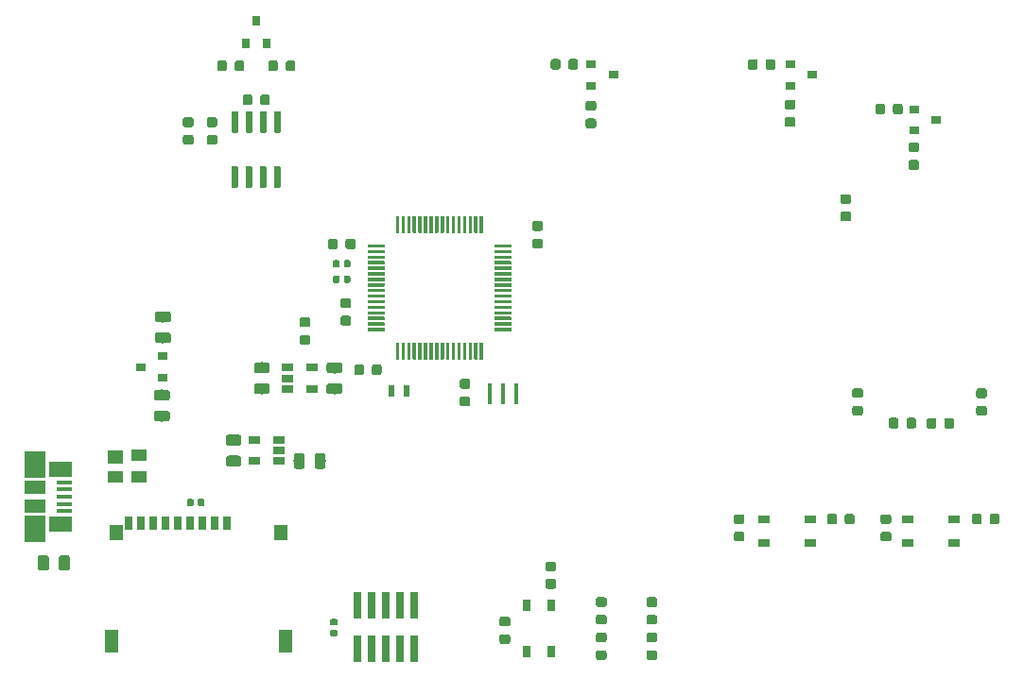
<source format=gbr>
G04 #@! TF.GenerationSoftware,KiCad,Pcbnew,5.1.4-e60b266~84~ubuntu18.04.1*
G04 #@! TF.CreationDate,2019-12-12T06:09:25+05:00*
G04 #@! TF.ProjectId,rck22,72636b32-322e-46b6-9963-61645f706362,rev?*
G04 #@! TF.SameCoordinates,Original*
G04 #@! TF.FileFunction,Paste,Top*
G04 #@! TF.FilePolarity,Positive*
%FSLAX46Y46*%
G04 Gerber Fmt 4.6, Leading zero omitted, Abs format (unit mm)*
G04 Created by KiCad (PCBNEW 5.1.4-e60b266~84~ubuntu18.04.1) date 2019-12-12 06:09:25*
%MOMM*%
%LPD*%
G04 APERTURE LIST*
%ADD10C,0.100000*%
%ADD11C,0.975000*%
%ADD12R,1.200000X1.400000*%
%ADD13R,1.200000X2.000000*%
%ADD14R,0.700000X1.300000*%
%ADD15C,0.590000*%
%ADD16R,1.050000X0.650000*%
%ADD17R,1.060000X0.650000*%
%ADD18C,0.875000*%
%ADD19R,0.900000X0.800000*%
%ADD20R,0.800000X0.900000*%
%ADD21R,0.600000X1.100000*%
%ADD22R,0.400000X1.900000*%
%ADD23R,0.740000X2.400000*%
%ADD24C,0.600000*%
%ADD25C,0.300000*%
%ADD26R,0.650000X1.050000*%
%ADD27R,1.900000X1.175000*%
%ADD28R,1.900000X2.375000*%
%ADD29R,2.100000X1.475000*%
%ADD30R,1.380000X0.450000*%
%ADD31R,1.400000X1.000000*%
%ADD32R,1.400000X1.200000*%
G04 APERTURE END LIST*
D10*
G36*
X113733662Y-101827174D02*
G01*
X113757323Y-101830684D01*
X113780527Y-101836496D01*
X113803049Y-101844554D01*
X113824673Y-101854782D01*
X113845190Y-101867079D01*
X113864403Y-101881329D01*
X113882127Y-101897393D01*
X113898191Y-101915117D01*
X113912441Y-101934330D01*
X113924738Y-101954847D01*
X113934966Y-101976471D01*
X113943024Y-101998993D01*
X113948836Y-102022197D01*
X113952346Y-102045858D01*
X113953520Y-102069750D01*
X113953520Y-102557250D01*
X113952346Y-102581142D01*
X113948836Y-102604803D01*
X113943024Y-102628007D01*
X113934966Y-102650529D01*
X113924738Y-102672153D01*
X113912441Y-102692670D01*
X113898191Y-102711883D01*
X113882127Y-102729607D01*
X113864403Y-102745671D01*
X113845190Y-102759921D01*
X113824673Y-102772218D01*
X113803049Y-102782446D01*
X113780527Y-102790504D01*
X113757323Y-102796316D01*
X113733662Y-102799826D01*
X113709770Y-102801000D01*
X112797270Y-102801000D01*
X112773378Y-102799826D01*
X112749717Y-102796316D01*
X112726513Y-102790504D01*
X112703991Y-102782446D01*
X112682367Y-102772218D01*
X112661850Y-102759921D01*
X112642637Y-102745671D01*
X112624913Y-102729607D01*
X112608849Y-102711883D01*
X112594599Y-102692670D01*
X112582302Y-102672153D01*
X112572074Y-102650529D01*
X112564016Y-102628007D01*
X112558204Y-102604803D01*
X112554694Y-102581142D01*
X112553520Y-102557250D01*
X112553520Y-102069750D01*
X112554694Y-102045858D01*
X112558204Y-102022197D01*
X112564016Y-101998993D01*
X112572074Y-101976471D01*
X112582302Y-101954847D01*
X112594599Y-101934330D01*
X112608849Y-101915117D01*
X112624913Y-101897393D01*
X112642637Y-101881329D01*
X112661850Y-101867079D01*
X112682367Y-101854782D01*
X112703991Y-101844554D01*
X112726513Y-101836496D01*
X112749717Y-101830684D01*
X112773378Y-101827174D01*
X112797270Y-101826000D01*
X113709770Y-101826000D01*
X113733662Y-101827174D01*
X113733662Y-101827174D01*
G37*
D11*
X113253520Y-102313500D03*
D10*
G36*
X113733662Y-103702174D02*
G01*
X113757323Y-103705684D01*
X113780527Y-103711496D01*
X113803049Y-103719554D01*
X113824673Y-103729782D01*
X113845190Y-103742079D01*
X113864403Y-103756329D01*
X113882127Y-103772393D01*
X113898191Y-103790117D01*
X113912441Y-103809330D01*
X113924738Y-103829847D01*
X113934966Y-103851471D01*
X113943024Y-103873993D01*
X113948836Y-103897197D01*
X113952346Y-103920858D01*
X113953520Y-103944750D01*
X113953520Y-104432250D01*
X113952346Y-104456142D01*
X113948836Y-104479803D01*
X113943024Y-104503007D01*
X113934966Y-104525529D01*
X113924738Y-104547153D01*
X113912441Y-104567670D01*
X113898191Y-104586883D01*
X113882127Y-104604607D01*
X113864403Y-104620671D01*
X113845190Y-104634921D01*
X113824673Y-104647218D01*
X113803049Y-104657446D01*
X113780527Y-104665504D01*
X113757323Y-104671316D01*
X113733662Y-104674826D01*
X113709770Y-104676000D01*
X112797270Y-104676000D01*
X112773378Y-104674826D01*
X112749717Y-104671316D01*
X112726513Y-104665504D01*
X112703991Y-104657446D01*
X112682367Y-104647218D01*
X112661850Y-104634921D01*
X112642637Y-104620671D01*
X112624913Y-104604607D01*
X112608849Y-104586883D01*
X112594599Y-104567670D01*
X112582302Y-104547153D01*
X112572074Y-104525529D01*
X112564016Y-104503007D01*
X112558204Y-104479803D01*
X112554694Y-104456142D01*
X112553520Y-104432250D01*
X112553520Y-103944750D01*
X112554694Y-103920858D01*
X112558204Y-103897197D01*
X112564016Y-103873993D01*
X112572074Y-103851471D01*
X112582302Y-103829847D01*
X112594599Y-103809330D01*
X112608849Y-103790117D01*
X112624913Y-103772393D01*
X112642637Y-103756329D01*
X112661850Y-103742079D01*
X112682367Y-103729782D01*
X112703991Y-103719554D01*
X112726513Y-103711496D01*
X112749717Y-103705684D01*
X112773378Y-103702174D01*
X112797270Y-103701000D01*
X113709770Y-103701000D01*
X113733662Y-103702174D01*
X113733662Y-103702174D01*
G37*
D11*
X113253520Y-104188500D03*
D10*
G36*
X122763362Y-97217554D02*
G01*
X122787023Y-97221064D01*
X122810227Y-97226876D01*
X122832749Y-97234934D01*
X122854373Y-97245162D01*
X122874890Y-97257459D01*
X122894103Y-97271709D01*
X122911827Y-97287773D01*
X122927891Y-97305497D01*
X122942141Y-97324710D01*
X122954438Y-97345227D01*
X122964666Y-97366851D01*
X122972724Y-97389373D01*
X122978536Y-97412577D01*
X122982046Y-97436238D01*
X122983220Y-97460130D01*
X122983220Y-97947630D01*
X122982046Y-97971522D01*
X122978536Y-97995183D01*
X122972724Y-98018387D01*
X122964666Y-98040909D01*
X122954438Y-98062533D01*
X122942141Y-98083050D01*
X122927891Y-98102263D01*
X122911827Y-98119987D01*
X122894103Y-98136051D01*
X122874890Y-98150301D01*
X122854373Y-98162598D01*
X122832749Y-98172826D01*
X122810227Y-98180884D01*
X122787023Y-98186696D01*
X122763362Y-98190206D01*
X122739470Y-98191380D01*
X121826970Y-98191380D01*
X121803078Y-98190206D01*
X121779417Y-98186696D01*
X121756213Y-98180884D01*
X121733691Y-98172826D01*
X121712067Y-98162598D01*
X121691550Y-98150301D01*
X121672337Y-98136051D01*
X121654613Y-98119987D01*
X121638549Y-98102263D01*
X121624299Y-98083050D01*
X121612002Y-98062533D01*
X121601774Y-98040909D01*
X121593716Y-98018387D01*
X121587904Y-97995183D01*
X121584394Y-97971522D01*
X121583220Y-97947630D01*
X121583220Y-97460130D01*
X121584394Y-97436238D01*
X121587904Y-97412577D01*
X121593716Y-97389373D01*
X121601774Y-97366851D01*
X121612002Y-97345227D01*
X121624299Y-97324710D01*
X121638549Y-97305497D01*
X121654613Y-97287773D01*
X121672337Y-97271709D01*
X121691550Y-97257459D01*
X121712067Y-97245162D01*
X121733691Y-97234934D01*
X121756213Y-97226876D01*
X121779417Y-97221064D01*
X121803078Y-97217554D01*
X121826970Y-97216380D01*
X122739470Y-97216380D01*
X122763362Y-97217554D01*
X122763362Y-97217554D01*
G37*
D11*
X122283220Y-97703880D03*
D10*
G36*
X122763362Y-95342554D02*
G01*
X122787023Y-95346064D01*
X122810227Y-95351876D01*
X122832749Y-95359934D01*
X122854373Y-95370162D01*
X122874890Y-95382459D01*
X122894103Y-95396709D01*
X122911827Y-95412773D01*
X122927891Y-95430497D01*
X122942141Y-95449710D01*
X122954438Y-95470227D01*
X122964666Y-95491851D01*
X122972724Y-95514373D01*
X122978536Y-95537577D01*
X122982046Y-95561238D01*
X122983220Y-95585130D01*
X122983220Y-96072630D01*
X122982046Y-96096522D01*
X122978536Y-96120183D01*
X122972724Y-96143387D01*
X122964666Y-96165909D01*
X122954438Y-96187533D01*
X122942141Y-96208050D01*
X122927891Y-96227263D01*
X122911827Y-96244987D01*
X122894103Y-96261051D01*
X122874890Y-96275301D01*
X122854373Y-96287598D01*
X122832749Y-96297826D01*
X122810227Y-96305884D01*
X122787023Y-96311696D01*
X122763362Y-96315206D01*
X122739470Y-96316380D01*
X121826970Y-96316380D01*
X121803078Y-96315206D01*
X121779417Y-96311696D01*
X121756213Y-96305884D01*
X121733691Y-96297826D01*
X121712067Y-96287598D01*
X121691550Y-96275301D01*
X121672337Y-96261051D01*
X121654613Y-96244987D01*
X121638549Y-96227263D01*
X121624299Y-96208050D01*
X121612002Y-96187533D01*
X121601774Y-96165909D01*
X121593716Y-96143387D01*
X121587904Y-96120183D01*
X121584394Y-96096522D01*
X121583220Y-96072630D01*
X121583220Y-95585130D01*
X121584394Y-95561238D01*
X121587904Y-95537577D01*
X121593716Y-95514373D01*
X121601774Y-95491851D01*
X121612002Y-95470227D01*
X121624299Y-95449710D01*
X121638549Y-95430497D01*
X121654613Y-95412773D01*
X121672337Y-95396709D01*
X121691550Y-95382459D01*
X121712067Y-95370162D01*
X121733691Y-95359934D01*
X121756213Y-95351876D01*
X121779417Y-95346064D01*
X121803078Y-95342554D01*
X121826970Y-95341380D01*
X122739470Y-95341380D01*
X122763362Y-95342554D01*
X122763362Y-95342554D01*
G37*
D11*
X122283220Y-95828880D03*
D10*
G36*
X116260962Y-97212474D02*
G01*
X116284623Y-97215984D01*
X116307827Y-97221796D01*
X116330349Y-97229854D01*
X116351973Y-97240082D01*
X116372490Y-97252379D01*
X116391703Y-97266629D01*
X116409427Y-97282693D01*
X116425491Y-97300417D01*
X116439741Y-97319630D01*
X116452038Y-97340147D01*
X116462266Y-97361771D01*
X116470324Y-97384293D01*
X116476136Y-97407497D01*
X116479646Y-97431158D01*
X116480820Y-97455050D01*
X116480820Y-97942550D01*
X116479646Y-97966442D01*
X116476136Y-97990103D01*
X116470324Y-98013307D01*
X116462266Y-98035829D01*
X116452038Y-98057453D01*
X116439741Y-98077970D01*
X116425491Y-98097183D01*
X116409427Y-98114907D01*
X116391703Y-98130971D01*
X116372490Y-98145221D01*
X116351973Y-98157518D01*
X116330349Y-98167746D01*
X116307827Y-98175804D01*
X116284623Y-98181616D01*
X116260962Y-98185126D01*
X116237070Y-98186300D01*
X115324570Y-98186300D01*
X115300678Y-98185126D01*
X115277017Y-98181616D01*
X115253813Y-98175804D01*
X115231291Y-98167746D01*
X115209667Y-98157518D01*
X115189150Y-98145221D01*
X115169937Y-98130971D01*
X115152213Y-98114907D01*
X115136149Y-98097183D01*
X115121899Y-98077970D01*
X115109602Y-98057453D01*
X115099374Y-98035829D01*
X115091316Y-98013307D01*
X115085504Y-97990103D01*
X115081994Y-97966442D01*
X115080820Y-97942550D01*
X115080820Y-97455050D01*
X115081994Y-97431158D01*
X115085504Y-97407497D01*
X115091316Y-97384293D01*
X115099374Y-97361771D01*
X115109602Y-97340147D01*
X115121899Y-97319630D01*
X115136149Y-97300417D01*
X115152213Y-97282693D01*
X115169937Y-97266629D01*
X115189150Y-97252379D01*
X115209667Y-97240082D01*
X115231291Y-97229854D01*
X115253813Y-97221796D01*
X115277017Y-97215984D01*
X115300678Y-97212474D01*
X115324570Y-97211300D01*
X116237070Y-97211300D01*
X116260962Y-97212474D01*
X116260962Y-97212474D01*
G37*
D11*
X115780820Y-97698800D03*
D10*
G36*
X116260962Y-95337474D02*
G01*
X116284623Y-95340984D01*
X116307827Y-95346796D01*
X116330349Y-95354854D01*
X116351973Y-95365082D01*
X116372490Y-95377379D01*
X116391703Y-95391629D01*
X116409427Y-95407693D01*
X116425491Y-95425417D01*
X116439741Y-95444630D01*
X116452038Y-95465147D01*
X116462266Y-95486771D01*
X116470324Y-95509293D01*
X116476136Y-95532497D01*
X116479646Y-95556158D01*
X116480820Y-95580050D01*
X116480820Y-96067550D01*
X116479646Y-96091442D01*
X116476136Y-96115103D01*
X116470324Y-96138307D01*
X116462266Y-96160829D01*
X116452038Y-96182453D01*
X116439741Y-96202970D01*
X116425491Y-96222183D01*
X116409427Y-96239907D01*
X116391703Y-96255971D01*
X116372490Y-96270221D01*
X116351973Y-96282518D01*
X116330349Y-96292746D01*
X116307827Y-96300804D01*
X116284623Y-96306616D01*
X116260962Y-96310126D01*
X116237070Y-96311300D01*
X115324570Y-96311300D01*
X115300678Y-96310126D01*
X115277017Y-96306616D01*
X115253813Y-96300804D01*
X115231291Y-96292746D01*
X115209667Y-96282518D01*
X115189150Y-96270221D01*
X115169937Y-96255971D01*
X115152213Y-96239907D01*
X115136149Y-96222183D01*
X115121899Y-96202970D01*
X115109602Y-96182453D01*
X115099374Y-96160829D01*
X115091316Y-96138307D01*
X115085504Y-96115103D01*
X115081994Y-96091442D01*
X115080820Y-96067550D01*
X115080820Y-95580050D01*
X115081994Y-95556158D01*
X115085504Y-95532497D01*
X115091316Y-95509293D01*
X115099374Y-95486771D01*
X115109602Y-95465147D01*
X115121899Y-95444630D01*
X115136149Y-95425417D01*
X115152213Y-95407693D01*
X115169937Y-95391629D01*
X115189150Y-95377379D01*
X115209667Y-95365082D01*
X115231291Y-95354854D01*
X115253813Y-95346796D01*
X115277017Y-95340984D01*
X115300678Y-95337474D01*
X115324570Y-95336300D01*
X116237070Y-95336300D01*
X116260962Y-95337474D01*
X116260962Y-95337474D01*
G37*
D11*
X115780820Y-95823800D03*
D12*
X117464240Y-110610180D03*
D13*
X117884240Y-120310180D03*
X102364240Y-120310180D03*
D12*
X102784240Y-110610180D03*
D14*
X103884240Y-109760180D03*
X104984240Y-109760180D03*
X106084240Y-109760180D03*
X107184240Y-109760180D03*
X108284240Y-109760180D03*
X109384240Y-109760180D03*
X110484240Y-109760180D03*
X111584240Y-109760180D03*
X112684240Y-109760180D03*
D10*
G36*
X110514658Y-107590070D02*
G01*
X110528976Y-107592194D01*
X110543017Y-107595711D01*
X110556646Y-107600588D01*
X110569731Y-107606777D01*
X110582147Y-107614218D01*
X110593773Y-107622841D01*
X110604498Y-107632562D01*
X110614219Y-107643287D01*
X110622842Y-107654913D01*
X110630283Y-107667329D01*
X110636472Y-107680414D01*
X110641349Y-107694043D01*
X110644866Y-107708084D01*
X110646990Y-107722402D01*
X110647700Y-107736860D01*
X110647700Y-108081860D01*
X110646990Y-108096318D01*
X110644866Y-108110636D01*
X110641349Y-108124677D01*
X110636472Y-108138306D01*
X110630283Y-108151391D01*
X110622842Y-108163807D01*
X110614219Y-108175433D01*
X110604498Y-108186158D01*
X110593773Y-108195879D01*
X110582147Y-108204502D01*
X110569731Y-108211943D01*
X110556646Y-108218132D01*
X110543017Y-108223009D01*
X110528976Y-108226526D01*
X110514658Y-108228650D01*
X110500200Y-108229360D01*
X110205200Y-108229360D01*
X110190742Y-108228650D01*
X110176424Y-108226526D01*
X110162383Y-108223009D01*
X110148754Y-108218132D01*
X110135669Y-108211943D01*
X110123253Y-108204502D01*
X110111627Y-108195879D01*
X110100902Y-108186158D01*
X110091181Y-108175433D01*
X110082558Y-108163807D01*
X110075117Y-108151391D01*
X110068928Y-108138306D01*
X110064051Y-108124677D01*
X110060534Y-108110636D01*
X110058410Y-108096318D01*
X110057700Y-108081860D01*
X110057700Y-107736860D01*
X110058410Y-107722402D01*
X110060534Y-107708084D01*
X110064051Y-107694043D01*
X110068928Y-107680414D01*
X110075117Y-107667329D01*
X110082558Y-107654913D01*
X110091181Y-107643287D01*
X110100902Y-107632562D01*
X110111627Y-107622841D01*
X110123253Y-107614218D01*
X110135669Y-107606777D01*
X110148754Y-107600588D01*
X110162383Y-107595711D01*
X110176424Y-107592194D01*
X110190742Y-107590070D01*
X110205200Y-107589360D01*
X110500200Y-107589360D01*
X110514658Y-107590070D01*
X110514658Y-107590070D01*
G37*
D15*
X110352700Y-107909360D03*
D10*
G36*
X109544658Y-107590070D02*
G01*
X109558976Y-107592194D01*
X109573017Y-107595711D01*
X109586646Y-107600588D01*
X109599731Y-107606777D01*
X109612147Y-107614218D01*
X109623773Y-107622841D01*
X109634498Y-107632562D01*
X109644219Y-107643287D01*
X109652842Y-107654913D01*
X109660283Y-107667329D01*
X109666472Y-107680414D01*
X109671349Y-107694043D01*
X109674866Y-107708084D01*
X109676990Y-107722402D01*
X109677700Y-107736860D01*
X109677700Y-108081860D01*
X109676990Y-108096318D01*
X109674866Y-108110636D01*
X109671349Y-108124677D01*
X109666472Y-108138306D01*
X109660283Y-108151391D01*
X109652842Y-108163807D01*
X109644219Y-108175433D01*
X109634498Y-108186158D01*
X109623773Y-108195879D01*
X109612147Y-108204502D01*
X109599731Y-108211943D01*
X109586646Y-108218132D01*
X109573017Y-108223009D01*
X109558976Y-108226526D01*
X109544658Y-108228650D01*
X109530200Y-108229360D01*
X109235200Y-108229360D01*
X109220742Y-108228650D01*
X109206424Y-108226526D01*
X109192383Y-108223009D01*
X109178754Y-108218132D01*
X109165669Y-108211943D01*
X109153253Y-108204502D01*
X109141627Y-108195879D01*
X109130902Y-108186158D01*
X109121181Y-108175433D01*
X109112558Y-108163807D01*
X109105117Y-108151391D01*
X109098928Y-108138306D01*
X109094051Y-108124677D01*
X109090534Y-108110636D01*
X109088410Y-108096318D01*
X109087700Y-108081860D01*
X109087700Y-107736860D01*
X109088410Y-107722402D01*
X109090534Y-107708084D01*
X109094051Y-107694043D01*
X109098928Y-107680414D01*
X109105117Y-107667329D01*
X109112558Y-107654913D01*
X109121181Y-107643287D01*
X109130902Y-107632562D01*
X109141627Y-107622841D01*
X109153253Y-107614218D01*
X109165669Y-107606777D01*
X109178754Y-107600588D01*
X109192383Y-107595711D01*
X109206424Y-107592194D01*
X109220742Y-107590070D01*
X109235200Y-107589360D01*
X109530200Y-107589360D01*
X109544658Y-107590070D01*
X109544658Y-107590070D01*
G37*
D15*
X109382700Y-107909360D03*
D16*
X177751560Y-111539600D03*
X173601560Y-111539600D03*
X177751560Y-109389600D03*
X173601560Y-109389600D03*
X164876300Y-111539600D03*
X160726300Y-111539600D03*
X164876300Y-109389600D03*
X160726300Y-109389600D03*
D17*
X115145640Y-104190840D03*
X115145640Y-102290840D03*
X117345640Y-102290840D03*
X117345640Y-103240840D03*
X117345640Y-104190840D03*
D10*
G36*
X122419378Y-118344170D02*
G01*
X122433696Y-118346294D01*
X122447737Y-118349811D01*
X122461366Y-118354688D01*
X122474451Y-118360877D01*
X122486867Y-118368318D01*
X122498493Y-118376941D01*
X122509218Y-118386662D01*
X122518939Y-118397387D01*
X122527562Y-118409013D01*
X122535003Y-118421429D01*
X122541192Y-118434514D01*
X122546069Y-118448143D01*
X122549586Y-118462184D01*
X122551710Y-118476502D01*
X122552420Y-118490960D01*
X122552420Y-118785960D01*
X122551710Y-118800418D01*
X122549586Y-118814736D01*
X122546069Y-118828777D01*
X122541192Y-118842406D01*
X122535003Y-118855491D01*
X122527562Y-118867907D01*
X122518939Y-118879533D01*
X122509218Y-118890258D01*
X122498493Y-118899979D01*
X122486867Y-118908602D01*
X122474451Y-118916043D01*
X122461366Y-118922232D01*
X122447737Y-118927109D01*
X122433696Y-118930626D01*
X122419378Y-118932750D01*
X122404920Y-118933460D01*
X122059920Y-118933460D01*
X122045462Y-118932750D01*
X122031144Y-118930626D01*
X122017103Y-118927109D01*
X122003474Y-118922232D01*
X121990389Y-118916043D01*
X121977973Y-118908602D01*
X121966347Y-118899979D01*
X121955622Y-118890258D01*
X121945901Y-118879533D01*
X121937278Y-118867907D01*
X121929837Y-118855491D01*
X121923648Y-118842406D01*
X121918771Y-118828777D01*
X121915254Y-118814736D01*
X121913130Y-118800418D01*
X121912420Y-118785960D01*
X121912420Y-118490960D01*
X121913130Y-118476502D01*
X121915254Y-118462184D01*
X121918771Y-118448143D01*
X121923648Y-118434514D01*
X121929837Y-118421429D01*
X121937278Y-118409013D01*
X121945901Y-118397387D01*
X121955622Y-118386662D01*
X121966347Y-118376941D01*
X121977973Y-118368318D01*
X121990389Y-118360877D01*
X122003474Y-118354688D01*
X122017103Y-118349811D01*
X122031144Y-118346294D01*
X122045462Y-118344170D01*
X122059920Y-118343460D01*
X122404920Y-118343460D01*
X122419378Y-118344170D01*
X122419378Y-118344170D01*
G37*
D15*
X122232420Y-118638460D03*
D10*
G36*
X122419378Y-119314170D02*
G01*
X122433696Y-119316294D01*
X122447737Y-119319811D01*
X122461366Y-119324688D01*
X122474451Y-119330877D01*
X122486867Y-119338318D01*
X122498493Y-119346941D01*
X122509218Y-119356662D01*
X122518939Y-119367387D01*
X122527562Y-119379013D01*
X122535003Y-119391429D01*
X122541192Y-119404514D01*
X122546069Y-119418143D01*
X122549586Y-119432184D01*
X122551710Y-119446502D01*
X122552420Y-119460960D01*
X122552420Y-119755960D01*
X122551710Y-119770418D01*
X122549586Y-119784736D01*
X122546069Y-119798777D01*
X122541192Y-119812406D01*
X122535003Y-119825491D01*
X122527562Y-119837907D01*
X122518939Y-119849533D01*
X122509218Y-119860258D01*
X122498493Y-119869979D01*
X122486867Y-119878602D01*
X122474451Y-119886043D01*
X122461366Y-119892232D01*
X122447737Y-119897109D01*
X122433696Y-119900626D01*
X122419378Y-119902750D01*
X122404920Y-119903460D01*
X122059920Y-119903460D01*
X122045462Y-119902750D01*
X122031144Y-119900626D01*
X122017103Y-119897109D01*
X122003474Y-119892232D01*
X121990389Y-119886043D01*
X121977973Y-119878602D01*
X121966347Y-119869979D01*
X121955622Y-119860258D01*
X121945901Y-119849533D01*
X121937278Y-119837907D01*
X121929837Y-119825491D01*
X121923648Y-119812406D01*
X121918771Y-119798777D01*
X121915254Y-119784736D01*
X121913130Y-119770418D01*
X121912420Y-119755960D01*
X121912420Y-119460960D01*
X121913130Y-119446502D01*
X121915254Y-119432184D01*
X121918771Y-119418143D01*
X121923648Y-119404514D01*
X121929837Y-119391429D01*
X121937278Y-119379013D01*
X121945901Y-119367387D01*
X121955622Y-119356662D01*
X121966347Y-119346941D01*
X121977973Y-119338318D01*
X121990389Y-119330877D01*
X122003474Y-119324688D01*
X122017103Y-119319811D01*
X122031144Y-119316294D01*
X122045462Y-119314170D01*
X122059920Y-119313460D01*
X122404920Y-119313460D01*
X122419378Y-119314170D01*
X122419378Y-119314170D01*
G37*
D15*
X122232420Y-119608460D03*
D10*
G36*
X107327782Y-99668654D02*
G01*
X107351443Y-99672164D01*
X107374647Y-99677976D01*
X107397169Y-99686034D01*
X107418793Y-99696262D01*
X107439310Y-99708559D01*
X107458523Y-99722809D01*
X107476247Y-99738873D01*
X107492311Y-99756597D01*
X107506561Y-99775810D01*
X107518858Y-99796327D01*
X107529086Y-99817951D01*
X107537144Y-99840473D01*
X107542956Y-99863677D01*
X107546466Y-99887338D01*
X107547640Y-99911230D01*
X107547640Y-100398730D01*
X107546466Y-100422622D01*
X107542956Y-100446283D01*
X107537144Y-100469487D01*
X107529086Y-100492009D01*
X107518858Y-100513633D01*
X107506561Y-100534150D01*
X107492311Y-100553363D01*
X107476247Y-100571087D01*
X107458523Y-100587151D01*
X107439310Y-100601401D01*
X107418793Y-100613698D01*
X107397169Y-100623926D01*
X107374647Y-100631984D01*
X107351443Y-100637796D01*
X107327782Y-100641306D01*
X107303890Y-100642480D01*
X106391390Y-100642480D01*
X106367498Y-100641306D01*
X106343837Y-100637796D01*
X106320633Y-100631984D01*
X106298111Y-100623926D01*
X106276487Y-100613698D01*
X106255970Y-100601401D01*
X106236757Y-100587151D01*
X106219033Y-100571087D01*
X106202969Y-100553363D01*
X106188719Y-100534150D01*
X106176422Y-100513633D01*
X106166194Y-100492009D01*
X106158136Y-100469487D01*
X106152324Y-100446283D01*
X106148814Y-100422622D01*
X106147640Y-100398730D01*
X106147640Y-99911230D01*
X106148814Y-99887338D01*
X106152324Y-99863677D01*
X106158136Y-99840473D01*
X106166194Y-99817951D01*
X106176422Y-99796327D01*
X106188719Y-99775810D01*
X106202969Y-99756597D01*
X106219033Y-99738873D01*
X106236757Y-99722809D01*
X106255970Y-99708559D01*
X106276487Y-99696262D01*
X106298111Y-99686034D01*
X106320633Y-99677976D01*
X106343837Y-99672164D01*
X106367498Y-99668654D01*
X106391390Y-99667480D01*
X107303890Y-99667480D01*
X107327782Y-99668654D01*
X107327782Y-99668654D01*
G37*
D11*
X106847640Y-100154980D03*
D10*
G36*
X107327782Y-97793654D02*
G01*
X107351443Y-97797164D01*
X107374647Y-97802976D01*
X107397169Y-97811034D01*
X107418793Y-97821262D01*
X107439310Y-97833559D01*
X107458523Y-97847809D01*
X107476247Y-97863873D01*
X107492311Y-97881597D01*
X107506561Y-97900810D01*
X107518858Y-97921327D01*
X107529086Y-97942951D01*
X107537144Y-97965473D01*
X107542956Y-97988677D01*
X107546466Y-98012338D01*
X107547640Y-98036230D01*
X107547640Y-98523730D01*
X107546466Y-98547622D01*
X107542956Y-98571283D01*
X107537144Y-98594487D01*
X107529086Y-98617009D01*
X107518858Y-98638633D01*
X107506561Y-98659150D01*
X107492311Y-98678363D01*
X107476247Y-98696087D01*
X107458523Y-98712151D01*
X107439310Y-98726401D01*
X107418793Y-98738698D01*
X107397169Y-98748926D01*
X107374647Y-98756984D01*
X107351443Y-98762796D01*
X107327782Y-98766306D01*
X107303890Y-98767480D01*
X106391390Y-98767480D01*
X106367498Y-98766306D01*
X106343837Y-98762796D01*
X106320633Y-98756984D01*
X106298111Y-98748926D01*
X106276487Y-98738698D01*
X106255970Y-98726401D01*
X106236757Y-98712151D01*
X106219033Y-98696087D01*
X106202969Y-98678363D01*
X106188719Y-98659150D01*
X106176422Y-98638633D01*
X106166194Y-98617009D01*
X106158136Y-98594487D01*
X106152324Y-98571283D01*
X106148814Y-98547622D01*
X106147640Y-98523730D01*
X106147640Y-98036230D01*
X106148814Y-98012338D01*
X106152324Y-97988677D01*
X106158136Y-97965473D01*
X106166194Y-97942951D01*
X106176422Y-97921327D01*
X106188719Y-97900810D01*
X106202969Y-97881597D01*
X106219033Y-97863873D01*
X106236757Y-97847809D01*
X106255970Y-97833559D01*
X106276487Y-97821262D01*
X106298111Y-97811034D01*
X106320633Y-97802976D01*
X106343837Y-97797164D01*
X106367498Y-97793654D01*
X106391390Y-97792480D01*
X107303890Y-97792480D01*
X107327782Y-97793654D01*
X107327782Y-97793654D01*
G37*
D11*
X106847640Y-98279980D03*
D10*
G36*
X107424302Y-90775634D02*
G01*
X107447963Y-90779144D01*
X107471167Y-90784956D01*
X107493689Y-90793014D01*
X107515313Y-90803242D01*
X107535830Y-90815539D01*
X107555043Y-90829789D01*
X107572767Y-90845853D01*
X107588831Y-90863577D01*
X107603081Y-90882790D01*
X107615378Y-90903307D01*
X107625606Y-90924931D01*
X107633664Y-90947453D01*
X107639476Y-90970657D01*
X107642986Y-90994318D01*
X107644160Y-91018210D01*
X107644160Y-91505710D01*
X107642986Y-91529602D01*
X107639476Y-91553263D01*
X107633664Y-91576467D01*
X107625606Y-91598989D01*
X107615378Y-91620613D01*
X107603081Y-91641130D01*
X107588831Y-91660343D01*
X107572767Y-91678067D01*
X107555043Y-91694131D01*
X107535830Y-91708381D01*
X107515313Y-91720678D01*
X107493689Y-91730906D01*
X107471167Y-91738964D01*
X107447963Y-91744776D01*
X107424302Y-91748286D01*
X107400410Y-91749460D01*
X106487910Y-91749460D01*
X106464018Y-91748286D01*
X106440357Y-91744776D01*
X106417153Y-91738964D01*
X106394631Y-91730906D01*
X106373007Y-91720678D01*
X106352490Y-91708381D01*
X106333277Y-91694131D01*
X106315553Y-91678067D01*
X106299489Y-91660343D01*
X106285239Y-91641130D01*
X106272942Y-91620613D01*
X106262714Y-91598989D01*
X106254656Y-91576467D01*
X106248844Y-91553263D01*
X106245334Y-91529602D01*
X106244160Y-91505710D01*
X106244160Y-91018210D01*
X106245334Y-90994318D01*
X106248844Y-90970657D01*
X106254656Y-90947453D01*
X106262714Y-90924931D01*
X106272942Y-90903307D01*
X106285239Y-90882790D01*
X106299489Y-90863577D01*
X106315553Y-90845853D01*
X106333277Y-90829789D01*
X106352490Y-90815539D01*
X106373007Y-90803242D01*
X106394631Y-90793014D01*
X106417153Y-90784956D01*
X106440357Y-90779144D01*
X106464018Y-90775634D01*
X106487910Y-90774460D01*
X107400410Y-90774460D01*
X107424302Y-90775634D01*
X107424302Y-90775634D01*
G37*
D11*
X106944160Y-91261960D03*
D10*
G36*
X107424302Y-92650634D02*
G01*
X107447963Y-92654144D01*
X107471167Y-92659956D01*
X107493689Y-92668014D01*
X107515313Y-92678242D01*
X107535830Y-92690539D01*
X107555043Y-92704789D01*
X107572767Y-92720853D01*
X107588831Y-92738577D01*
X107603081Y-92757790D01*
X107615378Y-92778307D01*
X107625606Y-92799931D01*
X107633664Y-92822453D01*
X107639476Y-92845657D01*
X107642986Y-92869318D01*
X107644160Y-92893210D01*
X107644160Y-93380710D01*
X107642986Y-93404602D01*
X107639476Y-93428263D01*
X107633664Y-93451467D01*
X107625606Y-93473989D01*
X107615378Y-93495613D01*
X107603081Y-93516130D01*
X107588831Y-93535343D01*
X107572767Y-93553067D01*
X107555043Y-93569131D01*
X107535830Y-93583381D01*
X107515313Y-93595678D01*
X107493689Y-93605906D01*
X107471167Y-93613964D01*
X107447963Y-93619776D01*
X107424302Y-93623286D01*
X107400410Y-93624460D01*
X106487910Y-93624460D01*
X106464018Y-93623286D01*
X106440357Y-93619776D01*
X106417153Y-93613964D01*
X106394631Y-93605906D01*
X106373007Y-93595678D01*
X106352490Y-93583381D01*
X106333277Y-93569131D01*
X106315553Y-93553067D01*
X106299489Y-93535343D01*
X106285239Y-93516130D01*
X106272942Y-93495613D01*
X106262714Y-93473989D01*
X106254656Y-93451467D01*
X106248844Y-93428263D01*
X106245334Y-93404602D01*
X106244160Y-93380710D01*
X106244160Y-92893210D01*
X106245334Y-92869318D01*
X106248844Y-92845657D01*
X106254656Y-92822453D01*
X106262714Y-92799931D01*
X106272942Y-92778307D01*
X106285239Y-92757790D01*
X106299489Y-92738577D01*
X106315553Y-92720853D01*
X106333277Y-92704789D01*
X106352490Y-92690539D01*
X106373007Y-92678242D01*
X106394631Y-92668014D01*
X106417153Y-92659956D01*
X106440357Y-92654144D01*
X106464018Y-92650634D01*
X106487910Y-92649460D01*
X107400410Y-92649460D01*
X107424302Y-92650634D01*
X107424302Y-92650634D01*
G37*
D11*
X106944160Y-93136960D03*
D10*
G36*
X123582958Y-87572330D02*
G01*
X123597276Y-87574454D01*
X123611317Y-87577971D01*
X123624946Y-87582848D01*
X123638031Y-87589037D01*
X123650447Y-87596478D01*
X123662073Y-87605101D01*
X123672798Y-87614822D01*
X123682519Y-87625547D01*
X123691142Y-87637173D01*
X123698583Y-87649589D01*
X123704772Y-87662674D01*
X123709649Y-87676303D01*
X123713166Y-87690344D01*
X123715290Y-87704662D01*
X123716000Y-87719120D01*
X123716000Y-88064120D01*
X123715290Y-88078578D01*
X123713166Y-88092896D01*
X123709649Y-88106937D01*
X123704772Y-88120566D01*
X123698583Y-88133651D01*
X123691142Y-88146067D01*
X123682519Y-88157693D01*
X123672798Y-88168418D01*
X123662073Y-88178139D01*
X123650447Y-88186762D01*
X123638031Y-88194203D01*
X123624946Y-88200392D01*
X123611317Y-88205269D01*
X123597276Y-88208786D01*
X123582958Y-88210910D01*
X123568500Y-88211620D01*
X123273500Y-88211620D01*
X123259042Y-88210910D01*
X123244724Y-88208786D01*
X123230683Y-88205269D01*
X123217054Y-88200392D01*
X123203969Y-88194203D01*
X123191553Y-88186762D01*
X123179927Y-88178139D01*
X123169202Y-88168418D01*
X123159481Y-88157693D01*
X123150858Y-88146067D01*
X123143417Y-88133651D01*
X123137228Y-88120566D01*
X123132351Y-88106937D01*
X123128834Y-88092896D01*
X123126710Y-88078578D01*
X123126000Y-88064120D01*
X123126000Y-87719120D01*
X123126710Y-87704662D01*
X123128834Y-87690344D01*
X123132351Y-87676303D01*
X123137228Y-87662674D01*
X123143417Y-87649589D01*
X123150858Y-87637173D01*
X123159481Y-87625547D01*
X123169202Y-87614822D01*
X123179927Y-87605101D01*
X123191553Y-87596478D01*
X123203969Y-87589037D01*
X123217054Y-87582848D01*
X123230683Y-87577971D01*
X123244724Y-87574454D01*
X123259042Y-87572330D01*
X123273500Y-87571620D01*
X123568500Y-87571620D01*
X123582958Y-87572330D01*
X123582958Y-87572330D01*
G37*
D15*
X123421000Y-87891620D03*
D10*
G36*
X122612958Y-87572330D02*
G01*
X122627276Y-87574454D01*
X122641317Y-87577971D01*
X122654946Y-87582848D01*
X122668031Y-87589037D01*
X122680447Y-87596478D01*
X122692073Y-87605101D01*
X122702798Y-87614822D01*
X122712519Y-87625547D01*
X122721142Y-87637173D01*
X122728583Y-87649589D01*
X122734772Y-87662674D01*
X122739649Y-87676303D01*
X122743166Y-87690344D01*
X122745290Y-87704662D01*
X122746000Y-87719120D01*
X122746000Y-88064120D01*
X122745290Y-88078578D01*
X122743166Y-88092896D01*
X122739649Y-88106937D01*
X122734772Y-88120566D01*
X122728583Y-88133651D01*
X122721142Y-88146067D01*
X122712519Y-88157693D01*
X122702798Y-88168418D01*
X122692073Y-88178139D01*
X122680447Y-88186762D01*
X122668031Y-88194203D01*
X122654946Y-88200392D01*
X122641317Y-88205269D01*
X122627276Y-88208786D01*
X122612958Y-88210910D01*
X122598500Y-88211620D01*
X122303500Y-88211620D01*
X122289042Y-88210910D01*
X122274724Y-88208786D01*
X122260683Y-88205269D01*
X122247054Y-88200392D01*
X122233969Y-88194203D01*
X122221553Y-88186762D01*
X122209927Y-88178139D01*
X122199202Y-88168418D01*
X122189481Y-88157693D01*
X122180858Y-88146067D01*
X122173417Y-88133651D01*
X122167228Y-88120566D01*
X122162351Y-88106937D01*
X122158834Y-88092896D01*
X122156710Y-88078578D01*
X122156000Y-88064120D01*
X122156000Y-87719120D01*
X122156710Y-87704662D01*
X122158834Y-87690344D01*
X122162351Y-87676303D01*
X122167228Y-87662674D01*
X122173417Y-87649589D01*
X122180858Y-87637173D01*
X122189481Y-87625547D01*
X122199202Y-87614822D01*
X122209927Y-87605101D01*
X122221553Y-87596478D01*
X122233969Y-87589037D01*
X122247054Y-87582848D01*
X122260683Y-87577971D01*
X122274724Y-87574454D01*
X122289042Y-87572330D01*
X122303500Y-87571620D01*
X122598500Y-87571620D01*
X122612958Y-87572330D01*
X122612958Y-87572330D01*
G37*
D15*
X122451000Y-87891620D03*
D10*
G36*
X122612958Y-86175330D02*
G01*
X122627276Y-86177454D01*
X122641317Y-86180971D01*
X122654946Y-86185848D01*
X122668031Y-86192037D01*
X122680447Y-86199478D01*
X122692073Y-86208101D01*
X122702798Y-86217822D01*
X122712519Y-86228547D01*
X122721142Y-86240173D01*
X122728583Y-86252589D01*
X122734772Y-86265674D01*
X122739649Y-86279303D01*
X122743166Y-86293344D01*
X122745290Y-86307662D01*
X122746000Y-86322120D01*
X122746000Y-86667120D01*
X122745290Y-86681578D01*
X122743166Y-86695896D01*
X122739649Y-86709937D01*
X122734772Y-86723566D01*
X122728583Y-86736651D01*
X122721142Y-86749067D01*
X122712519Y-86760693D01*
X122702798Y-86771418D01*
X122692073Y-86781139D01*
X122680447Y-86789762D01*
X122668031Y-86797203D01*
X122654946Y-86803392D01*
X122641317Y-86808269D01*
X122627276Y-86811786D01*
X122612958Y-86813910D01*
X122598500Y-86814620D01*
X122303500Y-86814620D01*
X122289042Y-86813910D01*
X122274724Y-86811786D01*
X122260683Y-86808269D01*
X122247054Y-86803392D01*
X122233969Y-86797203D01*
X122221553Y-86789762D01*
X122209927Y-86781139D01*
X122199202Y-86771418D01*
X122189481Y-86760693D01*
X122180858Y-86749067D01*
X122173417Y-86736651D01*
X122167228Y-86723566D01*
X122162351Y-86709937D01*
X122158834Y-86695896D01*
X122156710Y-86681578D01*
X122156000Y-86667120D01*
X122156000Y-86322120D01*
X122156710Y-86307662D01*
X122158834Y-86293344D01*
X122162351Y-86279303D01*
X122167228Y-86265674D01*
X122173417Y-86252589D01*
X122180858Y-86240173D01*
X122189481Y-86228547D01*
X122199202Y-86217822D01*
X122209927Y-86208101D01*
X122221553Y-86199478D01*
X122233969Y-86192037D01*
X122247054Y-86185848D01*
X122260683Y-86180971D01*
X122274724Y-86177454D01*
X122289042Y-86175330D01*
X122303500Y-86174620D01*
X122598500Y-86174620D01*
X122612958Y-86175330D01*
X122612958Y-86175330D01*
G37*
D15*
X122451000Y-86494620D03*
D10*
G36*
X123582958Y-86175330D02*
G01*
X123597276Y-86177454D01*
X123611317Y-86180971D01*
X123624946Y-86185848D01*
X123638031Y-86192037D01*
X123650447Y-86199478D01*
X123662073Y-86208101D01*
X123672798Y-86217822D01*
X123682519Y-86228547D01*
X123691142Y-86240173D01*
X123698583Y-86252589D01*
X123704772Y-86265674D01*
X123709649Y-86279303D01*
X123713166Y-86293344D01*
X123715290Y-86307662D01*
X123716000Y-86322120D01*
X123716000Y-86667120D01*
X123715290Y-86681578D01*
X123713166Y-86695896D01*
X123709649Y-86709937D01*
X123704772Y-86723566D01*
X123698583Y-86736651D01*
X123691142Y-86749067D01*
X123682519Y-86760693D01*
X123672798Y-86771418D01*
X123662073Y-86781139D01*
X123650447Y-86789762D01*
X123638031Y-86797203D01*
X123624946Y-86803392D01*
X123611317Y-86808269D01*
X123597276Y-86811786D01*
X123582958Y-86813910D01*
X123568500Y-86814620D01*
X123273500Y-86814620D01*
X123259042Y-86813910D01*
X123244724Y-86811786D01*
X123230683Y-86808269D01*
X123217054Y-86803392D01*
X123203969Y-86797203D01*
X123191553Y-86789762D01*
X123179927Y-86781139D01*
X123169202Y-86771418D01*
X123159481Y-86760693D01*
X123150858Y-86749067D01*
X123143417Y-86736651D01*
X123137228Y-86723566D01*
X123132351Y-86709937D01*
X123128834Y-86695896D01*
X123126710Y-86681578D01*
X123126000Y-86667120D01*
X123126000Y-86322120D01*
X123126710Y-86307662D01*
X123128834Y-86293344D01*
X123132351Y-86279303D01*
X123137228Y-86265674D01*
X123143417Y-86252589D01*
X123150858Y-86240173D01*
X123159481Y-86228547D01*
X123169202Y-86217822D01*
X123179927Y-86208101D01*
X123191553Y-86199478D01*
X123203969Y-86192037D01*
X123217054Y-86185848D01*
X123230683Y-86180971D01*
X123244724Y-86177454D01*
X123259042Y-86175330D01*
X123273500Y-86174620D01*
X123568500Y-86174620D01*
X123582958Y-86175330D01*
X123582958Y-86175330D01*
G37*
D15*
X123421000Y-86494620D03*
D10*
G36*
X98372842Y-112628354D02*
G01*
X98396503Y-112631864D01*
X98419707Y-112637676D01*
X98442229Y-112645734D01*
X98463853Y-112655962D01*
X98484370Y-112668259D01*
X98503583Y-112682509D01*
X98521307Y-112698573D01*
X98537371Y-112716297D01*
X98551621Y-112735510D01*
X98563918Y-112756027D01*
X98574146Y-112777651D01*
X98582204Y-112800173D01*
X98588016Y-112823377D01*
X98591526Y-112847038D01*
X98592700Y-112870930D01*
X98592700Y-113783430D01*
X98591526Y-113807322D01*
X98588016Y-113830983D01*
X98582204Y-113854187D01*
X98574146Y-113876709D01*
X98563918Y-113898333D01*
X98551621Y-113918850D01*
X98537371Y-113938063D01*
X98521307Y-113955787D01*
X98503583Y-113971851D01*
X98484370Y-113986101D01*
X98463853Y-113998398D01*
X98442229Y-114008626D01*
X98419707Y-114016684D01*
X98396503Y-114022496D01*
X98372842Y-114026006D01*
X98348950Y-114027180D01*
X97861450Y-114027180D01*
X97837558Y-114026006D01*
X97813897Y-114022496D01*
X97790693Y-114016684D01*
X97768171Y-114008626D01*
X97746547Y-113998398D01*
X97726030Y-113986101D01*
X97706817Y-113971851D01*
X97689093Y-113955787D01*
X97673029Y-113938063D01*
X97658779Y-113918850D01*
X97646482Y-113898333D01*
X97636254Y-113876709D01*
X97628196Y-113854187D01*
X97622384Y-113830983D01*
X97618874Y-113807322D01*
X97617700Y-113783430D01*
X97617700Y-112870930D01*
X97618874Y-112847038D01*
X97622384Y-112823377D01*
X97628196Y-112800173D01*
X97636254Y-112777651D01*
X97646482Y-112756027D01*
X97658779Y-112735510D01*
X97673029Y-112716297D01*
X97689093Y-112698573D01*
X97706817Y-112682509D01*
X97726030Y-112668259D01*
X97746547Y-112655962D01*
X97768171Y-112645734D01*
X97790693Y-112637676D01*
X97813897Y-112631864D01*
X97837558Y-112628354D01*
X97861450Y-112627180D01*
X98348950Y-112627180D01*
X98372842Y-112628354D01*
X98372842Y-112628354D01*
G37*
D11*
X98105200Y-113327180D03*
D10*
G36*
X96497842Y-112628354D02*
G01*
X96521503Y-112631864D01*
X96544707Y-112637676D01*
X96567229Y-112645734D01*
X96588853Y-112655962D01*
X96609370Y-112668259D01*
X96628583Y-112682509D01*
X96646307Y-112698573D01*
X96662371Y-112716297D01*
X96676621Y-112735510D01*
X96688918Y-112756027D01*
X96699146Y-112777651D01*
X96707204Y-112800173D01*
X96713016Y-112823377D01*
X96716526Y-112847038D01*
X96717700Y-112870930D01*
X96717700Y-113783430D01*
X96716526Y-113807322D01*
X96713016Y-113830983D01*
X96707204Y-113854187D01*
X96699146Y-113876709D01*
X96688918Y-113898333D01*
X96676621Y-113918850D01*
X96662371Y-113938063D01*
X96646307Y-113955787D01*
X96628583Y-113971851D01*
X96609370Y-113986101D01*
X96588853Y-113998398D01*
X96567229Y-114008626D01*
X96544707Y-114016684D01*
X96521503Y-114022496D01*
X96497842Y-114026006D01*
X96473950Y-114027180D01*
X95986450Y-114027180D01*
X95962558Y-114026006D01*
X95938897Y-114022496D01*
X95915693Y-114016684D01*
X95893171Y-114008626D01*
X95871547Y-113998398D01*
X95851030Y-113986101D01*
X95831817Y-113971851D01*
X95814093Y-113955787D01*
X95798029Y-113938063D01*
X95783779Y-113918850D01*
X95771482Y-113898333D01*
X95761254Y-113876709D01*
X95753196Y-113854187D01*
X95747384Y-113830983D01*
X95743874Y-113807322D01*
X95742700Y-113783430D01*
X95742700Y-112870930D01*
X95743874Y-112847038D01*
X95747384Y-112823377D01*
X95753196Y-112800173D01*
X95761254Y-112777651D01*
X95771482Y-112756027D01*
X95783779Y-112735510D01*
X95798029Y-112716297D01*
X95814093Y-112698573D01*
X95831817Y-112682509D01*
X95851030Y-112668259D01*
X95871547Y-112655962D01*
X95893171Y-112645734D01*
X95915693Y-112637676D01*
X95938897Y-112631864D01*
X95962558Y-112628354D01*
X95986450Y-112627180D01*
X96473950Y-112627180D01*
X96497842Y-112628354D01*
X96497842Y-112628354D01*
G37*
D11*
X96230200Y-113327180D03*
D10*
G36*
X180513551Y-99248493D02*
G01*
X180534786Y-99251643D01*
X180555610Y-99256859D01*
X180575822Y-99264091D01*
X180595228Y-99273270D01*
X180613641Y-99284306D01*
X180630884Y-99297094D01*
X180646790Y-99311510D01*
X180661206Y-99327416D01*
X180673994Y-99344659D01*
X180685030Y-99363072D01*
X180694209Y-99382478D01*
X180701441Y-99402690D01*
X180706657Y-99423514D01*
X180709807Y-99444749D01*
X180710860Y-99466190D01*
X180710860Y-99903690D01*
X180709807Y-99925131D01*
X180706657Y-99946366D01*
X180701441Y-99967190D01*
X180694209Y-99987402D01*
X180685030Y-100006808D01*
X180673994Y-100025221D01*
X180661206Y-100042464D01*
X180646790Y-100058370D01*
X180630884Y-100072786D01*
X180613641Y-100085574D01*
X180595228Y-100096610D01*
X180575822Y-100105789D01*
X180555610Y-100113021D01*
X180534786Y-100118237D01*
X180513551Y-100121387D01*
X180492110Y-100122440D01*
X179979610Y-100122440D01*
X179958169Y-100121387D01*
X179936934Y-100118237D01*
X179916110Y-100113021D01*
X179895898Y-100105789D01*
X179876492Y-100096610D01*
X179858079Y-100085574D01*
X179840836Y-100072786D01*
X179824930Y-100058370D01*
X179810514Y-100042464D01*
X179797726Y-100025221D01*
X179786690Y-100006808D01*
X179777511Y-99987402D01*
X179770279Y-99967190D01*
X179765063Y-99946366D01*
X179761913Y-99925131D01*
X179760860Y-99903690D01*
X179760860Y-99466190D01*
X179761913Y-99444749D01*
X179765063Y-99423514D01*
X179770279Y-99402690D01*
X179777511Y-99382478D01*
X179786690Y-99363072D01*
X179797726Y-99344659D01*
X179810514Y-99327416D01*
X179824930Y-99311510D01*
X179840836Y-99297094D01*
X179858079Y-99284306D01*
X179876492Y-99273270D01*
X179895898Y-99264091D01*
X179916110Y-99256859D01*
X179936934Y-99251643D01*
X179958169Y-99248493D01*
X179979610Y-99247440D01*
X180492110Y-99247440D01*
X180513551Y-99248493D01*
X180513551Y-99248493D01*
G37*
D18*
X180235860Y-99684940D03*
D10*
G36*
X180513551Y-97673493D02*
G01*
X180534786Y-97676643D01*
X180555610Y-97681859D01*
X180575822Y-97689091D01*
X180595228Y-97698270D01*
X180613641Y-97709306D01*
X180630884Y-97722094D01*
X180646790Y-97736510D01*
X180661206Y-97752416D01*
X180673994Y-97769659D01*
X180685030Y-97788072D01*
X180694209Y-97807478D01*
X180701441Y-97827690D01*
X180706657Y-97848514D01*
X180709807Y-97869749D01*
X180710860Y-97891190D01*
X180710860Y-98328690D01*
X180709807Y-98350131D01*
X180706657Y-98371366D01*
X180701441Y-98392190D01*
X180694209Y-98412402D01*
X180685030Y-98431808D01*
X180673994Y-98450221D01*
X180661206Y-98467464D01*
X180646790Y-98483370D01*
X180630884Y-98497786D01*
X180613641Y-98510574D01*
X180595228Y-98521610D01*
X180575822Y-98530789D01*
X180555610Y-98538021D01*
X180534786Y-98543237D01*
X180513551Y-98546387D01*
X180492110Y-98547440D01*
X179979610Y-98547440D01*
X179958169Y-98546387D01*
X179936934Y-98543237D01*
X179916110Y-98538021D01*
X179895898Y-98530789D01*
X179876492Y-98521610D01*
X179858079Y-98510574D01*
X179840836Y-98497786D01*
X179824930Y-98483370D01*
X179810514Y-98467464D01*
X179797726Y-98450221D01*
X179786690Y-98431808D01*
X179777511Y-98412402D01*
X179770279Y-98392190D01*
X179765063Y-98371366D01*
X179761913Y-98350131D01*
X179760860Y-98328690D01*
X179760860Y-97891190D01*
X179761913Y-97869749D01*
X179765063Y-97848514D01*
X179770279Y-97827690D01*
X179777511Y-97807478D01*
X179786690Y-97788072D01*
X179797726Y-97769659D01*
X179810514Y-97752416D01*
X179824930Y-97736510D01*
X179840836Y-97722094D01*
X179858079Y-97709306D01*
X179876492Y-97698270D01*
X179895898Y-97689091D01*
X179916110Y-97681859D01*
X179936934Y-97676643D01*
X179958169Y-97673493D01*
X179979610Y-97672440D01*
X180492110Y-97672440D01*
X180513551Y-97673493D01*
X180513551Y-97673493D01*
G37*
D18*
X180235860Y-98109940D03*
D10*
G36*
X169416291Y-99235793D02*
G01*
X169437526Y-99238943D01*
X169458350Y-99244159D01*
X169478562Y-99251391D01*
X169497968Y-99260570D01*
X169516381Y-99271606D01*
X169533624Y-99284394D01*
X169549530Y-99298810D01*
X169563946Y-99314716D01*
X169576734Y-99331959D01*
X169587770Y-99350372D01*
X169596949Y-99369778D01*
X169604181Y-99389990D01*
X169609397Y-99410814D01*
X169612547Y-99432049D01*
X169613600Y-99453490D01*
X169613600Y-99890990D01*
X169612547Y-99912431D01*
X169609397Y-99933666D01*
X169604181Y-99954490D01*
X169596949Y-99974702D01*
X169587770Y-99994108D01*
X169576734Y-100012521D01*
X169563946Y-100029764D01*
X169549530Y-100045670D01*
X169533624Y-100060086D01*
X169516381Y-100072874D01*
X169497968Y-100083910D01*
X169478562Y-100093089D01*
X169458350Y-100100321D01*
X169437526Y-100105537D01*
X169416291Y-100108687D01*
X169394850Y-100109740D01*
X168882350Y-100109740D01*
X168860909Y-100108687D01*
X168839674Y-100105537D01*
X168818850Y-100100321D01*
X168798638Y-100093089D01*
X168779232Y-100083910D01*
X168760819Y-100072874D01*
X168743576Y-100060086D01*
X168727670Y-100045670D01*
X168713254Y-100029764D01*
X168700466Y-100012521D01*
X168689430Y-99994108D01*
X168680251Y-99974702D01*
X168673019Y-99954490D01*
X168667803Y-99933666D01*
X168664653Y-99912431D01*
X168663600Y-99890990D01*
X168663600Y-99453490D01*
X168664653Y-99432049D01*
X168667803Y-99410814D01*
X168673019Y-99389990D01*
X168680251Y-99369778D01*
X168689430Y-99350372D01*
X168700466Y-99331959D01*
X168713254Y-99314716D01*
X168727670Y-99298810D01*
X168743576Y-99284394D01*
X168760819Y-99271606D01*
X168779232Y-99260570D01*
X168798638Y-99251391D01*
X168818850Y-99244159D01*
X168839674Y-99238943D01*
X168860909Y-99235793D01*
X168882350Y-99234740D01*
X169394850Y-99234740D01*
X169416291Y-99235793D01*
X169416291Y-99235793D01*
G37*
D18*
X169138600Y-99672240D03*
D10*
G36*
X169416291Y-97660793D02*
G01*
X169437526Y-97663943D01*
X169458350Y-97669159D01*
X169478562Y-97676391D01*
X169497968Y-97685570D01*
X169516381Y-97696606D01*
X169533624Y-97709394D01*
X169549530Y-97723810D01*
X169563946Y-97739716D01*
X169576734Y-97756959D01*
X169587770Y-97775372D01*
X169596949Y-97794778D01*
X169604181Y-97814990D01*
X169609397Y-97835814D01*
X169612547Y-97857049D01*
X169613600Y-97878490D01*
X169613600Y-98315990D01*
X169612547Y-98337431D01*
X169609397Y-98358666D01*
X169604181Y-98379490D01*
X169596949Y-98399702D01*
X169587770Y-98419108D01*
X169576734Y-98437521D01*
X169563946Y-98454764D01*
X169549530Y-98470670D01*
X169533624Y-98485086D01*
X169516381Y-98497874D01*
X169497968Y-98508910D01*
X169478562Y-98518089D01*
X169458350Y-98525321D01*
X169437526Y-98530537D01*
X169416291Y-98533687D01*
X169394850Y-98534740D01*
X168882350Y-98534740D01*
X168860909Y-98533687D01*
X168839674Y-98530537D01*
X168818850Y-98525321D01*
X168798638Y-98518089D01*
X168779232Y-98508910D01*
X168760819Y-98497874D01*
X168743576Y-98485086D01*
X168727670Y-98470670D01*
X168713254Y-98454764D01*
X168700466Y-98437521D01*
X168689430Y-98419108D01*
X168680251Y-98399702D01*
X168673019Y-98379490D01*
X168667803Y-98358666D01*
X168664653Y-98337431D01*
X168663600Y-98315990D01*
X168663600Y-97878490D01*
X168664653Y-97857049D01*
X168667803Y-97835814D01*
X168673019Y-97814990D01*
X168680251Y-97794778D01*
X168689430Y-97775372D01*
X168700466Y-97756959D01*
X168713254Y-97739716D01*
X168727670Y-97723810D01*
X168743576Y-97709394D01*
X168760819Y-97696606D01*
X168779232Y-97685570D01*
X168798638Y-97676391D01*
X168818850Y-97669159D01*
X168839674Y-97663943D01*
X168860909Y-97660793D01*
X168882350Y-97659740D01*
X169394850Y-97659740D01*
X169416291Y-97660793D01*
X169416291Y-97660793D01*
G37*
D18*
X169138600Y-98097240D03*
D17*
X120322520Y-95826540D03*
X120322520Y-97726540D03*
X118122520Y-97726540D03*
X118122520Y-96776540D03*
X118122520Y-95826540D03*
D10*
G36*
X163373631Y-73363353D02*
G01*
X163394866Y-73366503D01*
X163415690Y-73371719D01*
X163435902Y-73378951D01*
X163455308Y-73388130D01*
X163473721Y-73399166D01*
X163490964Y-73411954D01*
X163506870Y-73426370D01*
X163521286Y-73442276D01*
X163534074Y-73459519D01*
X163545110Y-73477932D01*
X163554289Y-73497338D01*
X163561521Y-73517550D01*
X163566737Y-73538374D01*
X163569887Y-73559609D01*
X163570940Y-73581050D01*
X163570940Y-74018550D01*
X163569887Y-74039991D01*
X163566737Y-74061226D01*
X163561521Y-74082050D01*
X163554289Y-74102262D01*
X163545110Y-74121668D01*
X163534074Y-74140081D01*
X163521286Y-74157324D01*
X163506870Y-74173230D01*
X163490964Y-74187646D01*
X163473721Y-74200434D01*
X163455308Y-74211470D01*
X163435902Y-74220649D01*
X163415690Y-74227881D01*
X163394866Y-74233097D01*
X163373631Y-74236247D01*
X163352190Y-74237300D01*
X162839690Y-74237300D01*
X162818249Y-74236247D01*
X162797014Y-74233097D01*
X162776190Y-74227881D01*
X162755978Y-74220649D01*
X162736572Y-74211470D01*
X162718159Y-74200434D01*
X162700916Y-74187646D01*
X162685010Y-74173230D01*
X162670594Y-74157324D01*
X162657806Y-74140081D01*
X162646770Y-74121668D01*
X162637591Y-74102262D01*
X162630359Y-74082050D01*
X162625143Y-74061226D01*
X162621993Y-74039991D01*
X162620940Y-74018550D01*
X162620940Y-73581050D01*
X162621993Y-73559609D01*
X162625143Y-73538374D01*
X162630359Y-73517550D01*
X162637591Y-73497338D01*
X162646770Y-73477932D01*
X162657806Y-73459519D01*
X162670594Y-73442276D01*
X162685010Y-73426370D01*
X162700916Y-73411954D01*
X162718159Y-73399166D01*
X162736572Y-73388130D01*
X162755978Y-73378951D01*
X162776190Y-73371719D01*
X162797014Y-73366503D01*
X162818249Y-73363353D01*
X162839690Y-73362300D01*
X163352190Y-73362300D01*
X163373631Y-73363353D01*
X163373631Y-73363353D01*
G37*
D18*
X163095940Y-73799800D03*
D10*
G36*
X163373631Y-71788353D02*
G01*
X163394866Y-71791503D01*
X163415690Y-71796719D01*
X163435902Y-71803951D01*
X163455308Y-71813130D01*
X163473721Y-71824166D01*
X163490964Y-71836954D01*
X163506870Y-71851370D01*
X163521286Y-71867276D01*
X163534074Y-71884519D01*
X163545110Y-71902932D01*
X163554289Y-71922338D01*
X163561521Y-71942550D01*
X163566737Y-71963374D01*
X163569887Y-71984609D01*
X163570940Y-72006050D01*
X163570940Y-72443550D01*
X163569887Y-72464991D01*
X163566737Y-72486226D01*
X163561521Y-72507050D01*
X163554289Y-72527262D01*
X163545110Y-72546668D01*
X163534074Y-72565081D01*
X163521286Y-72582324D01*
X163506870Y-72598230D01*
X163490964Y-72612646D01*
X163473721Y-72625434D01*
X163455308Y-72636470D01*
X163435902Y-72645649D01*
X163415690Y-72652881D01*
X163394866Y-72658097D01*
X163373631Y-72661247D01*
X163352190Y-72662300D01*
X162839690Y-72662300D01*
X162818249Y-72661247D01*
X162797014Y-72658097D01*
X162776190Y-72652881D01*
X162755978Y-72645649D01*
X162736572Y-72636470D01*
X162718159Y-72625434D01*
X162700916Y-72612646D01*
X162685010Y-72598230D01*
X162670594Y-72582324D01*
X162657806Y-72565081D01*
X162646770Y-72546668D01*
X162637591Y-72527262D01*
X162630359Y-72507050D01*
X162625143Y-72486226D01*
X162621993Y-72464991D01*
X162620940Y-72443550D01*
X162620940Y-72006050D01*
X162621993Y-71984609D01*
X162625143Y-71963374D01*
X162630359Y-71942550D01*
X162637591Y-71922338D01*
X162646770Y-71902932D01*
X162657806Y-71884519D01*
X162670594Y-71867276D01*
X162685010Y-71851370D01*
X162700916Y-71836954D01*
X162718159Y-71824166D01*
X162736572Y-71813130D01*
X162755978Y-71803951D01*
X162776190Y-71796719D01*
X162797014Y-71791503D01*
X162818249Y-71788353D01*
X162839690Y-71787300D01*
X163352190Y-71787300D01*
X163373631Y-71788353D01*
X163373631Y-71788353D01*
G37*
D18*
X163095940Y-72224800D03*
D10*
G36*
X161576011Y-68146693D02*
G01*
X161597246Y-68149843D01*
X161618070Y-68155059D01*
X161638282Y-68162291D01*
X161657688Y-68171470D01*
X161676101Y-68182506D01*
X161693344Y-68195294D01*
X161709250Y-68209710D01*
X161723666Y-68225616D01*
X161736454Y-68242859D01*
X161747490Y-68261272D01*
X161756669Y-68280678D01*
X161763901Y-68300890D01*
X161769117Y-68321714D01*
X161772267Y-68342949D01*
X161773320Y-68364390D01*
X161773320Y-68876890D01*
X161772267Y-68898331D01*
X161769117Y-68919566D01*
X161763901Y-68940390D01*
X161756669Y-68960602D01*
X161747490Y-68980008D01*
X161736454Y-68998421D01*
X161723666Y-69015664D01*
X161709250Y-69031570D01*
X161693344Y-69045986D01*
X161676101Y-69058774D01*
X161657688Y-69069810D01*
X161638282Y-69078989D01*
X161618070Y-69086221D01*
X161597246Y-69091437D01*
X161576011Y-69094587D01*
X161554570Y-69095640D01*
X161117070Y-69095640D01*
X161095629Y-69094587D01*
X161074394Y-69091437D01*
X161053570Y-69086221D01*
X161033358Y-69078989D01*
X161013952Y-69069810D01*
X160995539Y-69058774D01*
X160978296Y-69045986D01*
X160962390Y-69031570D01*
X160947974Y-69015664D01*
X160935186Y-68998421D01*
X160924150Y-68980008D01*
X160914971Y-68960602D01*
X160907739Y-68940390D01*
X160902523Y-68919566D01*
X160899373Y-68898331D01*
X160898320Y-68876890D01*
X160898320Y-68364390D01*
X160899373Y-68342949D01*
X160902523Y-68321714D01*
X160907739Y-68300890D01*
X160914971Y-68280678D01*
X160924150Y-68261272D01*
X160935186Y-68242859D01*
X160947974Y-68225616D01*
X160962390Y-68209710D01*
X160978296Y-68195294D01*
X160995539Y-68182506D01*
X161013952Y-68171470D01*
X161033358Y-68162291D01*
X161053570Y-68155059D01*
X161074394Y-68149843D01*
X161095629Y-68146693D01*
X161117070Y-68145640D01*
X161554570Y-68145640D01*
X161576011Y-68146693D01*
X161576011Y-68146693D01*
G37*
D18*
X161335820Y-68620640D03*
D10*
G36*
X160001011Y-68146693D02*
G01*
X160022246Y-68149843D01*
X160043070Y-68155059D01*
X160063282Y-68162291D01*
X160082688Y-68171470D01*
X160101101Y-68182506D01*
X160118344Y-68195294D01*
X160134250Y-68209710D01*
X160148666Y-68225616D01*
X160161454Y-68242859D01*
X160172490Y-68261272D01*
X160181669Y-68280678D01*
X160188901Y-68300890D01*
X160194117Y-68321714D01*
X160197267Y-68342949D01*
X160198320Y-68364390D01*
X160198320Y-68876890D01*
X160197267Y-68898331D01*
X160194117Y-68919566D01*
X160188901Y-68940390D01*
X160181669Y-68960602D01*
X160172490Y-68980008D01*
X160161454Y-68998421D01*
X160148666Y-69015664D01*
X160134250Y-69031570D01*
X160118344Y-69045986D01*
X160101101Y-69058774D01*
X160082688Y-69069810D01*
X160063282Y-69078989D01*
X160043070Y-69086221D01*
X160022246Y-69091437D01*
X160001011Y-69094587D01*
X159979570Y-69095640D01*
X159542070Y-69095640D01*
X159520629Y-69094587D01*
X159499394Y-69091437D01*
X159478570Y-69086221D01*
X159458358Y-69078989D01*
X159438952Y-69069810D01*
X159420539Y-69058774D01*
X159403296Y-69045986D01*
X159387390Y-69031570D01*
X159372974Y-69015664D01*
X159360186Y-68998421D01*
X159349150Y-68980008D01*
X159339971Y-68960602D01*
X159332739Y-68940390D01*
X159327523Y-68919566D01*
X159324373Y-68898331D01*
X159323320Y-68876890D01*
X159323320Y-68364390D01*
X159324373Y-68342949D01*
X159327523Y-68321714D01*
X159332739Y-68300890D01*
X159339971Y-68280678D01*
X159349150Y-68261272D01*
X159360186Y-68242859D01*
X159372974Y-68225616D01*
X159387390Y-68209710D01*
X159403296Y-68195294D01*
X159420539Y-68182506D01*
X159438952Y-68171470D01*
X159458358Y-68162291D01*
X159478570Y-68155059D01*
X159499394Y-68149843D01*
X159520629Y-68146693D01*
X159542070Y-68145640D01*
X159979570Y-68145640D01*
X160001011Y-68146693D01*
X160001011Y-68146693D01*
G37*
D18*
X159760820Y-68620640D03*
D10*
G36*
X145532671Y-73475113D02*
G01*
X145553906Y-73478263D01*
X145574730Y-73483479D01*
X145594942Y-73490711D01*
X145614348Y-73499890D01*
X145632761Y-73510926D01*
X145650004Y-73523714D01*
X145665910Y-73538130D01*
X145680326Y-73554036D01*
X145693114Y-73571279D01*
X145704150Y-73589692D01*
X145713329Y-73609098D01*
X145720561Y-73629310D01*
X145725777Y-73650134D01*
X145728927Y-73671369D01*
X145729980Y-73692810D01*
X145729980Y-74130310D01*
X145728927Y-74151751D01*
X145725777Y-74172986D01*
X145720561Y-74193810D01*
X145713329Y-74214022D01*
X145704150Y-74233428D01*
X145693114Y-74251841D01*
X145680326Y-74269084D01*
X145665910Y-74284990D01*
X145650004Y-74299406D01*
X145632761Y-74312194D01*
X145614348Y-74323230D01*
X145594942Y-74332409D01*
X145574730Y-74339641D01*
X145553906Y-74344857D01*
X145532671Y-74348007D01*
X145511230Y-74349060D01*
X144998730Y-74349060D01*
X144977289Y-74348007D01*
X144956054Y-74344857D01*
X144935230Y-74339641D01*
X144915018Y-74332409D01*
X144895612Y-74323230D01*
X144877199Y-74312194D01*
X144859956Y-74299406D01*
X144844050Y-74284990D01*
X144829634Y-74269084D01*
X144816846Y-74251841D01*
X144805810Y-74233428D01*
X144796631Y-74214022D01*
X144789399Y-74193810D01*
X144784183Y-74172986D01*
X144781033Y-74151751D01*
X144779980Y-74130310D01*
X144779980Y-73692810D01*
X144781033Y-73671369D01*
X144784183Y-73650134D01*
X144789399Y-73629310D01*
X144796631Y-73609098D01*
X144805810Y-73589692D01*
X144816846Y-73571279D01*
X144829634Y-73554036D01*
X144844050Y-73538130D01*
X144859956Y-73523714D01*
X144877199Y-73510926D01*
X144895612Y-73499890D01*
X144915018Y-73490711D01*
X144935230Y-73483479D01*
X144956054Y-73478263D01*
X144977289Y-73475113D01*
X144998730Y-73474060D01*
X145511230Y-73474060D01*
X145532671Y-73475113D01*
X145532671Y-73475113D01*
G37*
D18*
X145254980Y-73911560D03*
D10*
G36*
X145532671Y-71900113D02*
G01*
X145553906Y-71903263D01*
X145574730Y-71908479D01*
X145594942Y-71915711D01*
X145614348Y-71924890D01*
X145632761Y-71935926D01*
X145650004Y-71948714D01*
X145665910Y-71963130D01*
X145680326Y-71979036D01*
X145693114Y-71996279D01*
X145704150Y-72014692D01*
X145713329Y-72034098D01*
X145720561Y-72054310D01*
X145725777Y-72075134D01*
X145728927Y-72096369D01*
X145729980Y-72117810D01*
X145729980Y-72555310D01*
X145728927Y-72576751D01*
X145725777Y-72597986D01*
X145720561Y-72618810D01*
X145713329Y-72639022D01*
X145704150Y-72658428D01*
X145693114Y-72676841D01*
X145680326Y-72694084D01*
X145665910Y-72709990D01*
X145650004Y-72724406D01*
X145632761Y-72737194D01*
X145614348Y-72748230D01*
X145594942Y-72757409D01*
X145574730Y-72764641D01*
X145553906Y-72769857D01*
X145532671Y-72773007D01*
X145511230Y-72774060D01*
X144998730Y-72774060D01*
X144977289Y-72773007D01*
X144956054Y-72769857D01*
X144935230Y-72764641D01*
X144915018Y-72757409D01*
X144895612Y-72748230D01*
X144877199Y-72737194D01*
X144859956Y-72724406D01*
X144844050Y-72709990D01*
X144829634Y-72694084D01*
X144816846Y-72676841D01*
X144805810Y-72658428D01*
X144796631Y-72639022D01*
X144789399Y-72618810D01*
X144784183Y-72597986D01*
X144781033Y-72576751D01*
X144779980Y-72555310D01*
X144779980Y-72117810D01*
X144781033Y-72096369D01*
X144784183Y-72075134D01*
X144789399Y-72054310D01*
X144796631Y-72034098D01*
X144805810Y-72014692D01*
X144816846Y-71996279D01*
X144829634Y-71979036D01*
X144844050Y-71963130D01*
X144859956Y-71948714D01*
X144877199Y-71935926D01*
X144895612Y-71924890D01*
X144915018Y-71915711D01*
X144935230Y-71908479D01*
X144956054Y-71903263D01*
X144977289Y-71900113D01*
X144998730Y-71899060D01*
X145511230Y-71899060D01*
X145532671Y-71900113D01*
X145532671Y-71900113D01*
G37*
D18*
X145254980Y-72336560D03*
D10*
G36*
X143907771Y-68139073D02*
G01*
X143929006Y-68142223D01*
X143949830Y-68147439D01*
X143970042Y-68154671D01*
X143989448Y-68163850D01*
X144007861Y-68174886D01*
X144025104Y-68187674D01*
X144041010Y-68202090D01*
X144055426Y-68217996D01*
X144068214Y-68235239D01*
X144079250Y-68253652D01*
X144088429Y-68273058D01*
X144095661Y-68293270D01*
X144100877Y-68314094D01*
X144104027Y-68335329D01*
X144105080Y-68356770D01*
X144105080Y-68869270D01*
X144104027Y-68890711D01*
X144100877Y-68911946D01*
X144095661Y-68932770D01*
X144088429Y-68952982D01*
X144079250Y-68972388D01*
X144068214Y-68990801D01*
X144055426Y-69008044D01*
X144041010Y-69023950D01*
X144025104Y-69038366D01*
X144007861Y-69051154D01*
X143989448Y-69062190D01*
X143970042Y-69071369D01*
X143949830Y-69078601D01*
X143929006Y-69083817D01*
X143907771Y-69086967D01*
X143886330Y-69088020D01*
X143448830Y-69088020D01*
X143427389Y-69086967D01*
X143406154Y-69083817D01*
X143385330Y-69078601D01*
X143365118Y-69071369D01*
X143345712Y-69062190D01*
X143327299Y-69051154D01*
X143310056Y-69038366D01*
X143294150Y-69023950D01*
X143279734Y-69008044D01*
X143266946Y-68990801D01*
X143255910Y-68972388D01*
X143246731Y-68952982D01*
X143239499Y-68932770D01*
X143234283Y-68911946D01*
X143231133Y-68890711D01*
X143230080Y-68869270D01*
X143230080Y-68356770D01*
X143231133Y-68335329D01*
X143234283Y-68314094D01*
X143239499Y-68293270D01*
X143246731Y-68273058D01*
X143255910Y-68253652D01*
X143266946Y-68235239D01*
X143279734Y-68217996D01*
X143294150Y-68202090D01*
X143310056Y-68187674D01*
X143327299Y-68174886D01*
X143345712Y-68163850D01*
X143365118Y-68154671D01*
X143385330Y-68147439D01*
X143406154Y-68142223D01*
X143427389Y-68139073D01*
X143448830Y-68138020D01*
X143886330Y-68138020D01*
X143907771Y-68139073D01*
X143907771Y-68139073D01*
G37*
D18*
X143667580Y-68613020D03*
D10*
G36*
X142332771Y-68139073D02*
G01*
X142354006Y-68142223D01*
X142374830Y-68147439D01*
X142395042Y-68154671D01*
X142414448Y-68163850D01*
X142432861Y-68174886D01*
X142450104Y-68187674D01*
X142466010Y-68202090D01*
X142480426Y-68217996D01*
X142493214Y-68235239D01*
X142504250Y-68253652D01*
X142513429Y-68273058D01*
X142520661Y-68293270D01*
X142525877Y-68314094D01*
X142529027Y-68335329D01*
X142530080Y-68356770D01*
X142530080Y-68869270D01*
X142529027Y-68890711D01*
X142525877Y-68911946D01*
X142520661Y-68932770D01*
X142513429Y-68952982D01*
X142504250Y-68972388D01*
X142493214Y-68990801D01*
X142480426Y-69008044D01*
X142466010Y-69023950D01*
X142450104Y-69038366D01*
X142432861Y-69051154D01*
X142414448Y-69062190D01*
X142395042Y-69071369D01*
X142374830Y-69078601D01*
X142354006Y-69083817D01*
X142332771Y-69086967D01*
X142311330Y-69088020D01*
X141873830Y-69088020D01*
X141852389Y-69086967D01*
X141831154Y-69083817D01*
X141810330Y-69078601D01*
X141790118Y-69071369D01*
X141770712Y-69062190D01*
X141752299Y-69051154D01*
X141735056Y-69038366D01*
X141719150Y-69023950D01*
X141704734Y-69008044D01*
X141691946Y-68990801D01*
X141680910Y-68972388D01*
X141671731Y-68952982D01*
X141664499Y-68932770D01*
X141659283Y-68911946D01*
X141656133Y-68890711D01*
X141655080Y-68869270D01*
X141655080Y-68356770D01*
X141656133Y-68335329D01*
X141659283Y-68314094D01*
X141664499Y-68293270D01*
X141671731Y-68273058D01*
X141680910Y-68253652D01*
X141691946Y-68235239D01*
X141704734Y-68217996D01*
X141719150Y-68202090D01*
X141735056Y-68187674D01*
X141752299Y-68174886D01*
X141770712Y-68163850D01*
X141790118Y-68154671D01*
X141810330Y-68147439D01*
X141831154Y-68142223D01*
X141852389Y-68139073D01*
X141873830Y-68138020D01*
X142311330Y-68138020D01*
X142332771Y-68139073D01*
X142332771Y-68139073D01*
G37*
D18*
X142092580Y-68613020D03*
D19*
X165101780Y-69565520D03*
X163101780Y-70515520D03*
X163101780Y-68615520D03*
X147258280Y-69562980D03*
X145258280Y-70512980D03*
X145258280Y-68612980D03*
D20*
X115290600Y-64709800D03*
X116240600Y-66709800D03*
X114340600Y-66709800D03*
D10*
G36*
X118604291Y-68283853D02*
G01*
X118625526Y-68287003D01*
X118646350Y-68292219D01*
X118666562Y-68299451D01*
X118685968Y-68308630D01*
X118704381Y-68319666D01*
X118721624Y-68332454D01*
X118737530Y-68346870D01*
X118751946Y-68362776D01*
X118764734Y-68380019D01*
X118775770Y-68398432D01*
X118784949Y-68417838D01*
X118792181Y-68438050D01*
X118797397Y-68458874D01*
X118800547Y-68480109D01*
X118801600Y-68501550D01*
X118801600Y-69014050D01*
X118800547Y-69035491D01*
X118797397Y-69056726D01*
X118792181Y-69077550D01*
X118784949Y-69097762D01*
X118775770Y-69117168D01*
X118764734Y-69135581D01*
X118751946Y-69152824D01*
X118737530Y-69168730D01*
X118721624Y-69183146D01*
X118704381Y-69195934D01*
X118685968Y-69206970D01*
X118666562Y-69216149D01*
X118646350Y-69223381D01*
X118625526Y-69228597D01*
X118604291Y-69231747D01*
X118582850Y-69232800D01*
X118145350Y-69232800D01*
X118123909Y-69231747D01*
X118102674Y-69228597D01*
X118081850Y-69223381D01*
X118061638Y-69216149D01*
X118042232Y-69206970D01*
X118023819Y-69195934D01*
X118006576Y-69183146D01*
X117990670Y-69168730D01*
X117976254Y-69152824D01*
X117963466Y-69135581D01*
X117952430Y-69117168D01*
X117943251Y-69097762D01*
X117936019Y-69077550D01*
X117930803Y-69056726D01*
X117927653Y-69035491D01*
X117926600Y-69014050D01*
X117926600Y-68501550D01*
X117927653Y-68480109D01*
X117930803Y-68458874D01*
X117936019Y-68438050D01*
X117943251Y-68417838D01*
X117952430Y-68398432D01*
X117963466Y-68380019D01*
X117976254Y-68362776D01*
X117990670Y-68346870D01*
X118006576Y-68332454D01*
X118023819Y-68319666D01*
X118042232Y-68308630D01*
X118061638Y-68299451D01*
X118081850Y-68292219D01*
X118102674Y-68287003D01*
X118123909Y-68283853D01*
X118145350Y-68282800D01*
X118582850Y-68282800D01*
X118604291Y-68283853D01*
X118604291Y-68283853D01*
G37*
D18*
X118364100Y-68757800D03*
D10*
G36*
X117029291Y-68283853D02*
G01*
X117050526Y-68287003D01*
X117071350Y-68292219D01*
X117091562Y-68299451D01*
X117110968Y-68308630D01*
X117129381Y-68319666D01*
X117146624Y-68332454D01*
X117162530Y-68346870D01*
X117176946Y-68362776D01*
X117189734Y-68380019D01*
X117200770Y-68398432D01*
X117209949Y-68417838D01*
X117217181Y-68438050D01*
X117222397Y-68458874D01*
X117225547Y-68480109D01*
X117226600Y-68501550D01*
X117226600Y-69014050D01*
X117225547Y-69035491D01*
X117222397Y-69056726D01*
X117217181Y-69077550D01*
X117209949Y-69097762D01*
X117200770Y-69117168D01*
X117189734Y-69135581D01*
X117176946Y-69152824D01*
X117162530Y-69168730D01*
X117146624Y-69183146D01*
X117129381Y-69195934D01*
X117110968Y-69206970D01*
X117091562Y-69216149D01*
X117071350Y-69223381D01*
X117050526Y-69228597D01*
X117029291Y-69231747D01*
X117007850Y-69232800D01*
X116570350Y-69232800D01*
X116548909Y-69231747D01*
X116527674Y-69228597D01*
X116506850Y-69223381D01*
X116486638Y-69216149D01*
X116467232Y-69206970D01*
X116448819Y-69195934D01*
X116431576Y-69183146D01*
X116415670Y-69168730D01*
X116401254Y-69152824D01*
X116388466Y-69135581D01*
X116377430Y-69117168D01*
X116368251Y-69097762D01*
X116361019Y-69077550D01*
X116355803Y-69056726D01*
X116352653Y-69035491D01*
X116351600Y-69014050D01*
X116351600Y-68501550D01*
X116352653Y-68480109D01*
X116355803Y-68458874D01*
X116361019Y-68438050D01*
X116368251Y-68417838D01*
X116377430Y-68398432D01*
X116388466Y-68380019D01*
X116401254Y-68362776D01*
X116415670Y-68346870D01*
X116431576Y-68332454D01*
X116448819Y-68319666D01*
X116467232Y-68308630D01*
X116486638Y-68299451D01*
X116506850Y-68292219D01*
X116527674Y-68287003D01*
X116548909Y-68283853D01*
X116570350Y-68282800D01*
X117007850Y-68282800D01*
X117029291Y-68283853D01*
X117029291Y-68283853D01*
G37*
D18*
X116789100Y-68757800D03*
D10*
G36*
X112457291Y-68283853D02*
G01*
X112478526Y-68287003D01*
X112499350Y-68292219D01*
X112519562Y-68299451D01*
X112538968Y-68308630D01*
X112557381Y-68319666D01*
X112574624Y-68332454D01*
X112590530Y-68346870D01*
X112604946Y-68362776D01*
X112617734Y-68380019D01*
X112628770Y-68398432D01*
X112637949Y-68417838D01*
X112645181Y-68438050D01*
X112650397Y-68458874D01*
X112653547Y-68480109D01*
X112654600Y-68501550D01*
X112654600Y-69014050D01*
X112653547Y-69035491D01*
X112650397Y-69056726D01*
X112645181Y-69077550D01*
X112637949Y-69097762D01*
X112628770Y-69117168D01*
X112617734Y-69135581D01*
X112604946Y-69152824D01*
X112590530Y-69168730D01*
X112574624Y-69183146D01*
X112557381Y-69195934D01*
X112538968Y-69206970D01*
X112519562Y-69216149D01*
X112499350Y-69223381D01*
X112478526Y-69228597D01*
X112457291Y-69231747D01*
X112435850Y-69232800D01*
X111998350Y-69232800D01*
X111976909Y-69231747D01*
X111955674Y-69228597D01*
X111934850Y-69223381D01*
X111914638Y-69216149D01*
X111895232Y-69206970D01*
X111876819Y-69195934D01*
X111859576Y-69183146D01*
X111843670Y-69168730D01*
X111829254Y-69152824D01*
X111816466Y-69135581D01*
X111805430Y-69117168D01*
X111796251Y-69097762D01*
X111789019Y-69077550D01*
X111783803Y-69056726D01*
X111780653Y-69035491D01*
X111779600Y-69014050D01*
X111779600Y-68501550D01*
X111780653Y-68480109D01*
X111783803Y-68458874D01*
X111789019Y-68438050D01*
X111796251Y-68417838D01*
X111805430Y-68398432D01*
X111816466Y-68380019D01*
X111829254Y-68362776D01*
X111843670Y-68346870D01*
X111859576Y-68332454D01*
X111876819Y-68319666D01*
X111895232Y-68308630D01*
X111914638Y-68299451D01*
X111934850Y-68292219D01*
X111955674Y-68287003D01*
X111976909Y-68283853D01*
X111998350Y-68282800D01*
X112435850Y-68282800D01*
X112457291Y-68283853D01*
X112457291Y-68283853D01*
G37*
D18*
X112217100Y-68757800D03*
D10*
G36*
X114032291Y-68283853D02*
G01*
X114053526Y-68287003D01*
X114074350Y-68292219D01*
X114094562Y-68299451D01*
X114113968Y-68308630D01*
X114132381Y-68319666D01*
X114149624Y-68332454D01*
X114165530Y-68346870D01*
X114179946Y-68362776D01*
X114192734Y-68380019D01*
X114203770Y-68398432D01*
X114212949Y-68417838D01*
X114220181Y-68438050D01*
X114225397Y-68458874D01*
X114228547Y-68480109D01*
X114229600Y-68501550D01*
X114229600Y-69014050D01*
X114228547Y-69035491D01*
X114225397Y-69056726D01*
X114220181Y-69077550D01*
X114212949Y-69097762D01*
X114203770Y-69117168D01*
X114192734Y-69135581D01*
X114179946Y-69152824D01*
X114165530Y-69168730D01*
X114149624Y-69183146D01*
X114132381Y-69195934D01*
X114113968Y-69206970D01*
X114094562Y-69216149D01*
X114074350Y-69223381D01*
X114053526Y-69228597D01*
X114032291Y-69231747D01*
X114010850Y-69232800D01*
X113573350Y-69232800D01*
X113551909Y-69231747D01*
X113530674Y-69228597D01*
X113509850Y-69223381D01*
X113489638Y-69216149D01*
X113470232Y-69206970D01*
X113451819Y-69195934D01*
X113434576Y-69183146D01*
X113418670Y-69168730D01*
X113404254Y-69152824D01*
X113391466Y-69135581D01*
X113380430Y-69117168D01*
X113371251Y-69097762D01*
X113364019Y-69077550D01*
X113358803Y-69056726D01*
X113355653Y-69035491D01*
X113354600Y-69014050D01*
X113354600Y-68501550D01*
X113355653Y-68480109D01*
X113358803Y-68458874D01*
X113364019Y-68438050D01*
X113371251Y-68417838D01*
X113380430Y-68398432D01*
X113391466Y-68380019D01*
X113404254Y-68362776D01*
X113418670Y-68346870D01*
X113434576Y-68332454D01*
X113451819Y-68319666D01*
X113470232Y-68308630D01*
X113489638Y-68299451D01*
X113509850Y-68292219D01*
X113530674Y-68287003D01*
X113551909Y-68283853D01*
X113573350Y-68282800D01*
X114010850Y-68282800D01*
X114032291Y-68283853D01*
X114032291Y-68283853D01*
G37*
D18*
X113792100Y-68757800D03*
D10*
G36*
X109472291Y-74950853D02*
G01*
X109493526Y-74954003D01*
X109514350Y-74959219D01*
X109534562Y-74966451D01*
X109553968Y-74975630D01*
X109572381Y-74986666D01*
X109589624Y-74999454D01*
X109605530Y-75013870D01*
X109619946Y-75029776D01*
X109632734Y-75047019D01*
X109643770Y-75065432D01*
X109652949Y-75084838D01*
X109660181Y-75105050D01*
X109665397Y-75125874D01*
X109668547Y-75147109D01*
X109669600Y-75168550D01*
X109669600Y-75606050D01*
X109668547Y-75627491D01*
X109665397Y-75648726D01*
X109660181Y-75669550D01*
X109652949Y-75689762D01*
X109643770Y-75709168D01*
X109632734Y-75727581D01*
X109619946Y-75744824D01*
X109605530Y-75760730D01*
X109589624Y-75775146D01*
X109572381Y-75787934D01*
X109553968Y-75798970D01*
X109534562Y-75808149D01*
X109514350Y-75815381D01*
X109493526Y-75820597D01*
X109472291Y-75823747D01*
X109450850Y-75824800D01*
X108938350Y-75824800D01*
X108916909Y-75823747D01*
X108895674Y-75820597D01*
X108874850Y-75815381D01*
X108854638Y-75808149D01*
X108835232Y-75798970D01*
X108816819Y-75787934D01*
X108799576Y-75775146D01*
X108783670Y-75760730D01*
X108769254Y-75744824D01*
X108756466Y-75727581D01*
X108745430Y-75709168D01*
X108736251Y-75689762D01*
X108729019Y-75669550D01*
X108723803Y-75648726D01*
X108720653Y-75627491D01*
X108719600Y-75606050D01*
X108719600Y-75168550D01*
X108720653Y-75147109D01*
X108723803Y-75125874D01*
X108729019Y-75105050D01*
X108736251Y-75084838D01*
X108745430Y-75065432D01*
X108756466Y-75047019D01*
X108769254Y-75029776D01*
X108783670Y-75013870D01*
X108799576Y-74999454D01*
X108816819Y-74986666D01*
X108835232Y-74975630D01*
X108854638Y-74966451D01*
X108874850Y-74959219D01*
X108895674Y-74954003D01*
X108916909Y-74950853D01*
X108938350Y-74949800D01*
X109450850Y-74949800D01*
X109472291Y-74950853D01*
X109472291Y-74950853D01*
G37*
D18*
X109194600Y-75387300D03*
D10*
G36*
X109472291Y-73375853D02*
G01*
X109493526Y-73379003D01*
X109514350Y-73384219D01*
X109534562Y-73391451D01*
X109553968Y-73400630D01*
X109572381Y-73411666D01*
X109589624Y-73424454D01*
X109605530Y-73438870D01*
X109619946Y-73454776D01*
X109632734Y-73472019D01*
X109643770Y-73490432D01*
X109652949Y-73509838D01*
X109660181Y-73530050D01*
X109665397Y-73550874D01*
X109668547Y-73572109D01*
X109669600Y-73593550D01*
X109669600Y-74031050D01*
X109668547Y-74052491D01*
X109665397Y-74073726D01*
X109660181Y-74094550D01*
X109652949Y-74114762D01*
X109643770Y-74134168D01*
X109632734Y-74152581D01*
X109619946Y-74169824D01*
X109605530Y-74185730D01*
X109589624Y-74200146D01*
X109572381Y-74212934D01*
X109553968Y-74223970D01*
X109534562Y-74233149D01*
X109514350Y-74240381D01*
X109493526Y-74245597D01*
X109472291Y-74248747D01*
X109450850Y-74249800D01*
X108938350Y-74249800D01*
X108916909Y-74248747D01*
X108895674Y-74245597D01*
X108874850Y-74240381D01*
X108854638Y-74233149D01*
X108835232Y-74223970D01*
X108816819Y-74212934D01*
X108799576Y-74200146D01*
X108783670Y-74185730D01*
X108769254Y-74169824D01*
X108756466Y-74152581D01*
X108745430Y-74134168D01*
X108736251Y-74114762D01*
X108729019Y-74094550D01*
X108723803Y-74073726D01*
X108720653Y-74052491D01*
X108719600Y-74031050D01*
X108719600Y-73593550D01*
X108720653Y-73572109D01*
X108723803Y-73550874D01*
X108729019Y-73530050D01*
X108736251Y-73509838D01*
X108745430Y-73490432D01*
X108756466Y-73472019D01*
X108769254Y-73454776D01*
X108783670Y-73438870D01*
X108799576Y-73424454D01*
X108816819Y-73411666D01*
X108835232Y-73400630D01*
X108854638Y-73391451D01*
X108874850Y-73384219D01*
X108895674Y-73379003D01*
X108916909Y-73375853D01*
X108938350Y-73374800D01*
X109450850Y-73374800D01*
X109472291Y-73375853D01*
X109472291Y-73375853D01*
G37*
D18*
X109194600Y-73812300D03*
D10*
G36*
X116318291Y-71331853D02*
G01*
X116339526Y-71335003D01*
X116360350Y-71340219D01*
X116380562Y-71347451D01*
X116399968Y-71356630D01*
X116418381Y-71367666D01*
X116435624Y-71380454D01*
X116451530Y-71394870D01*
X116465946Y-71410776D01*
X116478734Y-71428019D01*
X116489770Y-71446432D01*
X116498949Y-71465838D01*
X116506181Y-71486050D01*
X116511397Y-71506874D01*
X116514547Y-71528109D01*
X116515600Y-71549550D01*
X116515600Y-72062050D01*
X116514547Y-72083491D01*
X116511397Y-72104726D01*
X116506181Y-72125550D01*
X116498949Y-72145762D01*
X116489770Y-72165168D01*
X116478734Y-72183581D01*
X116465946Y-72200824D01*
X116451530Y-72216730D01*
X116435624Y-72231146D01*
X116418381Y-72243934D01*
X116399968Y-72254970D01*
X116380562Y-72264149D01*
X116360350Y-72271381D01*
X116339526Y-72276597D01*
X116318291Y-72279747D01*
X116296850Y-72280800D01*
X115859350Y-72280800D01*
X115837909Y-72279747D01*
X115816674Y-72276597D01*
X115795850Y-72271381D01*
X115775638Y-72264149D01*
X115756232Y-72254970D01*
X115737819Y-72243934D01*
X115720576Y-72231146D01*
X115704670Y-72216730D01*
X115690254Y-72200824D01*
X115677466Y-72183581D01*
X115666430Y-72165168D01*
X115657251Y-72145762D01*
X115650019Y-72125550D01*
X115644803Y-72104726D01*
X115641653Y-72083491D01*
X115640600Y-72062050D01*
X115640600Y-71549550D01*
X115641653Y-71528109D01*
X115644803Y-71506874D01*
X115650019Y-71486050D01*
X115657251Y-71465838D01*
X115666430Y-71446432D01*
X115677466Y-71428019D01*
X115690254Y-71410776D01*
X115704670Y-71394870D01*
X115720576Y-71380454D01*
X115737819Y-71367666D01*
X115756232Y-71356630D01*
X115775638Y-71347451D01*
X115795850Y-71340219D01*
X115816674Y-71335003D01*
X115837909Y-71331853D01*
X115859350Y-71330800D01*
X116296850Y-71330800D01*
X116318291Y-71331853D01*
X116318291Y-71331853D01*
G37*
D18*
X116078100Y-71805800D03*
D10*
G36*
X114743291Y-71331853D02*
G01*
X114764526Y-71335003D01*
X114785350Y-71340219D01*
X114805562Y-71347451D01*
X114824968Y-71356630D01*
X114843381Y-71367666D01*
X114860624Y-71380454D01*
X114876530Y-71394870D01*
X114890946Y-71410776D01*
X114903734Y-71428019D01*
X114914770Y-71446432D01*
X114923949Y-71465838D01*
X114931181Y-71486050D01*
X114936397Y-71506874D01*
X114939547Y-71528109D01*
X114940600Y-71549550D01*
X114940600Y-72062050D01*
X114939547Y-72083491D01*
X114936397Y-72104726D01*
X114931181Y-72125550D01*
X114923949Y-72145762D01*
X114914770Y-72165168D01*
X114903734Y-72183581D01*
X114890946Y-72200824D01*
X114876530Y-72216730D01*
X114860624Y-72231146D01*
X114843381Y-72243934D01*
X114824968Y-72254970D01*
X114805562Y-72264149D01*
X114785350Y-72271381D01*
X114764526Y-72276597D01*
X114743291Y-72279747D01*
X114721850Y-72280800D01*
X114284350Y-72280800D01*
X114262909Y-72279747D01*
X114241674Y-72276597D01*
X114220850Y-72271381D01*
X114200638Y-72264149D01*
X114181232Y-72254970D01*
X114162819Y-72243934D01*
X114145576Y-72231146D01*
X114129670Y-72216730D01*
X114115254Y-72200824D01*
X114102466Y-72183581D01*
X114091430Y-72165168D01*
X114082251Y-72145762D01*
X114075019Y-72125550D01*
X114069803Y-72104726D01*
X114066653Y-72083491D01*
X114065600Y-72062050D01*
X114065600Y-71549550D01*
X114066653Y-71528109D01*
X114069803Y-71506874D01*
X114075019Y-71486050D01*
X114082251Y-71465838D01*
X114091430Y-71446432D01*
X114102466Y-71428019D01*
X114115254Y-71410776D01*
X114129670Y-71394870D01*
X114145576Y-71380454D01*
X114162819Y-71367666D01*
X114181232Y-71356630D01*
X114200638Y-71347451D01*
X114220850Y-71340219D01*
X114241674Y-71335003D01*
X114262909Y-71331853D01*
X114284350Y-71330800D01*
X114721850Y-71330800D01*
X114743291Y-71331853D01*
X114743291Y-71331853D01*
G37*
D18*
X114503100Y-71805800D03*
D21*
X127371880Y-97937320D03*
X128771880Y-97937320D03*
D10*
G36*
X171951211Y-108953633D02*
G01*
X171972446Y-108956783D01*
X171993270Y-108961999D01*
X172013482Y-108969231D01*
X172032888Y-108978410D01*
X172051301Y-108989446D01*
X172068544Y-109002234D01*
X172084450Y-109016650D01*
X172098866Y-109032556D01*
X172111654Y-109049799D01*
X172122690Y-109068212D01*
X172131869Y-109087618D01*
X172139101Y-109107830D01*
X172144317Y-109128654D01*
X172147467Y-109149889D01*
X172148520Y-109171330D01*
X172148520Y-109608830D01*
X172147467Y-109630271D01*
X172144317Y-109651506D01*
X172139101Y-109672330D01*
X172131869Y-109692542D01*
X172122690Y-109711948D01*
X172111654Y-109730361D01*
X172098866Y-109747604D01*
X172084450Y-109763510D01*
X172068544Y-109777926D01*
X172051301Y-109790714D01*
X172032888Y-109801750D01*
X172013482Y-109810929D01*
X171993270Y-109818161D01*
X171972446Y-109823377D01*
X171951211Y-109826527D01*
X171929770Y-109827580D01*
X171417270Y-109827580D01*
X171395829Y-109826527D01*
X171374594Y-109823377D01*
X171353770Y-109818161D01*
X171333558Y-109810929D01*
X171314152Y-109801750D01*
X171295739Y-109790714D01*
X171278496Y-109777926D01*
X171262590Y-109763510D01*
X171248174Y-109747604D01*
X171235386Y-109730361D01*
X171224350Y-109711948D01*
X171215171Y-109692542D01*
X171207939Y-109672330D01*
X171202723Y-109651506D01*
X171199573Y-109630271D01*
X171198520Y-109608830D01*
X171198520Y-109171330D01*
X171199573Y-109149889D01*
X171202723Y-109128654D01*
X171207939Y-109107830D01*
X171215171Y-109087618D01*
X171224350Y-109068212D01*
X171235386Y-109049799D01*
X171248174Y-109032556D01*
X171262590Y-109016650D01*
X171278496Y-109002234D01*
X171295739Y-108989446D01*
X171314152Y-108978410D01*
X171333558Y-108969231D01*
X171353770Y-108961999D01*
X171374594Y-108956783D01*
X171395829Y-108953633D01*
X171417270Y-108952580D01*
X171929770Y-108952580D01*
X171951211Y-108953633D01*
X171951211Y-108953633D01*
G37*
D18*
X171673520Y-109390080D03*
D10*
G36*
X171951211Y-110528633D02*
G01*
X171972446Y-110531783D01*
X171993270Y-110536999D01*
X172013482Y-110544231D01*
X172032888Y-110553410D01*
X172051301Y-110564446D01*
X172068544Y-110577234D01*
X172084450Y-110591650D01*
X172098866Y-110607556D01*
X172111654Y-110624799D01*
X172122690Y-110643212D01*
X172131869Y-110662618D01*
X172139101Y-110682830D01*
X172144317Y-110703654D01*
X172147467Y-110724889D01*
X172148520Y-110746330D01*
X172148520Y-111183830D01*
X172147467Y-111205271D01*
X172144317Y-111226506D01*
X172139101Y-111247330D01*
X172131869Y-111267542D01*
X172122690Y-111286948D01*
X172111654Y-111305361D01*
X172098866Y-111322604D01*
X172084450Y-111338510D01*
X172068544Y-111352926D01*
X172051301Y-111365714D01*
X172032888Y-111376750D01*
X172013482Y-111385929D01*
X171993270Y-111393161D01*
X171972446Y-111398377D01*
X171951211Y-111401527D01*
X171929770Y-111402580D01*
X171417270Y-111402580D01*
X171395829Y-111401527D01*
X171374594Y-111398377D01*
X171353770Y-111393161D01*
X171333558Y-111385929D01*
X171314152Y-111376750D01*
X171295739Y-111365714D01*
X171278496Y-111352926D01*
X171262590Y-111338510D01*
X171248174Y-111322604D01*
X171235386Y-111305361D01*
X171224350Y-111286948D01*
X171215171Y-111267542D01*
X171207939Y-111247330D01*
X171202723Y-111226506D01*
X171199573Y-111205271D01*
X171198520Y-111183830D01*
X171198520Y-110746330D01*
X171199573Y-110724889D01*
X171202723Y-110703654D01*
X171207939Y-110682830D01*
X171215171Y-110662618D01*
X171224350Y-110643212D01*
X171235386Y-110624799D01*
X171248174Y-110607556D01*
X171262590Y-110591650D01*
X171278496Y-110577234D01*
X171295739Y-110564446D01*
X171314152Y-110553410D01*
X171333558Y-110544231D01*
X171353770Y-110536999D01*
X171374594Y-110531783D01*
X171395829Y-110528633D01*
X171417270Y-110527580D01*
X171929770Y-110527580D01*
X171951211Y-110528633D01*
X171951211Y-110528633D01*
G37*
D18*
X171673520Y-110965080D03*
D10*
G36*
X158806711Y-108956173D02*
G01*
X158827946Y-108959323D01*
X158848770Y-108964539D01*
X158868982Y-108971771D01*
X158888388Y-108980950D01*
X158906801Y-108991986D01*
X158924044Y-109004774D01*
X158939950Y-109019190D01*
X158954366Y-109035096D01*
X158967154Y-109052339D01*
X158978190Y-109070752D01*
X158987369Y-109090158D01*
X158994601Y-109110370D01*
X158999817Y-109131194D01*
X159002967Y-109152429D01*
X159004020Y-109173870D01*
X159004020Y-109611370D01*
X159002967Y-109632811D01*
X158999817Y-109654046D01*
X158994601Y-109674870D01*
X158987369Y-109695082D01*
X158978190Y-109714488D01*
X158967154Y-109732901D01*
X158954366Y-109750144D01*
X158939950Y-109766050D01*
X158924044Y-109780466D01*
X158906801Y-109793254D01*
X158888388Y-109804290D01*
X158868982Y-109813469D01*
X158848770Y-109820701D01*
X158827946Y-109825917D01*
X158806711Y-109829067D01*
X158785270Y-109830120D01*
X158272770Y-109830120D01*
X158251329Y-109829067D01*
X158230094Y-109825917D01*
X158209270Y-109820701D01*
X158189058Y-109813469D01*
X158169652Y-109804290D01*
X158151239Y-109793254D01*
X158133996Y-109780466D01*
X158118090Y-109766050D01*
X158103674Y-109750144D01*
X158090886Y-109732901D01*
X158079850Y-109714488D01*
X158070671Y-109695082D01*
X158063439Y-109674870D01*
X158058223Y-109654046D01*
X158055073Y-109632811D01*
X158054020Y-109611370D01*
X158054020Y-109173870D01*
X158055073Y-109152429D01*
X158058223Y-109131194D01*
X158063439Y-109110370D01*
X158070671Y-109090158D01*
X158079850Y-109070752D01*
X158090886Y-109052339D01*
X158103674Y-109035096D01*
X158118090Y-109019190D01*
X158133996Y-109004774D01*
X158151239Y-108991986D01*
X158169652Y-108980950D01*
X158189058Y-108971771D01*
X158209270Y-108964539D01*
X158230094Y-108959323D01*
X158251329Y-108956173D01*
X158272770Y-108955120D01*
X158785270Y-108955120D01*
X158806711Y-108956173D01*
X158806711Y-108956173D01*
G37*
D18*
X158529020Y-109392620D03*
D10*
G36*
X158806711Y-110531173D02*
G01*
X158827946Y-110534323D01*
X158848770Y-110539539D01*
X158868982Y-110546771D01*
X158888388Y-110555950D01*
X158906801Y-110566986D01*
X158924044Y-110579774D01*
X158939950Y-110594190D01*
X158954366Y-110610096D01*
X158967154Y-110627339D01*
X158978190Y-110645752D01*
X158987369Y-110665158D01*
X158994601Y-110685370D01*
X158999817Y-110706194D01*
X159002967Y-110727429D01*
X159004020Y-110748870D01*
X159004020Y-111186370D01*
X159002967Y-111207811D01*
X158999817Y-111229046D01*
X158994601Y-111249870D01*
X158987369Y-111270082D01*
X158978190Y-111289488D01*
X158967154Y-111307901D01*
X158954366Y-111325144D01*
X158939950Y-111341050D01*
X158924044Y-111355466D01*
X158906801Y-111368254D01*
X158888388Y-111379290D01*
X158868982Y-111388469D01*
X158848770Y-111395701D01*
X158827946Y-111400917D01*
X158806711Y-111404067D01*
X158785270Y-111405120D01*
X158272770Y-111405120D01*
X158251329Y-111404067D01*
X158230094Y-111400917D01*
X158209270Y-111395701D01*
X158189058Y-111388469D01*
X158169652Y-111379290D01*
X158151239Y-111368254D01*
X158133996Y-111355466D01*
X158118090Y-111341050D01*
X158103674Y-111325144D01*
X158090886Y-111307901D01*
X158079850Y-111289488D01*
X158070671Y-111270082D01*
X158063439Y-111249870D01*
X158058223Y-111229046D01*
X158055073Y-111207811D01*
X158054020Y-111186370D01*
X158054020Y-110748870D01*
X158055073Y-110727429D01*
X158058223Y-110706194D01*
X158063439Y-110685370D01*
X158070671Y-110665158D01*
X158079850Y-110645752D01*
X158090886Y-110627339D01*
X158103674Y-110610096D01*
X158118090Y-110594190D01*
X158133996Y-110579774D01*
X158151239Y-110566986D01*
X158169652Y-110555950D01*
X158189058Y-110546771D01*
X158209270Y-110539539D01*
X158230094Y-110534323D01*
X158251329Y-110531173D01*
X158272770Y-110530120D01*
X158785270Y-110530120D01*
X158806711Y-110531173D01*
X158806711Y-110531173D01*
G37*
D18*
X158529020Y-110967620D03*
D10*
G36*
X174176951Y-100313253D02*
G01*
X174198186Y-100316403D01*
X174219010Y-100321619D01*
X174239222Y-100328851D01*
X174258628Y-100338030D01*
X174277041Y-100349066D01*
X174294284Y-100361854D01*
X174310190Y-100376270D01*
X174324606Y-100392176D01*
X174337394Y-100409419D01*
X174348430Y-100427832D01*
X174357609Y-100447238D01*
X174364841Y-100467450D01*
X174370057Y-100488274D01*
X174373207Y-100509509D01*
X174374260Y-100530950D01*
X174374260Y-101043450D01*
X174373207Y-101064891D01*
X174370057Y-101086126D01*
X174364841Y-101106950D01*
X174357609Y-101127162D01*
X174348430Y-101146568D01*
X174337394Y-101164981D01*
X174324606Y-101182224D01*
X174310190Y-101198130D01*
X174294284Y-101212546D01*
X174277041Y-101225334D01*
X174258628Y-101236370D01*
X174239222Y-101245549D01*
X174219010Y-101252781D01*
X174198186Y-101257997D01*
X174176951Y-101261147D01*
X174155510Y-101262200D01*
X173718010Y-101262200D01*
X173696569Y-101261147D01*
X173675334Y-101257997D01*
X173654510Y-101252781D01*
X173634298Y-101245549D01*
X173614892Y-101236370D01*
X173596479Y-101225334D01*
X173579236Y-101212546D01*
X173563330Y-101198130D01*
X173548914Y-101182224D01*
X173536126Y-101164981D01*
X173525090Y-101146568D01*
X173515911Y-101127162D01*
X173508679Y-101106950D01*
X173503463Y-101086126D01*
X173500313Y-101064891D01*
X173499260Y-101043450D01*
X173499260Y-100530950D01*
X173500313Y-100509509D01*
X173503463Y-100488274D01*
X173508679Y-100467450D01*
X173515911Y-100447238D01*
X173525090Y-100427832D01*
X173536126Y-100409419D01*
X173548914Y-100392176D01*
X173563330Y-100376270D01*
X173579236Y-100361854D01*
X173596479Y-100349066D01*
X173614892Y-100338030D01*
X173634298Y-100328851D01*
X173654510Y-100321619D01*
X173675334Y-100316403D01*
X173696569Y-100313253D01*
X173718010Y-100312200D01*
X174155510Y-100312200D01*
X174176951Y-100313253D01*
X174176951Y-100313253D01*
G37*
D18*
X173936760Y-100787200D03*
D10*
G36*
X172601951Y-100313253D02*
G01*
X172623186Y-100316403D01*
X172644010Y-100321619D01*
X172664222Y-100328851D01*
X172683628Y-100338030D01*
X172702041Y-100349066D01*
X172719284Y-100361854D01*
X172735190Y-100376270D01*
X172749606Y-100392176D01*
X172762394Y-100409419D01*
X172773430Y-100427832D01*
X172782609Y-100447238D01*
X172789841Y-100467450D01*
X172795057Y-100488274D01*
X172798207Y-100509509D01*
X172799260Y-100530950D01*
X172799260Y-101043450D01*
X172798207Y-101064891D01*
X172795057Y-101086126D01*
X172789841Y-101106950D01*
X172782609Y-101127162D01*
X172773430Y-101146568D01*
X172762394Y-101164981D01*
X172749606Y-101182224D01*
X172735190Y-101198130D01*
X172719284Y-101212546D01*
X172702041Y-101225334D01*
X172683628Y-101236370D01*
X172664222Y-101245549D01*
X172644010Y-101252781D01*
X172623186Y-101257997D01*
X172601951Y-101261147D01*
X172580510Y-101262200D01*
X172143010Y-101262200D01*
X172121569Y-101261147D01*
X172100334Y-101257997D01*
X172079510Y-101252781D01*
X172059298Y-101245549D01*
X172039892Y-101236370D01*
X172021479Y-101225334D01*
X172004236Y-101212546D01*
X171988330Y-101198130D01*
X171973914Y-101182224D01*
X171961126Y-101164981D01*
X171950090Y-101146568D01*
X171940911Y-101127162D01*
X171933679Y-101106950D01*
X171928463Y-101086126D01*
X171925313Y-101064891D01*
X171924260Y-101043450D01*
X171924260Y-100530950D01*
X171925313Y-100509509D01*
X171928463Y-100488274D01*
X171933679Y-100467450D01*
X171940911Y-100447238D01*
X171950090Y-100427832D01*
X171961126Y-100409419D01*
X171973914Y-100392176D01*
X171988330Y-100376270D01*
X172004236Y-100361854D01*
X172021479Y-100349066D01*
X172039892Y-100338030D01*
X172059298Y-100328851D01*
X172079510Y-100321619D01*
X172100334Y-100316403D01*
X172121569Y-100313253D01*
X172143010Y-100312200D01*
X172580510Y-100312200D01*
X172601951Y-100313253D01*
X172601951Y-100313253D01*
G37*
D18*
X172361760Y-100787200D03*
D10*
G36*
X177580551Y-100318333D02*
G01*
X177601786Y-100321483D01*
X177622610Y-100326699D01*
X177642822Y-100333931D01*
X177662228Y-100343110D01*
X177680641Y-100354146D01*
X177697884Y-100366934D01*
X177713790Y-100381350D01*
X177728206Y-100397256D01*
X177740994Y-100414499D01*
X177752030Y-100432912D01*
X177761209Y-100452318D01*
X177768441Y-100472530D01*
X177773657Y-100493354D01*
X177776807Y-100514589D01*
X177777860Y-100536030D01*
X177777860Y-101048530D01*
X177776807Y-101069971D01*
X177773657Y-101091206D01*
X177768441Y-101112030D01*
X177761209Y-101132242D01*
X177752030Y-101151648D01*
X177740994Y-101170061D01*
X177728206Y-101187304D01*
X177713790Y-101203210D01*
X177697884Y-101217626D01*
X177680641Y-101230414D01*
X177662228Y-101241450D01*
X177642822Y-101250629D01*
X177622610Y-101257861D01*
X177601786Y-101263077D01*
X177580551Y-101266227D01*
X177559110Y-101267280D01*
X177121610Y-101267280D01*
X177100169Y-101266227D01*
X177078934Y-101263077D01*
X177058110Y-101257861D01*
X177037898Y-101250629D01*
X177018492Y-101241450D01*
X177000079Y-101230414D01*
X176982836Y-101217626D01*
X176966930Y-101203210D01*
X176952514Y-101187304D01*
X176939726Y-101170061D01*
X176928690Y-101151648D01*
X176919511Y-101132242D01*
X176912279Y-101112030D01*
X176907063Y-101091206D01*
X176903913Y-101069971D01*
X176902860Y-101048530D01*
X176902860Y-100536030D01*
X176903913Y-100514589D01*
X176907063Y-100493354D01*
X176912279Y-100472530D01*
X176919511Y-100452318D01*
X176928690Y-100432912D01*
X176939726Y-100414499D01*
X176952514Y-100397256D01*
X176966930Y-100381350D01*
X176982836Y-100366934D01*
X177000079Y-100354146D01*
X177018492Y-100343110D01*
X177037898Y-100333931D01*
X177058110Y-100326699D01*
X177078934Y-100321483D01*
X177100169Y-100318333D01*
X177121610Y-100317280D01*
X177559110Y-100317280D01*
X177580551Y-100318333D01*
X177580551Y-100318333D01*
G37*
D18*
X177340360Y-100792280D03*
D10*
G36*
X176005551Y-100318333D02*
G01*
X176026786Y-100321483D01*
X176047610Y-100326699D01*
X176067822Y-100333931D01*
X176087228Y-100343110D01*
X176105641Y-100354146D01*
X176122884Y-100366934D01*
X176138790Y-100381350D01*
X176153206Y-100397256D01*
X176165994Y-100414499D01*
X176177030Y-100432912D01*
X176186209Y-100452318D01*
X176193441Y-100472530D01*
X176198657Y-100493354D01*
X176201807Y-100514589D01*
X176202860Y-100536030D01*
X176202860Y-101048530D01*
X176201807Y-101069971D01*
X176198657Y-101091206D01*
X176193441Y-101112030D01*
X176186209Y-101132242D01*
X176177030Y-101151648D01*
X176165994Y-101170061D01*
X176153206Y-101187304D01*
X176138790Y-101203210D01*
X176122884Y-101217626D01*
X176105641Y-101230414D01*
X176087228Y-101241450D01*
X176067822Y-101250629D01*
X176047610Y-101257861D01*
X176026786Y-101263077D01*
X176005551Y-101266227D01*
X175984110Y-101267280D01*
X175546610Y-101267280D01*
X175525169Y-101266227D01*
X175503934Y-101263077D01*
X175483110Y-101257861D01*
X175462898Y-101250629D01*
X175443492Y-101241450D01*
X175425079Y-101230414D01*
X175407836Y-101217626D01*
X175391930Y-101203210D01*
X175377514Y-101187304D01*
X175364726Y-101170061D01*
X175353690Y-101151648D01*
X175344511Y-101132242D01*
X175337279Y-101112030D01*
X175332063Y-101091206D01*
X175328913Y-101069971D01*
X175327860Y-101048530D01*
X175327860Y-100536030D01*
X175328913Y-100514589D01*
X175332063Y-100493354D01*
X175337279Y-100472530D01*
X175344511Y-100452318D01*
X175353690Y-100432912D01*
X175364726Y-100414499D01*
X175377514Y-100397256D01*
X175391930Y-100381350D01*
X175407836Y-100366934D01*
X175425079Y-100354146D01*
X175443492Y-100343110D01*
X175462898Y-100333931D01*
X175483110Y-100326699D01*
X175503934Y-100321483D01*
X175525169Y-100318333D01*
X175546610Y-100317280D01*
X175984110Y-100317280D01*
X176005551Y-100318333D01*
X176005551Y-100318333D01*
G37*
D18*
X175765360Y-100792280D03*
D10*
G36*
X181634391Y-108916233D02*
G01*
X181655626Y-108919383D01*
X181676450Y-108924599D01*
X181696662Y-108931831D01*
X181716068Y-108941010D01*
X181734481Y-108952046D01*
X181751724Y-108964834D01*
X181767630Y-108979250D01*
X181782046Y-108995156D01*
X181794834Y-109012399D01*
X181805870Y-109030812D01*
X181815049Y-109050218D01*
X181822281Y-109070430D01*
X181827497Y-109091254D01*
X181830647Y-109112489D01*
X181831700Y-109133930D01*
X181831700Y-109646430D01*
X181830647Y-109667871D01*
X181827497Y-109689106D01*
X181822281Y-109709930D01*
X181815049Y-109730142D01*
X181805870Y-109749548D01*
X181794834Y-109767961D01*
X181782046Y-109785204D01*
X181767630Y-109801110D01*
X181751724Y-109815526D01*
X181734481Y-109828314D01*
X181716068Y-109839350D01*
X181696662Y-109848529D01*
X181676450Y-109855761D01*
X181655626Y-109860977D01*
X181634391Y-109864127D01*
X181612950Y-109865180D01*
X181175450Y-109865180D01*
X181154009Y-109864127D01*
X181132774Y-109860977D01*
X181111950Y-109855761D01*
X181091738Y-109848529D01*
X181072332Y-109839350D01*
X181053919Y-109828314D01*
X181036676Y-109815526D01*
X181020770Y-109801110D01*
X181006354Y-109785204D01*
X180993566Y-109767961D01*
X180982530Y-109749548D01*
X180973351Y-109730142D01*
X180966119Y-109709930D01*
X180960903Y-109689106D01*
X180957753Y-109667871D01*
X180956700Y-109646430D01*
X180956700Y-109133930D01*
X180957753Y-109112489D01*
X180960903Y-109091254D01*
X180966119Y-109070430D01*
X180973351Y-109050218D01*
X180982530Y-109030812D01*
X180993566Y-109012399D01*
X181006354Y-108995156D01*
X181020770Y-108979250D01*
X181036676Y-108964834D01*
X181053919Y-108952046D01*
X181072332Y-108941010D01*
X181091738Y-108931831D01*
X181111950Y-108924599D01*
X181132774Y-108919383D01*
X181154009Y-108916233D01*
X181175450Y-108915180D01*
X181612950Y-108915180D01*
X181634391Y-108916233D01*
X181634391Y-108916233D01*
G37*
D18*
X181394200Y-109390180D03*
D10*
G36*
X180059391Y-108916233D02*
G01*
X180080626Y-108919383D01*
X180101450Y-108924599D01*
X180121662Y-108931831D01*
X180141068Y-108941010D01*
X180159481Y-108952046D01*
X180176724Y-108964834D01*
X180192630Y-108979250D01*
X180207046Y-108995156D01*
X180219834Y-109012399D01*
X180230870Y-109030812D01*
X180240049Y-109050218D01*
X180247281Y-109070430D01*
X180252497Y-109091254D01*
X180255647Y-109112489D01*
X180256700Y-109133930D01*
X180256700Y-109646430D01*
X180255647Y-109667871D01*
X180252497Y-109689106D01*
X180247281Y-109709930D01*
X180240049Y-109730142D01*
X180230870Y-109749548D01*
X180219834Y-109767961D01*
X180207046Y-109785204D01*
X180192630Y-109801110D01*
X180176724Y-109815526D01*
X180159481Y-109828314D01*
X180141068Y-109839350D01*
X180121662Y-109848529D01*
X180101450Y-109855761D01*
X180080626Y-109860977D01*
X180059391Y-109864127D01*
X180037950Y-109865180D01*
X179600450Y-109865180D01*
X179579009Y-109864127D01*
X179557774Y-109860977D01*
X179536950Y-109855761D01*
X179516738Y-109848529D01*
X179497332Y-109839350D01*
X179478919Y-109828314D01*
X179461676Y-109815526D01*
X179445770Y-109801110D01*
X179431354Y-109785204D01*
X179418566Y-109767961D01*
X179407530Y-109749548D01*
X179398351Y-109730142D01*
X179391119Y-109709930D01*
X179385903Y-109689106D01*
X179382753Y-109667871D01*
X179381700Y-109646430D01*
X179381700Y-109133930D01*
X179382753Y-109112489D01*
X179385903Y-109091254D01*
X179391119Y-109070430D01*
X179398351Y-109050218D01*
X179407530Y-109030812D01*
X179418566Y-109012399D01*
X179431354Y-108995156D01*
X179445770Y-108979250D01*
X179461676Y-108964834D01*
X179478919Y-108952046D01*
X179497332Y-108941010D01*
X179516738Y-108931831D01*
X179536950Y-108924599D01*
X179557774Y-108919383D01*
X179579009Y-108916233D01*
X179600450Y-108915180D01*
X180037950Y-108915180D01*
X180059391Y-108916233D01*
X180059391Y-108916233D01*
G37*
D18*
X179819200Y-109390180D03*
D10*
G36*
X168665151Y-108916233D02*
G01*
X168686386Y-108919383D01*
X168707210Y-108924599D01*
X168727422Y-108931831D01*
X168746828Y-108941010D01*
X168765241Y-108952046D01*
X168782484Y-108964834D01*
X168798390Y-108979250D01*
X168812806Y-108995156D01*
X168825594Y-109012399D01*
X168836630Y-109030812D01*
X168845809Y-109050218D01*
X168853041Y-109070430D01*
X168858257Y-109091254D01*
X168861407Y-109112489D01*
X168862460Y-109133930D01*
X168862460Y-109646430D01*
X168861407Y-109667871D01*
X168858257Y-109689106D01*
X168853041Y-109709930D01*
X168845809Y-109730142D01*
X168836630Y-109749548D01*
X168825594Y-109767961D01*
X168812806Y-109785204D01*
X168798390Y-109801110D01*
X168782484Y-109815526D01*
X168765241Y-109828314D01*
X168746828Y-109839350D01*
X168727422Y-109848529D01*
X168707210Y-109855761D01*
X168686386Y-109860977D01*
X168665151Y-109864127D01*
X168643710Y-109865180D01*
X168206210Y-109865180D01*
X168184769Y-109864127D01*
X168163534Y-109860977D01*
X168142710Y-109855761D01*
X168122498Y-109848529D01*
X168103092Y-109839350D01*
X168084679Y-109828314D01*
X168067436Y-109815526D01*
X168051530Y-109801110D01*
X168037114Y-109785204D01*
X168024326Y-109767961D01*
X168013290Y-109749548D01*
X168004111Y-109730142D01*
X167996879Y-109709930D01*
X167991663Y-109689106D01*
X167988513Y-109667871D01*
X167987460Y-109646430D01*
X167987460Y-109133930D01*
X167988513Y-109112489D01*
X167991663Y-109091254D01*
X167996879Y-109070430D01*
X168004111Y-109050218D01*
X168013290Y-109030812D01*
X168024326Y-109012399D01*
X168037114Y-108995156D01*
X168051530Y-108979250D01*
X168067436Y-108964834D01*
X168084679Y-108952046D01*
X168103092Y-108941010D01*
X168122498Y-108931831D01*
X168142710Y-108924599D01*
X168163534Y-108919383D01*
X168184769Y-108916233D01*
X168206210Y-108915180D01*
X168643710Y-108915180D01*
X168665151Y-108916233D01*
X168665151Y-108916233D01*
G37*
D18*
X168424960Y-109390180D03*
D10*
G36*
X167090151Y-108916233D02*
G01*
X167111386Y-108919383D01*
X167132210Y-108924599D01*
X167152422Y-108931831D01*
X167171828Y-108941010D01*
X167190241Y-108952046D01*
X167207484Y-108964834D01*
X167223390Y-108979250D01*
X167237806Y-108995156D01*
X167250594Y-109012399D01*
X167261630Y-109030812D01*
X167270809Y-109050218D01*
X167278041Y-109070430D01*
X167283257Y-109091254D01*
X167286407Y-109112489D01*
X167287460Y-109133930D01*
X167287460Y-109646430D01*
X167286407Y-109667871D01*
X167283257Y-109689106D01*
X167278041Y-109709930D01*
X167270809Y-109730142D01*
X167261630Y-109749548D01*
X167250594Y-109767961D01*
X167237806Y-109785204D01*
X167223390Y-109801110D01*
X167207484Y-109815526D01*
X167190241Y-109828314D01*
X167171828Y-109839350D01*
X167152422Y-109848529D01*
X167132210Y-109855761D01*
X167111386Y-109860977D01*
X167090151Y-109864127D01*
X167068710Y-109865180D01*
X166631210Y-109865180D01*
X166609769Y-109864127D01*
X166588534Y-109860977D01*
X166567710Y-109855761D01*
X166547498Y-109848529D01*
X166528092Y-109839350D01*
X166509679Y-109828314D01*
X166492436Y-109815526D01*
X166476530Y-109801110D01*
X166462114Y-109785204D01*
X166449326Y-109767961D01*
X166438290Y-109749548D01*
X166429111Y-109730142D01*
X166421879Y-109709930D01*
X166416663Y-109689106D01*
X166413513Y-109667871D01*
X166412460Y-109646430D01*
X166412460Y-109133930D01*
X166413513Y-109112489D01*
X166416663Y-109091254D01*
X166421879Y-109070430D01*
X166429111Y-109050218D01*
X166438290Y-109030812D01*
X166449326Y-109012399D01*
X166462114Y-108995156D01*
X166476530Y-108979250D01*
X166492436Y-108964834D01*
X166509679Y-108952046D01*
X166528092Y-108941010D01*
X166547498Y-108931831D01*
X166567710Y-108924599D01*
X166588534Y-108919383D01*
X166609769Y-108916233D01*
X166631210Y-108915180D01*
X167068710Y-108915180D01*
X167090151Y-108916233D01*
X167090151Y-108916233D01*
G37*
D18*
X166849960Y-109390180D03*
D10*
G36*
X168349491Y-81826633D02*
G01*
X168370726Y-81829783D01*
X168391550Y-81834999D01*
X168411762Y-81842231D01*
X168431168Y-81851410D01*
X168449581Y-81862446D01*
X168466824Y-81875234D01*
X168482730Y-81889650D01*
X168497146Y-81905556D01*
X168509934Y-81922799D01*
X168520970Y-81941212D01*
X168530149Y-81960618D01*
X168537381Y-81980830D01*
X168542597Y-82001654D01*
X168545747Y-82022889D01*
X168546800Y-82044330D01*
X168546800Y-82481830D01*
X168545747Y-82503271D01*
X168542597Y-82524506D01*
X168537381Y-82545330D01*
X168530149Y-82565542D01*
X168520970Y-82584948D01*
X168509934Y-82603361D01*
X168497146Y-82620604D01*
X168482730Y-82636510D01*
X168466824Y-82650926D01*
X168449581Y-82663714D01*
X168431168Y-82674750D01*
X168411762Y-82683929D01*
X168391550Y-82691161D01*
X168370726Y-82696377D01*
X168349491Y-82699527D01*
X168328050Y-82700580D01*
X167815550Y-82700580D01*
X167794109Y-82699527D01*
X167772874Y-82696377D01*
X167752050Y-82691161D01*
X167731838Y-82683929D01*
X167712432Y-82674750D01*
X167694019Y-82663714D01*
X167676776Y-82650926D01*
X167660870Y-82636510D01*
X167646454Y-82620604D01*
X167633666Y-82603361D01*
X167622630Y-82584948D01*
X167613451Y-82565542D01*
X167606219Y-82545330D01*
X167601003Y-82524506D01*
X167597853Y-82503271D01*
X167596800Y-82481830D01*
X167596800Y-82044330D01*
X167597853Y-82022889D01*
X167601003Y-82001654D01*
X167606219Y-81980830D01*
X167613451Y-81960618D01*
X167622630Y-81941212D01*
X167633666Y-81922799D01*
X167646454Y-81905556D01*
X167660870Y-81889650D01*
X167676776Y-81875234D01*
X167694019Y-81862446D01*
X167712432Y-81851410D01*
X167731838Y-81842231D01*
X167752050Y-81834999D01*
X167772874Y-81829783D01*
X167794109Y-81826633D01*
X167815550Y-81825580D01*
X168328050Y-81825580D01*
X168349491Y-81826633D01*
X168349491Y-81826633D01*
G37*
D18*
X168071800Y-82263080D03*
D10*
G36*
X168349491Y-80251633D02*
G01*
X168370726Y-80254783D01*
X168391550Y-80259999D01*
X168411762Y-80267231D01*
X168431168Y-80276410D01*
X168449581Y-80287446D01*
X168466824Y-80300234D01*
X168482730Y-80314650D01*
X168497146Y-80330556D01*
X168509934Y-80347799D01*
X168520970Y-80366212D01*
X168530149Y-80385618D01*
X168537381Y-80405830D01*
X168542597Y-80426654D01*
X168545747Y-80447889D01*
X168546800Y-80469330D01*
X168546800Y-80906830D01*
X168545747Y-80928271D01*
X168542597Y-80949506D01*
X168537381Y-80970330D01*
X168530149Y-80990542D01*
X168520970Y-81009948D01*
X168509934Y-81028361D01*
X168497146Y-81045604D01*
X168482730Y-81061510D01*
X168466824Y-81075926D01*
X168449581Y-81088714D01*
X168431168Y-81099750D01*
X168411762Y-81108929D01*
X168391550Y-81116161D01*
X168370726Y-81121377D01*
X168349491Y-81124527D01*
X168328050Y-81125580D01*
X167815550Y-81125580D01*
X167794109Y-81124527D01*
X167772874Y-81121377D01*
X167752050Y-81116161D01*
X167731838Y-81108929D01*
X167712432Y-81099750D01*
X167694019Y-81088714D01*
X167676776Y-81075926D01*
X167660870Y-81061510D01*
X167646454Y-81045604D01*
X167633666Y-81028361D01*
X167622630Y-81009948D01*
X167613451Y-80990542D01*
X167606219Y-80970330D01*
X167601003Y-80949506D01*
X167597853Y-80928271D01*
X167596800Y-80906830D01*
X167596800Y-80469330D01*
X167597853Y-80447889D01*
X167601003Y-80426654D01*
X167606219Y-80405830D01*
X167613451Y-80385618D01*
X167622630Y-80366212D01*
X167633666Y-80347799D01*
X167646454Y-80330556D01*
X167660870Y-80314650D01*
X167676776Y-80300234D01*
X167694019Y-80287446D01*
X167712432Y-80276410D01*
X167731838Y-80267231D01*
X167752050Y-80259999D01*
X167772874Y-80254783D01*
X167794109Y-80251633D01*
X167815550Y-80250580D01*
X168328050Y-80250580D01*
X168349491Y-80251633D01*
X168349491Y-80251633D01*
G37*
D18*
X168071800Y-80688080D03*
D10*
G36*
X174450571Y-77198753D02*
G01*
X174471806Y-77201903D01*
X174492630Y-77207119D01*
X174512842Y-77214351D01*
X174532248Y-77223530D01*
X174550661Y-77234566D01*
X174567904Y-77247354D01*
X174583810Y-77261770D01*
X174598226Y-77277676D01*
X174611014Y-77294919D01*
X174622050Y-77313332D01*
X174631229Y-77332738D01*
X174638461Y-77352950D01*
X174643677Y-77373774D01*
X174646827Y-77395009D01*
X174647880Y-77416450D01*
X174647880Y-77853950D01*
X174646827Y-77875391D01*
X174643677Y-77896626D01*
X174638461Y-77917450D01*
X174631229Y-77937662D01*
X174622050Y-77957068D01*
X174611014Y-77975481D01*
X174598226Y-77992724D01*
X174583810Y-78008630D01*
X174567904Y-78023046D01*
X174550661Y-78035834D01*
X174532248Y-78046870D01*
X174512842Y-78056049D01*
X174492630Y-78063281D01*
X174471806Y-78068497D01*
X174450571Y-78071647D01*
X174429130Y-78072700D01*
X173916630Y-78072700D01*
X173895189Y-78071647D01*
X173873954Y-78068497D01*
X173853130Y-78063281D01*
X173832918Y-78056049D01*
X173813512Y-78046870D01*
X173795099Y-78035834D01*
X173777856Y-78023046D01*
X173761950Y-78008630D01*
X173747534Y-77992724D01*
X173734746Y-77975481D01*
X173723710Y-77957068D01*
X173714531Y-77937662D01*
X173707299Y-77917450D01*
X173702083Y-77896626D01*
X173698933Y-77875391D01*
X173697880Y-77853950D01*
X173697880Y-77416450D01*
X173698933Y-77395009D01*
X173702083Y-77373774D01*
X173707299Y-77352950D01*
X173714531Y-77332738D01*
X173723710Y-77313332D01*
X173734746Y-77294919D01*
X173747534Y-77277676D01*
X173761950Y-77261770D01*
X173777856Y-77247354D01*
X173795099Y-77234566D01*
X173813512Y-77223530D01*
X173832918Y-77214351D01*
X173853130Y-77207119D01*
X173873954Y-77201903D01*
X173895189Y-77198753D01*
X173916630Y-77197700D01*
X174429130Y-77197700D01*
X174450571Y-77198753D01*
X174450571Y-77198753D01*
G37*
D18*
X174172880Y-77635200D03*
D10*
G36*
X174450571Y-75623753D02*
G01*
X174471806Y-75626903D01*
X174492630Y-75632119D01*
X174512842Y-75639351D01*
X174532248Y-75648530D01*
X174550661Y-75659566D01*
X174567904Y-75672354D01*
X174583810Y-75686770D01*
X174598226Y-75702676D01*
X174611014Y-75719919D01*
X174622050Y-75738332D01*
X174631229Y-75757738D01*
X174638461Y-75777950D01*
X174643677Y-75798774D01*
X174646827Y-75820009D01*
X174647880Y-75841450D01*
X174647880Y-76278950D01*
X174646827Y-76300391D01*
X174643677Y-76321626D01*
X174638461Y-76342450D01*
X174631229Y-76362662D01*
X174622050Y-76382068D01*
X174611014Y-76400481D01*
X174598226Y-76417724D01*
X174583810Y-76433630D01*
X174567904Y-76448046D01*
X174550661Y-76460834D01*
X174532248Y-76471870D01*
X174512842Y-76481049D01*
X174492630Y-76488281D01*
X174471806Y-76493497D01*
X174450571Y-76496647D01*
X174429130Y-76497700D01*
X173916630Y-76497700D01*
X173895189Y-76496647D01*
X173873954Y-76493497D01*
X173853130Y-76488281D01*
X173832918Y-76481049D01*
X173813512Y-76471870D01*
X173795099Y-76460834D01*
X173777856Y-76448046D01*
X173761950Y-76433630D01*
X173747534Y-76417724D01*
X173734746Y-76400481D01*
X173723710Y-76382068D01*
X173714531Y-76362662D01*
X173707299Y-76342450D01*
X173702083Y-76321626D01*
X173698933Y-76300391D01*
X173697880Y-76278950D01*
X173697880Y-75841450D01*
X173698933Y-75820009D01*
X173702083Y-75798774D01*
X173707299Y-75777950D01*
X173714531Y-75757738D01*
X173723710Y-75738332D01*
X173734746Y-75719919D01*
X173747534Y-75702676D01*
X173761950Y-75686770D01*
X173777856Y-75672354D01*
X173795099Y-75659566D01*
X173813512Y-75648530D01*
X173832918Y-75639351D01*
X173853130Y-75632119D01*
X173873954Y-75626903D01*
X173895189Y-75623753D01*
X173916630Y-75622700D01*
X174429130Y-75622700D01*
X174450571Y-75623753D01*
X174450571Y-75623753D01*
G37*
D18*
X174172880Y-76060200D03*
D10*
G36*
X172985691Y-72157353D02*
G01*
X173006926Y-72160503D01*
X173027750Y-72165719D01*
X173047962Y-72172951D01*
X173067368Y-72182130D01*
X173085781Y-72193166D01*
X173103024Y-72205954D01*
X173118930Y-72220370D01*
X173133346Y-72236276D01*
X173146134Y-72253519D01*
X173157170Y-72271932D01*
X173166349Y-72291338D01*
X173173581Y-72311550D01*
X173178797Y-72332374D01*
X173181947Y-72353609D01*
X173183000Y-72375050D01*
X173183000Y-72887550D01*
X173181947Y-72908991D01*
X173178797Y-72930226D01*
X173173581Y-72951050D01*
X173166349Y-72971262D01*
X173157170Y-72990668D01*
X173146134Y-73009081D01*
X173133346Y-73026324D01*
X173118930Y-73042230D01*
X173103024Y-73056646D01*
X173085781Y-73069434D01*
X173067368Y-73080470D01*
X173047962Y-73089649D01*
X173027750Y-73096881D01*
X173006926Y-73102097D01*
X172985691Y-73105247D01*
X172964250Y-73106300D01*
X172526750Y-73106300D01*
X172505309Y-73105247D01*
X172484074Y-73102097D01*
X172463250Y-73096881D01*
X172443038Y-73089649D01*
X172423632Y-73080470D01*
X172405219Y-73069434D01*
X172387976Y-73056646D01*
X172372070Y-73042230D01*
X172357654Y-73026324D01*
X172344866Y-73009081D01*
X172333830Y-72990668D01*
X172324651Y-72971262D01*
X172317419Y-72951050D01*
X172312203Y-72930226D01*
X172309053Y-72908991D01*
X172308000Y-72887550D01*
X172308000Y-72375050D01*
X172309053Y-72353609D01*
X172312203Y-72332374D01*
X172317419Y-72311550D01*
X172324651Y-72291338D01*
X172333830Y-72271932D01*
X172344866Y-72253519D01*
X172357654Y-72236276D01*
X172372070Y-72220370D01*
X172387976Y-72205954D01*
X172405219Y-72193166D01*
X172423632Y-72182130D01*
X172443038Y-72172951D01*
X172463250Y-72165719D01*
X172484074Y-72160503D01*
X172505309Y-72157353D01*
X172526750Y-72156300D01*
X172964250Y-72156300D01*
X172985691Y-72157353D01*
X172985691Y-72157353D01*
G37*
D18*
X172745500Y-72631300D03*
D10*
G36*
X171410691Y-72157353D02*
G01*
X171431926Y-72160503D01*
X171452750Y-72165719D01*
X171472962Y-72172951D01*
X171492368Y-72182130D01*
X171510781Y-72193166D01*
X171528024Y-72205954D01*
X171543930Y-72220370D01*
X171558346Y-72236276D01*
X171571134Y-72253519D01*
X171582170Y-72271932D01*
X171591349Y-72291338D01*
X171598581Y-72311550D01*
X171603797Y-72332374D01*
X171606947Y-72353609D01*
X171608000Y-72375050D01*
X171608000Y-72887550D01*
X171606947Y-72908991D01*
X171603797Y-72930226D01*
X171598581Y-72951050D01*
X171591349Y-72971262D01*
X171582170Y-72990668D01*
X171571134Y-73009081D01*
X171558346Y-73026324D01*
X171543930Y-73042230D01*
X171528024Y-73056646D01*
X171510781Y-73069434D01*
X171492368Y-73080470D01*
X171472962Y-73089649D01*
X171452750Y-73096881D01*
X171431926Y-73102097D01*
X171410691Y-73105247D01*
X171389250Y-73106300D01*
X170951750Y-73106300D01*
X170930309Y-73105247D01*
X170909074Y-73102097D01*
X170888250Y-73096881D01*
X170868038Y-73089649D01*
X170848632Y-73080470D01*
X170830219Y-73069434D01*
X170812976Y-73056646D01*
X170797070Y-73042230D01*
X170782654Y-73026324D01*
X170769866Y-73009081D01*
X170758830Y-72990668D01*
X170749651Y-72971262D01*
X170742419Y-72951050D01*
X170737203Y-72930226D01*
X170734053Y-72908991D01*
X170733000Y-72887550D01*
X170733000Y-72375050D01*
X170734053Y-72353609D01*
X170737203Y-72332374D01*
X170742419Y-72311550D01*
X170749651Y-72291338D01*
X170758830Y-72271932D01*
X170769866Y-72253519D01*
X170782654Y-72236276D01*
X170797070Y-72220370D01*
X170812976Y-72205954D01*
X170830219Y-72193166D01*
X170848632Y-72182130D01*
X170868038Y-72172951D01*
X170888250Y-72165719D01*
X170909074Y-72160503D01*
X170930309Y-72157353D01*
X170951750Y-72156300D01*
X171389250Y-72156300D01*
X171410691Y-72157353D01*
X171410691Y-72157353D01*
G37*
D18*
X171170500Y-72631300D03*
D19*
X176178720Y-73588880D03*
X174178720Y-74538880D03*
X174178720Y-72638880D03*
D10*
G36*
X146467391Y-117970833D02*
G01*
X146488626Y-117973983D01*
X146509450Y-117979199D01*
X146529662Y-117986431D01*
X146549068Y-117995610D01*
X146567481Y-118006646D01*
X146584724Y-118019434D01*
X146600630Y-118033850D01*
X146615046Y-118049756D01*
X146627834Y-118066999D01*
X146638870Y-118085412D01*
X146648049Y-118104818D01*
X146655281Y-118125030D01*
X146660497Y-118145854D01*
X146663647Y-118167089D01*
X146664700Y-118188530D01*
X146664700Y-118626030D01*
X146663647Y-118647471D01*
X146660497Y-118668706D01*
X146655281Y-118689530D01*
X146648049Y-118709742D01*
X146638870Y-118729148D01*
X146627834Y-118747561D01*
X146615046Y-118764804D01*
X146600630Y-118780710D01*
X146584724Y-118795126D01*
X146567481Y-118807914D01*
X146549068Y-118818950D01*
X146529662Y-118828129D01*
X146509450Y-118835361D01*
X146488626Y-118840577D01*
X146467391Y-118843727D01*
X146445950Y-118844780D01*
X145933450Y-118844780D01*
X145912009Y-118843727D01*
X145890774Y-118840577D01*
X145869950Y-118835361D01*
X145849738Y-118828129D01*
X145830332Y-118818950D01*
X145811919Y-118807914D01*
X145794676Y-118795126D01*
X145778770Y-118780710D01*
X145764354Y-118764804D01*
X145751566Y-118747561D01*
X145740530Y-118729148D01*
X145731351Y-118709742D01*
X145724119Y-118689530D01*
X145718903Y-118668706D01*
X145715753Y-118647471D01*
X145714700Y-118626030D01*
X145714700Y-118188530D01*
X145715753Y-118167089D01*
X145718903Y-118145854D01*
X145724119Y-118125030D01*
X145731351Y-118104818D01*
X145740530Y-118085412D01*
X145751566Y-118066999D01*
X145764354Y-118049756D01*
X145778770Y-118033850D01*
X145794676Y-118019434D01*
X145811919Y-118006646D01*
X145830332Y-117995610D01*
X145849738Y-117986431D01*
X145869950Y-117979199D01*
X145890774Y-117973983D01*
X145912009Y-117970833D01*
X145933450Y-117969780D01*
X146445950Y-117969780D01*
X146467391Y-117970833D01*
X146467391Y-117970833D01*
G37*
D18*
X146189700Y-118407280D03*
D10*
G36*
X146467391Y-116395833D02*
G01*
X146488626Y-116398983D01*
X146509450Y-116404199D01*
X146529662Y-116411431D01*
X146549068Y-116420610D01*
X146567481Y-116431646D01*
X146584724Y-116444434D01*
X146600630Y-116458850D01*
X146615046Y-116474756D01*
X146627834Y-116491999D01*
X146638870Y-116510412D01*
X146648049Y-116529818D01*
X146655281Y-116550030D01*
X146660497Y-116570854D01*
X146663647Y-116592089D01*
X146664700Y-116613530D01*
X146664700Y-117051030D01*
X146663647Y-117072471D01*
X146660497Y-117093706D01*
X146655281Y-117114530D01*
X146648049Y-117134742D01*
X146638870Y-117154148D01*
X146627834Y-117172561D01*
X146615046Y-117189804D01*
X146600630Y-117205710D01*
X146584724Y-117220126D01*
X146567481Y-117232914D01*
X146549068Y-117243950D01*
X146529662Y-117253129D01*
X146509450Y-117260361D01*
X146488626Y-117265577D01*
X146467391Y-117268727D01*
X146445950Y-117269780D01*
X145933450Y-117269780D01*
X145912009Y-117268727D01*
X145890774Y-117265577D01*
X145869950Y-117260361D01*
X145849738Y-117253129D01*
X145830332Y-117243950D01*
X145811919Y-117232914D01*
X145794676Y-117220126D01*
X145778770Y-117205710D01*
X145764354Y-117189804D01*
X145751566Y-117172561D01*
X145740530Y-117154148D01*
X145731351Y-117134742D01*
X145724119Y-117114530D01*
X145718903Y-117093706D01*
X145715753Y-117072471D01*
X145714700Y-117051030D01*
X145714700Y-116613530D01*
X145715753Y-116592089D01*
X145718903Y-116570854D01*
X145724119Y-116550030D01*
X145731351Y-116529818D01*
X145740530Y-116510412D01*
X145751566Y-116491999D01*
X145764354Y-116474756D01*
X145778770Y-116458850D01*
X145794676Y-116444434D01*
X145811919Y-116431646D01*
X145830332Y-116420610D01*
X145849738Y-116411431D01*
X145869950Y-116404199D01*
X145890774Y-116398983D01*
X145912009Y-116395833D01*
X145933450Y-116394780D01*
X146445950Y-116394780D01*
X146467391Y-116395833D01*
X146467391Y-116395833D01*
G37*
D18*
X146189700Y-116832280D03*
D10*
G36*
X146467391Y-119570833D02*
G01*
X146488626Y-119573983D01*
X146509450Y-119579199D01*
X146529662Y-119586431D01*
X146549068Y-119595610D01*
X146567481Y-119606646D01*
X146584724Y-119619434D01*
X146600630Y-119633850D01*
X146615046Y-119649756D01*
X146627834Y-119666999D01*
X146638870Y-119685412D01*
X146648049Y-119704818D01*
X146655281Y-119725030D01*
X146660497Y-119745854D01*
X146663647Y-119767089D01*
X146664700Y-119788530D01*
X146664700Y-120226030D01*
X146663647Y-120247471D01*
X146660497Y-120268706D01*
X146655281Y-120289530D01*
X146648049Y-120309742D01*
X146638870Y-120329148D01*
X146627834Y-120347561D01*
X146615046Y-120364804D01*
X146600630Y-120380710D01*
X146584724Y-120395126D01*
X146567481Y-120407914D01*
X146549068Y-120418950D01*
X146529662Y-120428129D01*
X146509450Y-120435361D01*
X146488626Y-120440577D01*
X146467391Y-120443727D01*
X146445950Y-120444780D01*
X145933450Y-120444780D01*
X145912009Y-120443727D01*
X145890774Y-120440577D01*
X145869950Y-120435361D01*
X145849738Y-120428129D01*
X145830332Y-120418950D01*
X145811919Y-120407914D01*
X145794676Y-120395126D01*
X145778770Y-120380710D01*
X145764354Y-120364804D01*
X145751566Y-120347561D01*
X145740530Y-120329148D01*
X145731351Y-120309742D01*
X145724119Y-120289530D01*
X145718903Y-120268706D01*
X145715753Y-120247471D01*
X145714700Y-120226030D01*
X145714700Y-119788530D01*
X145715753Y-119767089D01*
X145718903Y-119745854D01*
X145724119Y-119725030D01*
X145731351Y-119704818D01*
X145740530Y-119685412D01*
X145751566Y-119666999D01*
X145764354Y-119649756D01*
X145778770Y-119633850D01*
X145794676Y-119619434D01*
X145811919Y-119606646D01*
X145830332Y-119595610D01*
X145849738Y-119586431D01*
X145869950Y-119579199D01*
X145890774Y-119573983D01*
X145912009Y-119570833D01*
X145933450Y-119569780D01*
X146445950Y-119569780D01*
X146467391Y-119570833D01*
X146467391Y-119570833D01*
G37*
D18*
X146189700Y-120007280D03*
D10*
G36*
X146467391Y-121145833D02*
G01*
X146488626Y-121148983D01*
X146509450Y-121154199D01*
X146529662Y-121161431D01*
X146549068Y-121170610D01*
X146567481Y-121181646D01*
X146584724Y-121194434D01*
X146600630Y-121208850D01*
X146615046Y-121224756D01*
X146627834Y-121241999D01*
X146638870Y-121260412D01*
X146648049Y-121279818D01*
X146655281Y-121300030D01*
X146660497Y-121320854D01*
X146663647Y-121342089D01*
X146664700Y-121363530D01*
X146664700Y-121801030D01*
X146663647Y-121822471D01*
X146660497Y-121843706D01*
X146655281Y-121864530D01*
X146648049Y-121884742D01*
X146638870Y-121904148D01*
X146627834Y-121922561D01*
X146615046Y-121939804D01*
X146600630Y-121955710D01*
X146584724Y-121970126D01*
X146567481Y-121982914D01*
X146549068Y-121993950D01*
X146529662Y-122003129D01*
X146509450Y-122010361D01*
X146488626Y-122015577D01*
X146467391Y-122018727D01*
X146445950Y-122019780D01*
X145933450Y-122019780D01*
X145912009Y-122018727D01*
X145890774Y-122015577D01*
X145869950Y-122010361D01*
X145849738Y-122003129D01*
X145830332Y-121993950D01*
X145811919Y-121982914D01*
X145794676Y-121970126D01*
X145778770Y-121955710D01*
X145764354Y-121939804D01*
X145751566Y-121922561D01*
X145740530Y-121904148D01*
X145731351Y-121884742D01*
X145724119Y-121864530D01*
X145718903Y-121843706D01*
X145715753Y-121822471D01*
X145714700Y-121801030D01*
X145714700Y-121363530D01*
X145715753Y-121342089D01*
X145718903Y-121320854D01*
X145724119Y-121300030D01*
X145731351Y-121279818D01*
X145740530Y-121260412D01*
X145751566Y-121241999D01*
X145764354Y-121224756D01*
X145778770Y-121208850D01*
X145794676Y-121194434D01*
X145811919Y-121181646D01*
X145830332Y-121170610D01*
X145849738Y-121161431D01*
X145869950Y-121154199D01*
X145890774Y-121148983D01*
X145912009Y-121145833D01*
X145933450Y-121144780D01*
X146445950Y-121144780D01*
X146467391Y-121145833D01*
X146467391Y-121145833D01*
G37*
D18*
X146189700Y-121582280D03*
D22*
X138614000Y-98178620D03*
X137414000Y-98178620D03*
X136214000Y-98178620D03*
D23*
X129428240Y-117092180D03*
X129428240Y-120992180D03*
X128158240Y-117092180D03*
X128158240Y-120992180D03*
X126888240Y-117092180D03*
X126888240Y-120992180D03*
X125618240Y-117092180D03*
X125618240Y-120992180D03*
X124348240Y-117092180D03*
X124348240Y-120992180D03*
D10*
G36*
X117337443Y-77751522D02*
G01*
X117352004Y-77753682D01*
X117366283Y-77757259D01*
X117380143Y-77762218D01*
X117393450Y-77768512D01*
X117406076Y-77776080D01*
X117417899Y-77784848D01*
X117428806Y-77794734D01*
X117438692Y-77805641D01*
X117447460Y-77817464D01*
X117455028Y-77830090D01*
X117461322Y-77843397D01*
X117466281Y-77857257D01*
X117469858Y-77871536D01*
X117472018Y-77886097D01*
X117472740Y-77900800D01*
X117472740Y-79550800D01*
X117472018Y-79565503D01*
X117469858Y-79580064D01*
X117466281Y-79594343D01*
X117461322Y-79608203D01*
X117455028Y-79621510D01*
X117447460Y-79634136D01*
X117438692Y-79645959D01*
X117428806Y-79656866D01*
X117417899Y-79666752D01*
X117406076Y-79675520D01*
X117393450Y-79683088D01*
X117380143Y-79689382D01*
X117366283Y-79694341D01*
X117352004Y-79697918D01*
X117337443Y-79700078D01*
X117322740Y-79700800D01*
X117022740Y-79700800D01*
X117008037Y-79700078D01*
X116993476Y-79697918D01*
X116979197Y-79694341D01*
X116965337Y-79689382D01*
X116952030Y-79683088D01*
X116939404Y-79675520D01*
X116927581Y-79666752D01*
X116916674Y-79656866D01*
X116906788Y-79645959D01*
X116898020Y-79634136D01*
X116890452Y-79621510D01*
X116884158Y-79608203D01*
X116879199Y-79594343D01*
X116875622Y-79580064D01*
X116873462Y-79565503D01*
X116872740Y-79550800D01*
X116872740Y-77900800D01*
X116873462Y-77886097D01*
X116875622Y-77871536D01*
X116879199Y-77857257D01*
X116884158Y-77843397D01*
X116890452Y-77830090D01*
X116898020Y-77817464D01*
X116906788Y-77805641D01*
X116916674Y-77794734D01*
X116927581Y-77784848D01*
X116939404Y-77776080D01*
X116952030Y-77768512D01*
X116965337Y-77762218D01*
X116979197Y-77757259D01*
X116993476Y-77753682D01*
X117008037Y-77751522D01*
X117022740Y-77750800D01*
X117322740Y-77750800D01*
X117337443Y-77751522D01*
X117337443Y-77751522D01*
G37*
D24*
X117172740Y-78725800D03*
D10*
G36*
X116067443Y-77751522D02*
G01*
X116082004Y-77753682D01*
X116096283Y-77757259D01*
X116110143Y-77762218D01*
X116123450Y-77768512D01*
X116136076Y-77776080D01*
X116147899Y-77784848D01*
X116158806Y-77794734D01*
X116168692Y-77805641D01*
X116177460Y-77817464D01*
X116185028Y-77830090D01*
X116191322Y-77843397D01*
X116196281Y-77857257D01*
X116199858Y-77871536D01*
X116202018Y-77886097D01*
X116202740Y-77900800D01*
X116202740Y-79550800D01*
X116202018Y-79565503D01*
X116199858Y-79580064D01*
X116196281Y-79594343D01*
X116191322Y-79608203D01*
X116185028Y-79621510D01*
X116177460Y-79634136D01*
X116168692Y-79645959D01*
X116158806Y-79656866D01*
X116147899Y-79666752D01*
X116136076Y-79675520D01*
X116123450Y-79683088D01*
X116110143Y-79689382D01*
X116096283Y-79694341D01*
X116082004Y-79697918D01*
X116067443Y-79700078D01*
X116052740Y-79700800D01*
X115752740Y-79700800D01*
X115738037Y-79700078D01*
X115723476Y-79697918D01*
X115709197Y-79694341D01*
X115695337Y-79689382D01*
X115682030Y-79683088D01*
X115669404Y-79675520D01*
X115657581Y-79666752D01*
X115646674Y-79656866D01*
X115636788Y-79645959D01*
X115628020Y-79634136D01*
X115620452Y-79621510D01*
X115614158Y-79608203D01*
X115609199Y-79594343D01*
X115605622Y-79580064D01*
X115603462Y-79565503D01*
X115602740Y-79550800D01*
X115602740Y-77900800D01*
X115603462Y-77886097D01*
X115605622Y-77871536D01*
X115609199Y-77857257D01*
X115614158Y-77843397D01*
X115620452Y-77830090D01*
X115628020Y-77817464D01*
X115636788Y-77805641D01*
X115646674Y-77794734D01*
X115657581Y-77784848D01*
X115669404Y-77776080D01*
X115682030Y-77768512D01*
X115695337Y-77762218D01*
X115709197Y-77757259D01*
X115723476Y-77753682D01*
X115738037Y-77751522D01*
X115752740Y-77750800D01*
X116052740Y-77750800D01*
X116067443Y-77751522D01*
X116067443Y-77751522D01*
G37*
D24*
X115902740Y-78725800D03*
D10*
G36*
X114797443Y-77751522D02*
G01*
X114812004Y-77753682D01*
X114826283Y-77757259D01*
X114840143Y-77762218D01*
X114853450Y-77768512D01*
X114866076Y-77776080D01*
X114877899Y-77784848D01*
X114888806Y-77794734D01*
X114898692Y-77805641D01*
X114907460Y-77817464D01*
X114915028Y-77830090D01*
X114921322Y-77843397D01*
X114926281Y-77857257D01*
X114929858Y-77871536D01*
X114932018Y-77886097D01*
X114932740Y-77900800D01*
X114932740Y-79550800D01*
X114932018Y-79565503D01*
X114929858Y-79580064D01*
X114926281Y-79594343D01*
X114921322Y-79608203D01*
X114915028Y-79621510D01*
X114907460Y-79634136D01*
X114898692Y-79645959D01*
X114888806Y-79656866D01*
X114877899Y-79666752D01*
X114866076Y-79675520D01*
X114853450Y-79683088D01*
X114840143Y-79689382D01*
X114826283Y-79694341D01*
X114812004Y-79697918D01*
X114797443Y-79700078D01*
X114782740Y-79700800D01*
X114482740Y-79700800D01*
X114468037Y-79700078D01*
X114453476Y-79697918D01*
X114439197Y-79694341D01*
X114425337Y-79689382D01*
X114412030Y-79683088D01*
X114399404Y-79675520D01*
X114387581Y-79666752D01*
X114376674Y-79656866D01*
X114366788Y-79645959D01*
X114358020Y-79634136D01*
X114350452Y-79621510D01*
X114344158Y-79608203D01*
X114339199Y-79594343D01*
X114335622Y-79580064D01*
X114333462Y-79565503D01*
X114332740Y-79550800D01*
X114332740Y-77900800D01*
X114333462Y-77886097D01*
X114335622Y-77871536D01*
X114339199Y-77857257D01*
X114344158Y-77843397D01*
X114350452Y-77830090D01*
X114358020Y-77817464D01*
X114366788Y-77805641D01*
X114376674Y-77794734D01*
X114387581Y-77784848D01*
X114399404Y-77776080D01*
X114412030Y-77768512D01*
X114425337Y-77762218D01*
X114439197Y-77757259D01*
X114453476Y-77753682D01*
X114468037Y-77751522D01*
X114482740Y-77750800D01*
X114782740Y-77750800D01*
X114797443Y-77751522D01*
X114797443Y-77751522D01*
G37*
D24*
X114632740Y-78725800D03*
D10*
G36*
X113527443Y-77751522D02*
G01*
X113542004Y-77753682D01*
X113556283Y-77757259D01*
X113570143Y-77762218D01*
X113583450Y-77768512D01*
X113596076Y-77776080D01*
X113607899Y-77784848D01*
X113618806Y-77794734D01*
X113628692Y-77805641D01*
X113637460Y-77817464D01*
X113645028Y-77830090D01*
X113651322Y-77843397D01*
X113656281Y-77857257D01*
X113659858Y-77871536D01*
X113662018Y-77886097D01*
X113662740Y-77900800D01*
X113662740Y-79550800D01*
X113662018Y-79565503D01*
X113659858Y-79580064D01*
X113656281Y-79594343D01*
X113651322Y-79608203D01*
X113645028Y-79621510D01*
X113637460Y-79634136D01*
X113628692Y-79645959D01*
X113618806Y-79656866D01*
X113607899Y-79666752D01*
X113596076Y-79675520D01*
X113583450Y-79683088D01*
X113570143Y-79689382D01*
X113556283Y-79694341D01*
X113542004Y-79697918D01*
X113527443Y-79700078D01*
X113512740Y-79700800D01*
X113212740Y-79700800D01*
X113198037Y-79700078D01*
X113183476Y-79697918D01*
X113169197Y-79694341D01*
X113155337Y-79689382D01*
X113142030Y-79683088D01*
X113129404Y-79675520D01*
X113117581Y-79666752D01*
X113106674Y-79656866D01*
X113096788Y-79645959D01*
X113088020Y-79634136D01*
X113080452Y-79621510D01*
X113074158Y-79608203D01*
X113069199Y-79594343D01*
X113065622Y-79580064D01*
X113063462Y-79565503D01*
X113062740Y-79550800D01*
X113062740Y-77900800D01*
X113063462Y-77886097D01*
X113065622Y-77871536D01*
X113069199Y-77857257D01*
X113074158Y-77843397D01*
X113080452Y-77830090D01*
X113088020Y-77817464D01*
X113096788Y-77805641D01*
X113106674Y-77794734D01*
X113117581Y-77784848D01*
X113129404Y-77776080D01*
X113142030Y-77768512D01*
X113155337Y-77762218D01*
X113169197Y-77757259D01*
X113183476Y-77753682D01*
X113198037Y-77751522D01*
X113212740Y-77750800D01*
X113512740Y-77750800D01*
X113527443Y-77751522D01*
X113527443Y-77751522D01*
G37*
D24*
X113362740Y-78725800D03*
D10*
G36*
X113527443Y-72801522D02*
G01*
X113542004Y-72803682D01*
X113556283Y-72807259D01*
X113570143Y-72812218D01*
X113583450Y-72818512D01*
X113596076Y-72826080D01*
X113607899Y-72834848D01*
X113618806Y-72844734D01*
X113628692Y-72855641D01*
X113637460Y-72867464D01*
X113645028Y-72880090D01*
X113651322Y-72893397D01*
X113656281Y-72907257D01*
X113659858Y-72921536D01*
X113662018Y-72936097D01*
X113662740Y-72950800D01*
X113662740Y-74600800D01*
X113662018Y-74615503D01*
X113659858Y-74630064D01*
X113656281Y-74644343D01*
X113651322Y-74658203D01*
X113645028Y-74671510D01*
X113637460Y-74684136D01*
X113628692Y-74695959D01*
X113618806Y-74706866D01*
X113607899Y-74716752D01*
X113596076Y-74725520D01*
X113583450Y-74733088D01*
X113570143Y-74739382D01*
X113556283Y-74744341D01*
X113542004Y-74747918D01*
X113527443Y-74750078D01*
X113512740Y-74750800D01*
X113212740Y-74750800D01*
X113198037Y-74750078D01*
X113183476Y-74747918D01*
X113169197Y-74744341D01*
X113155337Y-74739382D01*
X113142030Y-74733088D01*
X113129404Y-74725520D01*
X113117581Y-74716752D01*
X113106674Y-74706866D01*
X113096788Y-74695959D01*
X113088020Y-74684136D01*
X113080452Y-74671510D01*
X113074158Y-74658203D01*
X113069199Y-74644343D01*
X113065622Y-74630064D01*
X113063462Y-74615503D01*
X113062740Y-74600800D01*
X113062740Y-72950800D01*
X113063462Y-72936097D01*
X113065622Y-72921536D01*
X113069199Y-72907257D01*
X113074158Y-72893397D01*
X113080452Y-72880090D01*
X113088020Y-72867464D01*
X113096788Y-72855641D01*
X113106674Y-72844734D01*
X113117581Y-72834848D01*
X113129404Y-72826080D01*
X113142030Y-72818512D01*
X113155337Y-72812218D01*
X113169197Y-72807259D01*
X113183476Y-72803682D01*
X113198037Y-72801522D01*
X113212740Y-72800800D01*
X113512740Y-72800800D01*
X113527443Y-72801522D01*
X113527443Y-72801522D01*
G37*
D24*
X113362740Y-73775800D03*
D10*
G36*
X114797443Y-72801522D02*
G01*
X114812004Y-72803682D01*
X114826283Y-72807259D01*
X114840143Y-72812218D01*
X114853450Y-72818512D01*
X114866076Y-72826080D01*
X114877899Y-72834848D01*
X114888806Y-72844734D01*
X114898692Y-72855641D01*
X114907460Y-72867464D01*
X114915028Y-72880090D01*
X114921322Y-72893397D01*
X114926281Y-72907257D01*
X114929858Y-72921536D01*
X114932018Y-72936097D01*
X114932740Y-72950800D01*
X114932740Y-74600800D01*
X114932018Y-74615503D01*
X114929858Y-74630064D01*
X114926281Y-74644343D01*
X114921322Y-74658203D01*
X114915028Y-74671510D01*
X114907460Y-74684136D01*
X114898692Y-74695959D01*
X114888806Y-74706866D01*
X114877899Y-74716752D01*
X114866076Y-74725520D01*
X114853450Y-74733088D01*
X114840143Y-74739382D01*
X114826283Y-74744341D01*
X114812004Y-74747918D01*
X114797443Y-74750078D01*
X114782740Y-74750800D01*
X114482740Y-74750800D01*
X114468037Y-74750078D01*
X114453476Y-74747918D01*
X114439197Y-74744341D01*
X114425337Y-74739382D01*
X114412030Y-74733088D01*
X114399404Y-74725520D01*
X114387581Y-74716752D01*
X114376674Y-74706866D01*
X114366788Y-74695959D01*
X114358020Y-74684136D01*
X114350452Y-74671510D01*
X114344158Y-74658203D01*
X114339199Y-74644343D01*
X114335622Y-74630064D01*
X114333462Y-74615503D01*
X114332740Y-74600800D01*
X114332740Y-72950800D01*
X114333462Y-72936097D01*
X114335622Y-72921536D01*
X114339199Y-72907257D01*
X114344158Y-72893397D01*
X114350452Y-72880090D01*
X114358020Y-72867464D01*
X114366788Y-72855641D01*
X114376674Y-72844734D01*
X114387581Y-72834848D01*
X114399404Y-72826080D01*
X114412030Y-72818512D01*
X114425337Y-72812218D01*
X114439197Y-72807259D01*
X114453476Y-72803682D01*
X114468037Y-72801522D01*
X114482740Y-72800800D01*
X114782740Y-72800800D01*
X114797443Y-72801522D01*
X114797443Y-72801522D01*
G37*
D24*
X114632740Y-73775800D03*
D10*
G36*
X116067443Y-72801522D02*
G01*
X116082004Y-72803682D01*
X116096283Y-72807259D01*
X116110143Y-72812218D01*
X116123450Y-72818512D01*
X116136076Y-72826080D01*
X116147899Y-72834848D01*
X116158806Y-72844734D01*
X116168692Y-72855641D01*
X116177460Y-72867464D01*
X116185028Y-72880090D01*
X116191322Y-72893397D01*
X116196281Y-72907257D01*
X116199858Y-72921536D01*
X116202018Y-72936097D01*
X116202740Y-72950800D01*
X116202740Y-74600800D01*
X116202018Y-74615503D01*
X116199858Y-74630064D01*
X116196281Y-74644343D01*
X116191322Y-74658203D01*
X116185028Y-74671510D01*
X116177460Y-74684136D01*
X116168692Y-74695959D01*
X116158806Y-74706866D01*
X116147899Y-74716752D01*
X116136076Y-74725520D01*
X116123450Y-74733088D01*
X116110143Y-74739382D01*
X116096283Y-74744341D01*
X116082004Y-74747918D01*
X116067443Y-74750078D01*
X116052740Y-74750800D01*
X115752740Y-74750800D01*
X115738037Y-74750078D01*
X115723476Y-74747918D01*
X115709197Y-74744341D01*
X115695337Y-74739382D01*
X115682030Y-74733088D01*
X115669404Y-74725520D01*
X115657581Y-74716752D01*
X115646674Y-74706866D01*
X115636788Y-74695959D01*
X115628020Y-74684136D01*
X115620452Y-74671510D01*
X115614158Y-74658203D01*
X115609199Y-74644343D01*
X115605622Y-74630064D01*
X115603462Y-74615503D01*
X115602740Y-74600800D01*
X115602740Y-72950800D01*
X115603462Y-72936097D01*
X115605622Y-72921536D01*
X115609199Y-72907257D01*
X115614158Y-72893397D01*
X115620452Y-72880090D01*
X115628020Y-72867464D01*
X115636788Y-72855641D01*
X115646674Y-72844734D01*
X115657581Y-72834848D01*
X115669404Y-72826080D01*
X115682030Y-72818512D01*
X115695337Y-72812218D01*
X115709197Y-72807259D01*
X115723476Y-72803682D01*
X115738037Y-72801522D01*
X115752740Y-72800800D01*
X116052740Y-72800800D01*
X116067443Y-72801522D01*
X116067443Y-72801522D01*
G37*
D24*
X115902740Y-73775800D03*
D10*
G36*
X117337443Y-72801522D02*
G01*
X117352004Y-72803682D01*
X117366283Y-72807259D01*
X117380143Y-72812218D01*
X117393450Y-72818512D01*
X117406076Y-72826080D01*
X117417899Y-72834848D01*
X117428806Y-72844734D01*
X117438692Y-72855641D01*
X117447460Y-72867464D01*
X117455028Y-72880090D01*
X117461322Y-72893397D01*
X117466281Y-72907257D01*
X117469858Y-72921536D01*
X117472018Y-72936097D01*
X117472740Y-72950800D01*
X117472740Y-74600800D01*
X117472018Y-74615503D01*
X117469858Y-74630064D01*
X117466281Y-74644343D01*
X117461322Y-74658203D01*
X117455028Y-74671510D01*
X117447460Y-74684136D01*
X117438692Y-74695959D01*
X117428806Y-74706866D01*
X117417899Y-74716752D01*
X117406076Y-74725520D01*
X117393450Y-74733088D01*
X117380143Y-74739382D01*
X117366283Y-74744341D01*
X117352004Y-74747918D01*
X117337443Y-74750078D01*
X117322740Y-74750800D01*
X117022740Y-74750800D01*
X117008037Y-74750078D01*
X116993476Y-74747918D01*
X116979197Y-74744341D01*
X116965337Y-74739382D01*
X116952030Y-74733088D01*
X116939404Y-74725520D01*
X116927581Y-74716752D01*
X116916674Y-74706866D01*
X116906788Y-74695959D01*
X116898020Y-74684136D01*
X116890452Y-74671510D01*
X116884158Y-74658203D01*
X116879199Y-74644343D01*
X116875622Y-74630064D01*
X116873462Y-74615503D01*
X116872740Y-74600800D01*
X116872740Y-72950800D01*
X116873462Y-72936097D01*
X116875622Y-72921536D01*
X116879199Y-72907257D01*
X116884158Y-72893397D01*
X116890452Y-72880090D01*
X116898020Y-72867464D01*
X116906788Y-72855641D01*
X116916674Y-72844734D01*
X116927581Y-72834848D01*
X116939404Y-72826080D01*
X116952030Y-72818512D01*
X116965337Y-72812218D01*
X116979197Y-72807259D01*
X116993476Y-72803682D01*
X117008037Y-72801522D01*
X117022740Y-72800800D01*
X117322740Y-72800800D01*
X117337443Y-72801522D01*
X117337443Y-72801522D01*
G37*
D24*
X117172740Y-73775800D03*
D10*
G36*
X128031351Y-82203981D02*
G01*
X128038632Y-82205061D01*
X128045771Y-82206849D01*
X128052701Y-82209329D01*
X128059355Y-82212476D01*
X128065668Y-82216260D01*
X128071579Y-82220644D01*
X128077033Y-82225587D01*
X128081976Y-82231041D01*
X128086360Y-82236952D01*
X128090144Y-82243265D01*
X128093291Y-82249919D01*
X128095771Y-82256849D01*
X128097559Y-82263988D01*
X128098639Y-82271269D01*
X128099000Y-82278620D01*
X128099000Y-83678620D01*
X128098639Y-83685971D01*
X128097559Y-83693252D01*
X128095771Y-83700391D01*
X128093291Y-83707321D01*
X128090144Y-83713975D01*
X128086360Y-83720288D01*
X128081976Y-83726199D01*
X128077033Y-83731653D01*
X128071579Y-83736596D01*
X128065668Y-83740980D01*
X128059355Y-83744764D01*
X128052701Y-83747911D01*
X128045771Y-83750391D01*
X128038632Y-83752179D01*
X128031351Y-83753259D01*
X128024000Y-83753620D01*
X127874000Y-83753620D01*
X127866649Y-83753259D01*
X127859368Y-83752179D01*
X127852229Y-83750391D01*
X127845299Y-83747911D01*
X127838645Y-83744764D01*
X127832332Y-83740980D01*
X127826421Y-83736596D01*
X127820967Y-83731653D01*
X127816024Y-83726199D01*
X127811640Y-83720288D01*
X127807856Y-83713975D01*
X127804709Y-83707321D01*
X127802229Y-83700391D01*
X127800441Y-83693252D01*
X127799361Y-83685971D01*
X127799000Y-83678620D01*
X127799000Y-82278620D01*
X127799361Y-82271269D01*
X127800441Y-82263988D01*
X127802229Y-82256849D01*
X127804709Y-82249919D01*
X127807856Y-82243265D01*
X127811640Y-82236952D01*
X127816024Y-82231041D01*
X127820967Y-82225587D01*
X127826421Y-82220644D01*
X127832332Y-82216260D01*
X127838645Y-82212476D01*
X127845299Y-82209329D01*
X127852229Y-82206849D01*
X127859368Y-82205061D01*
X127866649Y-82203981D01*
X127874000Y-82203620D01*
X128024000Y-82203620D01*
X128031351Y-82203981D01*
X128031351Y-82203981D01*
G37*
D25*
X127949000Y-82978620D03*
D10*
G36*
X128531351Y-82203981D02*
G01*
X128538632Y-82205061D01*
X128545771Y-82206849D01*
X128552701Y-82209329D01*
X128559355Y-82212476D01*
X128565668Y-82216260D01*
X128571579Y-82220644D01*
X128577033Y-82225587D01*
X128581976Y-82231041D01*
X128586360Y-82236952D01*
X128590144Y-82243265D01*
X128593291Y-82249919D01*
X128595771Y-82256849D01*
X128597559Y-82263988D01*
X128598639Y-82271269D01*
X128599000Y-82278620D01*
X128599000Y-83678620D01*
X128598639Y-83685971D01*
X128597559Y-83693252D01*
X128595771Y-83700391D01*
X128593291Y-83707321D01*
X128590144Y-83713975D01*
X128586360Y-83720288D01*
X128581976Y-83726199D01*
X128577033Y-83731653D01*
X128571579Y-83736596D01*
X128565668Y-83740980D01*
X128559355Y-83744764D01*
X128552701Y-83747911D01*
X128545771Y-83750391D01*
X128538632Y-83752179D01*
X128531351Y-83753259D01*
X128524000Y-83753620D01*
X128374000Y-83753620D01*
X128366649Y-83753259D01*
X128359368Y-83752179D01*
X128352229Y-83750391D01*
X128345299Y-83747911D01*
X128338645Y-83744764D01*
X128332332Y-83740980D01*
X128326421Y-83736596D01*
X128320967Y-83731653D01*
X128316024Y-83726199D01*
X128311640Y-83720288D01*
X128307856Y-83713975D01*
X128304709Y-83707321D01*
X128302229Y-83700391D01*
X128300441Y-83693252D01*
X128299361Y-83685971D01*
X128299000Y-83678620D01*
X128299000Y-82278620D01*
X128299361Y-82271269D01*
X128300441Y-82263988D01*
X128302229Y-82256849D01*
X128304709Y-82249919D01*
X128307856Y-82243265D01*
X128311640Y-82236952D01*
X128316024Y-82231041D01*
X128320967Y-82225587D01*
X128326421Y-82220644D01*
X128332332Y-82216260D01*
X128338645Y-82212476D01*
X128345299Y-82209329D01*
X128352229Y-82206849D01*
X128359368Y-82205061D01*
X128366649Y-82203981D01*
X128374000Y-82203620D01*
X128524000Y-82203620D01*
X128531351Y-82203981D01*
X128531351Y-82203981D01*
G37*
D25*
X128449000Y-82978620D03*
D10*
G36*
X129031351Y-82203981D02*
G01*
X129038632Y-82205061D01*
X129045771Y-82206849D01*
X129052701Y-82209329D01*
X129059355Y-82212476D01*
X129065668Y-82216260D01*
X129071579Y-82220644D01*
X129077033Y-82225587D01*
X129081976Y-82231041D01*
X129086360Y-82236952D01*
X129090144Y-82243265D01*
X129093291Y-82249919D01*
X129095771Y-82256849D01*
X129097559Y-82263988D01*
X129098639Y-82271269D01*
X129099000Y-82278620D01*
X129099000Y-83678620D01*
X129098639Y-83685971D01*
X129097559Y-83693252D01*
X129095771Y-83700391D01*
X129093291Y-83707321D01*
X129090144Y-83713975D01*
X129086360Y-83720288D01*
X129081976Y-83726199D01*
X129077033Y-83731653D01*
X129071579Y-83736596D01*
X129065668Y-83740980D01*
X129059355Y-83744764D01*
X129052701Y-83747911D01*
X129045771Y-83750391D01*
X129038632Y-83752179D01*
X129031351Y-83753259D01*
X129024000Y-83753620D01*
X128874000Y-83753620D01*
X128866649Y-83753259D01*
X128859368Y-83752179D01*
X128852229Y-83750391D01*
X128845299Y-83747911D01*
X128838645Y-83744764D01*
X128832332Y-83740980D01*
X128826421Y-83736596D01*
X128820967Y-83731653D01*
X128816024Y-83726199D01*
X128811640Y-83720288D01*
X128807856Y-83713975D01*
X128804709Y-83707321D01*
X128802229Y-83700391D01*
X128800441Y-83693252D01*
X128799361Y-83685971D01*
X128799000Y-83678620D01*
X128799000Y-82278620D01*
X128799361Y-82271269D01*
X128800441Y-82263988D01*
X128802229Y-82256849D01*
X128804709Y-82249919D01*
X128807856Y-82243265D01*
X128811640Y-82236952D01*
X128816024Y-82231041D01*
X128820967Y-82225587D01*
X128826421Y-82220644D01*
X128832332Y-82216260D01*
X128838645Y-82212476D01*
X128845299Y-82209329D01*
X128852229Y-82206849D01*
X128859368Y-82205061D01*
X128866649Y-82203981D01*
X128874000Y-82203620D01*
X129024000Y-82203620D01*
X129031351Y-82203981D01*
X129031351Y-82203981D01*
G37*
D25*
X128949000Y-82978620D03*
D10*
G36*
X129531351Y-82203981D02*
G01*
X129538632Y-82205061D01*
X129545771Y-82206849D01*
X129552701Y-82209329D01*
X129559355Y-82212476D01*
X129565668Y-82216260D01*
X129571579Y-82220644D01*
X129577033Y-82225587D01*
X129581976Y-82231041D01*
X129586360Y-82236952D01*
X129590144Y-82243265D01*
X129593291Y-82249919D01*
X129595771Y-82256849D01*
X129597559Y-82263988D01*
X129598639Y-82271269D01*
X129599000Y-82278620D01*
X129599000Y-83678620D01*
X129598639Y-83685971D01*
X129597559Y-83693252D01*
X129595771Y-83700391D01*
X129593291Y-83707321D01*
X129590144Y-83713975D01*
X129586360Y-83720288D01*
X129581976Y-83726199D01*
X129577033Y-83731653D01*
X129571579Y-83736596D01*
X129565668Y-83740980D01*
X129559355Y-83744764D01*
X129552701Y-83747911D01*
X129545771Y-83750391D01*
X129538632Y-83752179D01*
X129531351Y-83753259D01*
X129524000Y-83753620D01*
X129374000Y-83753620D01*
X129366649Y-83753259D01*
X129359368Y-83752179D01*
X129352229Y-83750391D01*
X129345299Y-83747911D01*
X129338645Y-83744764D01*
X129332332Y-83740980D01*
X129326421Y-83736596D01*
X129320967Y-83731653D01*
X129316024Y-83726199D01*
X129311640Y-83720288D01*
X129307856Y-83713975D01*
X129304709Y-83707321D01*
X129302229Y-83700391D01*
X129300441Y-83693252D01*
X129299361Y-83685971D01*
X129299000Y-83678620D01*
X129299000Y-82278620D01*
X129299361Y-82271269D01*
X129300441Y-82263988D01*
X129302229Y-82256849D01*
X129304709Y-82249919D01*
X129307856Y-82243265D01*
X129311640Y-82236952D01*
X129316024Y-82231041D01*
X129320967Y-82225587D01*
X129326421Y-82220644D01*
X129332332Y-82216260D01*
X129338645Y-82212476D01*
X129345299Y-82209329D01*
X129352229Y-82206849D01*
X129359368Y-82205061D01*
X129366649Y-82203981D01*
X129374000Y-82203620D01*
X129524000Y-82203620D01*
X129531351Y-82203981D01*
X129531351Y-82203981D01*
G37*
D25*
X129449000Y-82978620D03*
D10*
G36*
X130031351Y-82203981D02*
G01*
X130038632Y-82205061D01*
X130045771Y-82206849D01*
X130052701Y-82209329D01*
X130059355Y-82212476D01*
X130065668Y-82216260D01*
X130071579Y-82220644D01*
X130077033Y-82225587D01*
X130081976Y-82231041D01*
X130086360Y-82236952D01*
X130090144Y-82243265D01*
X130093291Y-82249919D01*
X130095771Y-82256849D01*
X130097559Y-82263988D01*
X130098639Y-82271269D01*
X130099000Y-82278620D01*
X130099000Y-83678620D01*
X130098639Y-83685971D01*
X130097559Y-83693252D01*
X130095771Y-83700391D01*
X130093291Y-83707321D01*
X130090144Y-83713975D01*
X130086360Y-83720288D01*
X130081976Y-83726199D01*
X130077033Y-83731653D01*
X130071579Y-83736596D01*
X130065668Y-83740980D01*
X130059355Y-83744764D01*
X130052701Y-83747911D01*
X130045771Y-83750391D01*
X130038632Y-83752179D01*
X130031351Y-83753259D01*
X130024000Y-83753620D01*
X129874000Y-83753620D01*
X129866649Y-83753259D01*
X129859368Y-83752179D01*
X129852229Y-83750391D01*
X129845299Y-83747911D01*
X129838645Y-83744764D01*
X129832332Y-83740980D01*
X129826421Y-83736596D01*
X129820967Y-83731653D01*
X129816024Y-83726199D01*
X129811640Y-83720288D01*
X129807856Y-83713975D01*
X129804709Y-83707321D01*
X129802229Y-83700391D01*
X129800441Y-83693252D01*
X129799361Y-83685971D01*
X129799000Y-83678620D01*
X129799000Y-82278620D01*
X129799361Y-82271269D01*
X129800441Y-82263988D01*
X129802229Y-82256849D01*
X129804709Y-82249919D01*
X129807856Y-82243265D01*
X129811640Y-82236952D01*
X129816024Y-82231041D01*
X129820967Y-82225587D01*
X129826421Y-82220644D01*
X129832332Y-82216260D01*
X129838645Y-82212476D01*
X129845299Y-82209329D01*
X129852229Y-82206849D01*
X129859368Y-82205061D01*
X129866649Y-82203981D01*
X129874000Y-82203620D01*
X130024000Y-82203620D01*
X130031351Y-82203981D01*
X130031351Y-82203981D01*
G37*
D25*
X129949000Y-82978620D03*
D10*
G36*
X130531351Y-82203981D02*
G01*
X130538632Y-82205061D01*
X130545771Y-82206849D01*
X130552701Y-82209329D01*
X130559355Y-82212476D01*
X130565668Y-82216260D01*
X130571579Y-82220644D01*
X130577033Y-82225587D01*
X130581976Y-82231041D01*
X130586360Y-82236952D01*
X130590144Y-82243265D01*
X130593291Y-82249919D01*
X130595771Y-82256849D01*
X130597559Y-82263988D01*
X130598639Y-82271269D01*
X130599000Y-82278620D01*
X130599000Y-83678620D01*
X130598639Y-83685971D01*
X130597559Y-83693252D01*
X130595771Y-83700391D01*
X130593291Y-83707321D01*
X130590144Y-83713975D01*
X130586360Y-83720288D01*
X130581976Y-83726199D01*
X130577033Y-83731653D01*
X130571579Y-83736596D01*
X130565668Y-83740980D01*
X130559355Y-83744764D01*
X130552701Y-83747911D01*
X130545771Y-83750391D01*
X130538632Y-83752179D01*
X130531351Y-83753259D01*
X130524000Y-83753620D01*
X130374000Y-83753620D01*
X130366649Y-83753259D01*
X130359368Y-83752179D01*
X130352229Y-83750391D01*
X130345299Y-83747911D01*
X130338645Y-83744764D01*
X130332332Y-83740980D01*
X130326421Y-83736596D01*
X130320967Y-83731653D01*
X130316024Y-83726199D01*
X130311640Y-83720288D01*
X130307856Y-83713975D01*
X130304709Y-83707321D01*
X130302229Y-83700391D01*
X130300441Y-83693252D01*
X130299361Y-83685971D01*
X130299000Y-83678620D01*
X130299000Y-82278620D01*
X130299361Y-82271269D01*
X130300441Y-82263988D01*
X130302229Y-82256849D01*
X130304709Y-82249919D01*
X130307856Y-82243265D01*
X130311640Y-82236952D01*
X130316024Y-82231041D01*
X130320967Y-82225587D01*
X130326421Y-82220644D01*
X130332332Y-82216260D01*
X130338645Y-82212476D01*
X130345299Y-82209329D01*
X130352229Y-82206849D01*
X130359368Y-82205061D01*
X130366649Y-82203981D01*
X130374000Y-82203620D01*
X130524000Y-82203620D01*
X130531351Y-82203981D01*
X130531351Y-82203981D01*
G37*
D25*
X130449000Y-82978620D03*
D10*
G36*
X131031351Y-82203981D02*
G01*
X131038632Y-82205061D01*
X131045771Y-82206849D01*
X131052701Y-82209329D01*
X131059355Y-82212476D01*
X131065668Y-82216260D01*
X131071579Y-82220644D01*
X131077033Y-82225587D01*
X131081976Y-82231041D01*
X131086360Y-82236952D01*
X131090144Y-82243265D01*
X131093291Y-82249919D01*
X131095771Y-82256849D01*
X131097559Y-82263988D01*
X131098639Y-82271269D01*
X131099000Y-82278620D01*
X131099000Y-83678620D01*
X131098639Y-83685971D01*
X131097559Y-83693252D01*
X131095771Y-83700391D01*
X131093291Y-83707321D01*
X131090144Y-83713975D01*
X131086360Y-83720288D01*
X131081976Y-83726199D01*
X131077033Y-83731653D01*
X131071579Y-83736596D01*
X131065668Y-83740980D01*
X131059355Y-83744764D01*
X131052701Y-83747911D01*
X131045771Y-83750391D01*
X131038632Y-83752179D01*
X131031351Y-83753259D01*
X131024000Y-83753620D01*
X130874000Y-83753620D01*
X130866649Y-83753259D01*
X130859368Y-83752179D01*
X130852229Y-83750391D01*
X130845299Y-83747911D01*
X130838645Y-83744764D01*
X130832332Y-83740980D01*
X130826421Y-83736596D01*
X130820967Y-83731653D01*
X130816024Y-83726199D01*
X130811640Y-83720288D01*
X130807856Y-83713975D01*
X130804709Y-83707321D01*
X130802229Y-83700391D01*
X130800441Y-83693252D01*
X130799361Y-83685971D01*
X130799000Y-83678620D01*
X130799000Y-82278620D01*
X130799361Y-82271269D01*
X130800441Y-82263988D01*
X130802229Y-82256849D01*
X130804709Y-82249919D01*
X130807856Y-82243265D01*
X130811640Y-82236952D01*
X130816024Y-82231041D01*
X130820967Y-82225587D01*
X130826421Y-82220644D01*
X130832332Y-82216260D01*
X130838645Y-82212476D01*
X130845299Y-82209329D01*
X130852229Y-82206849D01*
X130859368Y-82205061D01*
X130866649Y-82203981D01*
X130874000Y-82203620D01*
X131024000Y-82203620D01*
X131031351Y-82203981D01*
X131031351Y-82203981D01*
G37*
D25*
X130949000Y-82978620D03*
D10*
G36*
X131531351Y-82203981D02*
G01*
X131538632Y-82205061D01*
X131545771Y-82206849D01*
X131552701Y-82209329D01*
X131559355Y-82212476D01*
X131565668Y-82216260D01*
X131571579Y-82220644D01*
X131577033Y-82225587D01*
X131581976Y-82231041D01*
X131586360Y-82236952D01*
X131590144Y-82243265D01*
X131593291Y-82249919D01*
X131595771Y-82256849D01*
X131597559Y-82263988D01*
X131598639Y-82271269D01*
X131599000Y-82278620D01*
X131599000Y-83678620D01*
X131598639Y-83685971D01*
X131597559Y-83693252D01*
X131595771Y-83700391D01*
X131593291Y-83707321D01*
X131590144Y-83713975D01*
X131586360Y-83720288D01*
X131581976Y-83726199D01*
X131577033Y-83731653D01*
X131571579Y-83736596D01*
X131565668Y-83740980D01*
X131559355Y-83744764D01*
X131552701Y-83747911D01*
X131545771Y-83750391D01*
X131538632Y-83752179D01*
X131531351Y-83753259D01*
X131524000Y-83753620D01*
X131374000Y-83753620D01*
X131366649Y-83753259D01*
X131359368Y-83752179D01*
X131352229Y-83750391D01*
X131345299Y-83747911D01*
X131338645Y-83744764D01*
X131332332Y-83740980D01*
X131326421Y-83736596D01*
X131320967Y-83731653D01*
X131316024Y-83726199D01*
X131311640Y-83720288D01*
X131307856Y-83713975D01*
X131304709Y-83707321D01*
X131302229Y-83700391D01*
X131300441Y-83693252D01*
X131299361Y-83685971D01*
X131299000Y-83678620D01*
X131299000Y-82278620D01*
X131299361Y-82271269D01*
X131300441Y-82263988D01*
X131302229Y-82256849D01*
X131304709Y-82249919D01*
X131307856Y-82243265D01*
X131311640Y-82236952D01*
X131316024Y-82231041D01*
X131320967Y-82225587D01*
X131326421Y-82220644D01*
X131332332Y-82216260D01*
X131338645Y-82212476D01*
X131345299Y-82209329D01*
X131352229Y-82206849D01*
X131359368Y-82205061D01*
X131366649Y-82203981D01*
X131374000Y-82203620D01*
X131524000Y-82203620D01*
X131531351Y-82203981D01*
X131531351Y-82203981D01*
G37*
D25*
X131449000Y-82978620D03*
D10*
G36*
X132031351Y-82203981D02*
G01*
X132038632Y-82205061D01*
X132045771Y-82206849D01*
X132052701Y-82209329D01*
X132059355Y-82212476D01*
X132065668Y-82216260D01*
X132071579Y-82220644D01*
X132077033Y-82225587D01*
X132081976Y-82231041D01*
X132086360Y-82236952D01*
X132090144Y-82243265D01*
X132093291Y-82249919D01*
X132095771Y-82256849D01*
X132097559Y-82263988D01*
X132098639Y-82271269D01*
X132099000Y-82278620D01*
X132099000Y-83678620D01*
X132098639Y-83685971D01*
X132097559Y-83693252D01*
X132095771Y-83700391D01*
X132093291Y-83707321D01*
X132090144Y-83713975D01*
X132086360Y-83720288D01*
X132081976Y-83726199D01*
X132077033Y-83731653D01*
X132071579Y-83736596D01*
X132065668Y-83740980D01*
X132059355Y-83744764D01*
X132052701Y-83747911D01*
X132045771Y-83750391D01*
X132038632Y-83752179D01*
X132031351Y-83753259D01*
X132024000Y-83753620D01*
X131874000Y-83753620D01*
X131866649Y-83753259D01*
X131859368Y-83752179D01*
X131852229Y-83750391D01*
X131845299Y-83747911D01*
X131838645Y-83744764D01*
X131832332Y-83740980D01*
X131826421Y-83736596D01*
X131820967Y-83731653D01*
X131816024Y-83726199D01*
X131811640Y-83720288D01*
X131807856Y-83713975D01*
X131804709Y-83707321D01*
X131802229Y-83700391D01*
X131800441Y-83693252D01*
X131799361Y-83685971D01*
X131799000Y-83678620D01*
X131799000Y-82278620D01*
X131799361Y-82271269D01*
X131800441Y-82263988D01*
X131802229Y-82256849D01*
X131804709Y-82249919D01*
X131807856Y-82243265D01*
X131811640Y-82236952D01*
X131816024Y-82231041D01*
X131820967Y-82225587D01*
X131826421Y-82220644D01*
X131832332Y-82216260D01*
X131838645Y-82212476D01*
X131845299Y-82209329D01*
X131852229Y-82206849D01*
X131859368Y-82205061D01*
X131866649Y-82203981D01*
X131874000Y-82203620D01*
X132024000Y-82203620D01*
X132031351Y-82203981D01*
X132031351Y-82203981D01*
G37*
D25*
X131949000Y-82978620D03*
D10*
G36*
X132531351Y-82203981D02*
G01*
X132538632Y-82205061D01*
X132545771Y-82206849D01*
X132552701Y-82209329D01*
X132559355Y-82212476D01*
X132565668Y-82216260D01*
X132571579Y-82220644D01*
X132577033Y-82225587D01*
X132581976Y-82231041D01*
X132586360Y-82236952D01*
X132590144Y-82243265D01*
X132593291Y-82249919D01*
X132595771Y-82256849D01*
X132597559Y-82263988D01*
X132598639Y-82271269D01*
X132599000Y-82278620D01*
X132599000Y-83678620D01*
X132598639Y-83685971D01*
X132597559Y-83693252D01*
X132595771Y-83700391D01*
X132593291Y-83707321D01*
X132590144Y-83713975D01*
X132586360Y-83720288D01*
X132581976Y-83726199D01*
X132577033Y-83731653D01*
X132571579Y-83736596D01*
X132565668Y-83740980D01*
X132559355Y-83744764D01*
X132552701Y-83747911D01*
X132545771Y-83750391D01*
X132538632Y-83752179D01*
X132531351Y-83753259D01*
X132524000Y-83753620D01*
X132374000Y-83753620D01*
X132366649Y-83753259D01*
X132359368Y-83752179D01*
X132352229Y-83750391D01*
X132345299Y-83747911D01*
X132338645Y-83744764D01*
X132332332Y-83740980D01*
X132326421Y-83736596D01*
X132320967Y-83731653D01*
X132316024Y-83726199D01*
X132311640Y-83720288D01*
X132307856Y-83713975D01*
X132304709Y-83707321D01*
X132302229Y-83700391D01*
X132300441Y-83693252D01*
X132299361Y-83685971D01*
X132299000Y-83678620D01*
X132299000Y-82278620D01*
X132299361Y-82271269D01*
X132300441Y-82263988D01*
X132302229Y-82256849D01*
X132304709Y-82249919D01*
X132307856Y-82243265D01*
X132311640Y-82236952D01*
X132316024Y-82231041D01*
X132320967Y-82225587D01*
X132326421Y-82220644D01*
X132332332Y-82216260D01*
X132338645Y-82212476D01*
X132345299Y-82209329D01*
X132352229Y-82206849D01*
X132359368Y-82205061D01*
X132366649Y-82203981D01*
X132374000Y-82203620D01*
X132524000Y-82203620D01*
X132531351Y-82203981D01*
X132531351Y-82203981D01*
G37*
D25*
X132449000Y-82978620D03*
D10*
G36*
X133031351Y-82203981D02*
G01*
X133038632Y-82205061D01*
X133045771Y-82206849D01*
X133052701Y-82209329D01*
X133059355Y-82212476D01*
X133065668Y-82216260D01*
X133071579Y-82220644D01*
X133077033Y-82225587D01*
X133081976Y-82231041D01*
X133086360Y-82236952D01*
X133090144Y-82243265D01*
X133093291Y-82249919D01*
X133095771Y-82256849D01*
X133097559Y-82263988D01*
X133098639Y-82271269D01*
X133099000Y-82278620D01*
X133099000Y-83678620D01*
X133098639Y-83685971D01*
X133097559Y-83693252D01*
X133095771Y-83700391D01*
X133093291Y-83707321D01*
X133090144Y-83713975D01*
X133086360Y-83720288D01*
X133081976Y-83726199D01*
X133077033Y-83731653D01*
X133071579Y-83736596D01*
X133065668Y-83740980D01*
X133059355Y-83744764D01*
X133052701Y-83747911D01*
X133045771Y-83750391D01*
X133038632Y-83752179D01*
X133031351Y-83753259D01*
X133024000Y-83753620D01*
X132874000Y-83753620D01*
X132866649Y-83753259D01*
X132859368Y-83752179D01*
X132852229Y-83750391D01*
X132845299Y-83747911D01*
X132838645Y-83744764D01*
X132832332Y-83740980D01*
X132826421Y-83736596D01*
X132820967Y-83731653D01*
X132816024Y-83726199D01*
X132811640Y-83720288D01*
X132807856Y-83713975D01*
X132804709Y-83707321D01*
X132802229Y-83700391D01*
X132800441Y-83693252D01*
X132799361Y-83685971D01*
X132799000Y-83678620D01*
X132799000Y-82278620D01*
X132799361Y-82271269D01*
X132800441Y-82263988D01*
X132802229Y-82256849D01*
X132804709Y-82249919D01*
X132807856Y-82243265D01*
X132811640Y-82236952D01*
X132816024Y-82231041D01*
X132820967Y-82225587D01*
X132826421Y-82220644D01*
X132832332Y-82216260D01*
X132838645Y-82212476D01*
X132845299Y-82209329D01*
X132852229Y-82206849D01*
X132859368Y-82205061D01*
X132866649Y-82203981D01*
X132874000Y-82203620D01*
X133024000Y-82203620D01*
X133031351Y-82203981D01*
X133031351Y-82203981D01*
G37*
D25*
X132949000Y-82978620D03*
D10*
G36*
X133531351Y-82203981D02*
G01*
X133538632Y-82205061D01*
X133545771Y-82206849D01*
X133552701Y-82209329D01*
X133559355Y-82212476D01*
X133565668Y-82216260D01*
X133571579Y-82220644D01*
X133577033Y-82225587D01*
X133581976Y-82231041D01*
X133586360Y-82236952D01*
X133590144Y-82243265D01*
X133593291Y-82249919D01*
X133595771Y-82256849D01*
X133597559Y-82263988D01*
X133598639Y-82271269D01*
X133599000Y-82278620D01*
X133599000Y-83678620D01*
X133598639Y-83685971D01*
X133597559Y-83693252D01*
X133595771Y-83700391D01*
X133593291Y-83707321D01*
X133590144Y-83713975D01*
X133586360Y-83720288D01*
X133581976Y-83726199D01*
X133577033Y-83731653D01*
X133571579Y-83736596D01*
X133565668Y-83740980D01*
X133559355Y-83744764D01*
X133552701Y-83747911D01*
X133545771Y-83750391D01*
X133538632Y-83752179D01*
X133531351Y-83753259D01*
X133524000Y-83753620D01*
X133374000Y-83753620D01*
X133366649Y-83753259D01*
X133359368Y-83752179D01*
X133352229Y-83750391D01*
X133345299Y-83747911D01*
X133338645Y-83744764D01*
X133332332Y-83740980D01*
X133326421Y-83736596D01*
X133320967Y-83731653D01*
X133316024Y-83726199D01*
X133311640Y-83720288D01*
X133307856Y-83713975D01*
X133304709Y-83707321D01*
X133302229Y-83700391D01*
X133300441Y-83693252D01*
X133299361Y-83685971D01*
X133299000Y-83678620D01*
X133299000Y-82278620D01*
X133299361Y-82271269D01*
X133300441Y-82263988D01*
X133302229Y-82256849D01*
X133304709Y-82249919D01*
X133307856Y-82243265D01*
X133311640Y-82236952D01*
X133316024Y-82231041D01*
X133320967Y-82225587D01*
X133326421Y-82220644D01*
X133332332Y-82216260D01*
X133338645Y-82212476D01*
X133345299Y-82209329D01*
X133352229Y-82206849D01*
X133359368Y-82205061D01*
X133366649Y-82203981D01*
X133374000Y-82203620D01*
X133524000Y-82203620D01*
X133531351Y-82203981D01*
X133531351Y-82203981D01*
G37*
D25*
X133449000Y-82978620D03*
D10*
G36*
X134031351Y-82203981D02*
G01*
X134038632Y-82205061D01*
X134045771Y-82206849D01*
X134052701Y-82209329D01*
X134059355Y-82212476D01*
X134065668Y-82216260D01*
X134071579Y-82220644D01*
X134077033Y-82225587D01*
X134081976Y-82231041D01*
X134086360Y-82236952D01*
X134090144Y-82243265D01*
X134093291Y-82249919D01*
X134095771Y-82256849D01*
X134097559Y-82263988D01*
X134098639Y-82271269D01*
X134099000Y-82278620D01*
X134099000Y-83678620D01*
X134098639Y-83685971D01*
X134097559Y-83693252D01*
X134095771Y-83700391D01*
X134093291Y-83707321D01*
X134090144Y-83713975D01*
X134086360Y-83720288D01*
X134081976Y-83726199D01*
X134077033Y-83731653D01*
X134071579Y-83736596D01*
X134065668Y-83740980D01*
X134059355Y-83744764D01*
X134052701Y-83747911D01*
X134045771Y-83750391D01*
X134038632Y-83752179D01*
X134031351Y-83753259D01*
X134024000Y-83753620D01*
X133874000Y-83753620D01*
X133866649Y-83753259D01*
X133859368Y-83752179D01*
X133852229Y-83750391D01*
X133845299Y-83747911D01*
X133838645Y-83744764D01*
X133832332Y-83740980D01*
X133826421Y-83736596D01*
X133820967Y-83731653D01*
X133816024Y-83726199D01*
X133811640Y-83720288D01*
X133807856Y-83713975D01*
X133804709Y-83707321D01*
X133802229Y-83700391D01*
X133800441Y-83693252D01*
X133799361Y-83685971D01*
X133799000Y-83678620D01*
X133799000Y-82278620D01*
X133799361Y-82271269D01*
X133800441Y-82263988D01*
X133802229Y-82256849D01*
X133804709Y-82249919D01*
X133807856Y-82243265D01*
X133811640Y-82236952D01*
X133816024Y-82231041D01*
X133820967Y-82225587D01*
X133826421Y-82220644D01*
X133832332Y-82216260D01*
X133838645Y-82212476D01*
X133845299Y-82209329D01*
X133852229Y-82206849D01*
X133859368Y-82205061D01*
X133866649Y-82203981D01*
X133874000Y-82203620D01*
X134024000Y-82203620D01*
X134031351Y-82203981D01*
X134031351Y-82203981D01*
G37*
D25*
X133949000Y-82978620D03*
D10*
G36*
X134531351Y-82203981D02*
G01*
X134538632Y-82205061D01*
X134545771Y-82206849D01*
X134552701Y-82209329D01*
X134559355Y-82212476D01*
X134565668Y-82216260D01*
X134571579Y-82220644D01*
X134577033Y-82225587D01*
X134581976Y-82231041D01*
X134586360Y-82236952D01*
X134590144Y-82243265D01*
X134593291Y-82249919D01*
X134595771Y-82256849D01*
X134597559Y-82263988D01*
X134598639Y-82271269D01*
X134599000Y-82278620D01*
X134599000Y-83678620D01*
X134598639Y-83685971D01*
X134597559Y-83693252D01*
X134595771Y-83700391D01*
X134593291Y-83707321D01*
X134590144Y-83713975D01*
X134586360Y-83720288D01*
X134581976Y-83726199D01*
X134577033Y-83731653D01*
X134571579Y-83736596D01*
X134565668Y-83740980D01*
X134559355Y-83744764D01*
X134552701Y-83747911D01*
X134545771Y-83750391D01*
X134538632Y-83752179D01*
X134531351Y-83753259D01*
X134524000Y-83753620D01*
X134374000Y-83753620D01*
X134366649Y-83753259D01*
X134359368Y-83752179D01*
X134352229Y-83750391D01*
X134345299Y-83747911D01*
X134338645Y-83744764D01*
X134332332Y-83740980D01*
X134326421Y-83736596D01*
X134320967Y-83731653D01*
X134316024Y-83726199D01*
X134311640Y-83720288D01*
X134307856Y-83713975D01*
X134304709Y-83707321D01*
X134302229Y-83700391D01*
X134300441Y-83693252D01*
X134299361Y-83685971D01*
X134299000Y-83678620D01*
X134299000Y-82278620D01*
X134299361Y-82271269D01*
X134300441Y-82263988D01*
X134302229Y-82256849D01*
X134304709Y-82249919D01*
X134307856Y-82243265D01*
X134311640Y-82236952D01*
X134316024Y-82231041D01*
X134320967Y-82225587D01*
X134326421Y-82220644D01*
X134332332Y-82216260D01*
X134338645Y-82212476D01*
X134345299Y-82209329D01*
X134352229Y-82206849D01*
X134359368Y-82205061D01*
X134366649Y-82203981D01*
X134374000Y-82203620D01*
X134524000Y-82203620D01*
X134531351Y-82203981D01*
X134531351Y-82203981D01*
G37*
D25*
X134449000Y-82978620D03*
D10*
G36*
X135031351Y-82203981D02*
G01*
X135038632Y-82205061D01*
X135045771Y-82206849D01*
X135052701Y-82209329D01*
X135059355Y-82212476D01*
X135065668Y-82216260D01*
X135071579Y-82220644D01*
X135077033Y-82225587D01*
X135081976Y-82231041D01*
X135086360Y-82236952D01*
X135090144Y-82243265D01*
X135093291Y-82249919D01*
X135095771Y-82256849D01*
X135097559Y-82263988D01*
X135098639Y-82271269D01*
X135099000Y-82278620D01*
X135099000Y-83678620D01*
X135098639Y-83685971D01*
X135097559Y-83693252D01*
X135095771Y-83700391D01*
X135093291Y-83707321D01*
X135090144Y-83713975D01*
X135086360Y-83720288D01*
X135081976Y-83726199D01*
X135077033Y-83731653D01*
X135071579Y-83736596D01*
X135065668Y-83740980D01*
X135059355Y-83744764D01*
X135052701Y-83747911D01*
X135045771Y-83750391D01*
X135038632Y-83752179D01*
X135031351Y-83753259D01*
X135024000Y-83753620D01*
X134874000Y-83753620D01*
X134866649Y-83753259D01*
X134859368Y-83752179D01*
X134852229Y-83750391D01*
X134845299Y-83747911D01*
X134838645Y-83744764D01*
X134832332Y-83740980D01*
X134826421Y-83736596D01*
X134820967Y-83731653D01*
X134816024Y-83726199D01*
X134811640Y-83720288D01*
X134807856Y-83713975D01*
X134804709Y-83707321D01*
X134802229Y-83700391D01*
X134800441Y-83693252D01*
X134799361Y-83685971D01*
X134799000Y-83678620D01*
X134799000Y-82278620D01*
X134799361Y-82271269D01*
X134800441Y-82263988D01*
X134802229Y-82256849D01*
X134804709Y-82249919D01*
X134807856Y-82243265D01*
X134811640Y-82236952D01*
X134816024Y-82231041D01*
X134820967Y-82225587D01*
X134826421Y-82220644D01*
X134832332Y-82216260D01*
X134838645Y-82212476D01*
X134845299Y-82209329D01*
X134852229Y-82206849D01*
X134859368Y-82205061D01*
X134866649Y-82203981D01*
X134874000Y-82203620D01*
X135024000Y-82203620D01*
X135031351Y-82203981D01*
X135031351Y-82203981D01*
G37*
D25*
X134949000Y-82978620D03*
D10*
G36*
X135531351Y-82203981D02*
G01*
X135538632Y-82205061D01*
X135545771Y-82206849D01*
X135552701Y-82209329D01*
X135559355Y-82212476D01*
X135565668Y-82216260D01*
X135571579Y-82220644D01*
X135577033Y-82225587D01*
X135581976Y-82231041D01*
X135586360Y-82236952D01*
X135590144Y-82243265D01*
X135593291Y-82249919D01*
X135595771Y-82256849D01*
X135597559Y-82263988D01*
X135598639Y-82271269D01*
X135599000Y-82278620D01*
X135599000Y-83678620D01*
X135598639Y-83685971D01*
X135597559Y-83693252D01*
X135595771Y-83700391D01*
X135593291Y-83707321D01*
X135590144Y-83713975D01*
X135586360Y-83720288D01*
X135581976Y-83726199D01*
X135577033Y-83731653D01*
X135571579Y-83736596D01*
X135565668Y-83740980D01*
X135559355Y-83744764D01*
X135552701Y-83747911D01*
X135545771Y-83750391D01*
X135538632Y-83752179D01*
X135531351Y-83753259D01*
X135524000Y-83753620D01*
X135374000Y-83753620D01*
X135366649Y-83753259D01*
X135359368Y-83752179D01*
X135352229Y-83750391D01*
X135345299Y-83747911D01*
X135338645Y-83744764D01*
X135332332Y-83740980D01*
X135326421Y-83736596D01*
X135320967Y-83731653D01*
X135316024Y-83726199D01*
X135311640Y-83720288D01*
X135307856Y-83713975D01*
X135304709Y-83707321D01*
X135302229Y-83700391D01*
X135300441Y-83693252D01*
X135299361Y-83685971D01*
X135299000Y-83678620D01*
X135299000Y-82278620D01*
X135299361Y-82271269D01*
X135300441Y-82263988D01*
X135302229Y-82256849D01*
X135304709Y-82249919D01*
X135307856Y-82243265D01*
X135311640Y-82236952D01*
X135316024Y-82231041D01*
X135320967Y-82225587D01*
X135326421Y-82220644D01*
X135332332Y-82216260D01*
X135338645Y-82212476D01*
X135345299Y-82209329D01*
X135352229Y-82206849D01*
X135359368Y-82205061D01*
X135366649Y-82203981D01*
X135374000Y-82203620D01*
X135524000Y-82203620D01*
X135531351Y-82203981D01*
X135531351Y-82203981D01*
G37*
D25*
X135449000Y-82978620D03*
D10*
G36*
X138081351Y-84753981D02*
G01*
X138088632Y-84755061D01*
X138095771Y-84756849D01*
X138102701Y-84759329D01*
X138109355Y-84762476D01*
X138115668Y-84766260D01*
X138121579Y-84770644D01*
X138127033Y-84775587D01*
X138131976Y-84781041D01*
X138136360Y-84786952D01*
X138140144Y-84793265D01*
X138143291Y-84799919D01*
X138145771Y-84806849D01*
X138147559Y-84813988D01*
X138148639Y-84821269D01*
X138149000Y-84828620D01*
X138149000Y-84978620D01*
X138148639Y-84985971D01*
X138147559Y-84993252D01*
X138145771Y-85000391D01*
X138143291Y-85007321D01*
X138140144Y-85013975D01*
X138136360Y-85020288D01*
X138131976Y-85026199D01*
X138127033Y-85031653D01*
X138121579Y-85036596D01*
X138115668Y-85040980D01*
X138109355Y-85044764D01*
X138102701Y-85047911D01*
X138095771Y-85050391D01*
X138088632Y-85052179D01*
X138081351Y-85053259D01*
X138074000Y-85053620D01*
X136674000Y-85053620D01*
X136666649Y-85053259D01*
X136659368Y-85052179D01*
X136652229Y-85050391D01*
X136645299Y-85047911D01*
X136638645Y-85044764D01*
X136632332Y-85040980D01*
X136626421Y-85036596D01*
X136620967Y-85031653D01*
X136616024Y-85026199D01*
X136611640Y-85020288D01*
X136607856Y-85013975D01*
X136604709Y-85007321D01*
X136602229Y-85000391D01*
X136600441Y-84993252D01*
X136599361Y-84985971D01*
X136599000Y-84978620D01*
X136599000Y-84828620D01*
X136599361Y-84821269D01*
X136600441Y-84813988D01*
X136602229Y-84806849D01*
X136604709Y-84799919D01*
X136607856Y-84793265D01*
X136611640Y-84786952D01*
X136616024Y-84781041D01*
X136620967Y-84775587D01*
X136626421Y-84770644D01*
X136632332Y-84766260D01*
X136638645Y-84762476D01*
X136645299Y-84759329D01*
X136652229Y-84756849D01*
X136659368Y-84755061D01*
X136666649Y-84753981D01*
X136674000Y-84753620D01*
X138074000Y-84753620D01*
X138081351Y-84753981D01*
X138081351Y-84753981D01*
G37*
D25*
X137374000Y-84903620D03*
D10*
G36*
X138081351Y-85253981D02*
G01*
X138088632Y-85255061D01*
X138095771Y-85256849D01*
X138102701Y-85259329D01*
X138109355Y-85262476D01*
X138115668Y-85266260D01*
X138121579Y-85270644D01*
X138127033Y-85275587D01*
X138131976Y-85281041D01*
X138136360Y-85286952D01*
X138140144Y-85293265D01*
X138143291Y-85299919D01*
X138145771Y-85306849D01*
X138147559Y-85313988D01*
X138148639Y-85321269D01*
X138149000Y-85328620D01*
X138149000Y-85478620D01*
X138148639Y-85485971D01*
X138147559Y-85493252D01*
X138145771Y-85500391D01*
X138143291Y-85507321D01*
X138140144Y-85513975D01*
X138136360Y-85520288D01*
X138131976Y-85526199D01*
X138127033Y-85531653D01*
X138121579Y-85536596D01*
X138115668Y-85540980D01*
X138109355Y-85544764D01*
X138102701Y-85547911D01*
X138095771Y-85550391D01*
X138088632Y-85552179D01*
X138081351Y-85553259D01*
X138074000Y-85553620D01*
X136674000Y-85553620D01*
X136666649Y-85553259D01*
X136659368Y-85552179D01*
X136652229Y-85550391D01*
X136645299Y-85547911D01*
X136638645Y-85544764D01*
X136632332Y-85540980D01*
X136626421Y-85536596D01*
X136620967Y-85531653D01*
X136616024Y-85526199D01*
X136611640Y-85520288D01*
X136607856Y-85513975D01*
X136604709Y-85507321D01*
X136602229Y-85500391D01*
X136600441Y-85493252D01*
X136599361Y-85485971D01*
X136599000Y-85478620D01*
X136599000Y-85328620D01*
X136599361Y-85321269D01*
X136600441Y-85313988D01*
X136602229Y-85306849D01*
X136604709Y-85299919D01*
X136607856Y-85293265D01*
X136611640Y-85286952D01*
X136616024Y-85281041D01*
X136620967Y-85275587D01*
X136626421Y-85270644D01*
X136632332Y-85266260D01*
X136638645Y-85262476D01*
X136645299Y-85259329D01*
X136652229Y-85256849D01*
X136659368Y-85255061D01*
X136666649Y-85253981D01*
X136674000Y-85253620D01*
X138074000Y-85253620D01*
X138081351Y-85253981D01*
X138081351Y-85253981D01*
G37*
D25*
X137374000Y-85403620D03*
D10*
G36*
X138081351Y-85753981D02*
G01*
X138088632Y-85755061D01*
X138095771Y-85756849D01*
X138102701Y-85759329D01*
X138109355Y-85762476D01*
X138115668Y-85766260D01*
X138121579Y-85770644D01*
X138127033Y-85775587D01*
X138131976Y-85781041D01*
X138136360Y-85786952D01*
X138140144Y-85793265D01*
X138143291Y-85799919D01*
X138145771Y-85806849D01*
X138147559Y-85813988D01*
X138148639Y-85821269D01*
X138149000Y-85828620D01*
X138149000Y-85978620D01*
X138148639Y-85985971D01*
X138147559Y-85993252D01*
X138145771Y-86000391D01*
X138143291Y-86007321D01*
X138140144Y-86013975D01*
X138136360Y-86020288D01*
X138131976Y-86026199D01*
X138127033Y-86031653D01*
X138121579Y-86036596D01*
X138115668Y-86040980D01*
X138109355Y-86044764D01*
X138102701Y-86047911D01*
X138095771Y-86050391D01*
X138088632Y-86052179D01*
X138081351Y-86053259D01*
X138074000Y-86053620D01*
X136674000Y-86053620D01*
X136666649Y-86053259D01*
X136659368Y-86052179D01*
X136652229Y-86050391D01*
X136645299Y-86047911D01*
X136638645Y-86044764D01*
X136632332Y-86040980D01*
X136626421Y-86036596D01*
X136620967Y-86031653D01*
X136616024Y-86026199D01*
X136611640Y-86020288D01*
X136607856Y-86013975D01*
X136604709Y-86007321D01*
X136602229Y-86000391D01*
X136600441Y-85993252D01*
X136599361Y-85985971D01*
X136599000Y-85978620D01*
X136599000Y-85828620D01*
X136599361Y-85821269D01*
X136600441Y-85813988D01*
X136602229Y-85806849D01*
X136604709Y-85799919D01*
X136607856Y-85793265D01*
X136611640Y-85786952D01*
X136616024Y-85781041D01*
X136620967Y-85775587D01*
X136626421Y-85770644D01*
X136632332Y-85766260D01*
X136638645Y-85762476D01*
X136645299Y-85759329D01*
X136652229Y-85756849D01*
X136659368Y-85755061D01*
X136666649Y-85753981D01*
X136674000Y-85753620D01*
X138074000Y-85753620D01*
X138081351Y-85753981D01*
X138081351Y-85753981D01*
G37*
D25*
X137374000Y-85903620D03*
D10*
G36*
X138081351Y-86253981D02*
G01*
X138088632Y-86255061D01*
X138095771Y-86256849D01*
X138102701Y-86259329D01*
X138109355Y-86262476D01*
X138115668Y-86266260D01*
X138121579Y-86270644D01*
X138127033Y-86275587D01*
X138131976Y-86281041D01*
X138136360Y-86286952D01*
X138140144Y-86293265D01*
X138143291Y-86299919D01*
X138145771Y-86306849D01*
X138147559Y-86313988D01*
X138148639Y-86321269D01*
X138149000Y-86328620D01*
X138149000Y-86478620D01*
X138148639Y-86485971D01*
X138147559Y-86493252D01*
X138145771Y-86500391D01*
X138143291Y-86507321D01*
X138140144Y-86513975D01*
X138136360Y-86520288D01*
X138131976Y-86526199D01*
X138127033Y-86531653D01*
X138121579Y-86536596D01*
X138115668Y-86540980D01*
X138109355Y-86544764D01*
X138102701Y-86547911D01*
X138095771Y-86550391D01*
X138088632Y-86552179D01*
X138081351Y-86553259D01*
X138074000Y-86553620D01*
X136674000Y-86553620D01*
X136666649Y-86553259D01*
X136659368Y-86552179D01*
X136652229Y-86550391D01*
X136645299Y-86547911D01*
X136638645Y-86544764D01*
X136632332Y-86540980D01*
X136626421Y-86536596D01*
X136620967Y-86531653D01*
X136616024Y-86526199D01*
X136611640Y-86520288D01*
X136607856Y-86513975D01*
X136604709Y-86507321D01*
X136602229Y-86500391D01*
X136600441Y-86493252D01*
X136599361Y-86485971D01*
X136599000Y-86478620D01*
X136599000Y-86328620D01*
X136599361Y-86321269D01*
X136600441Y-86313988D01*
X136602229Y-86306849D01*
X136604709Y-86299919D01*
X136607856Y-86293265D01*
X136611640Y-86286952D01*
X136616024Y-86281041D01*
X136620967Y-86275587D01*
X136626421Y-86270644D01*
X136632332Y-86266260D01*
X136638645Y-86262476D01*
X136645299Y-86259329D01*
X136652229Y-86256849D01*
X136659368Y-86255061D01*
X136666649Y-86253981D01*
X136674000Y-86253620D01*
X138074000Y-86253620D01*
X138081351Y-86253981D01*
X138081351Y-86253981D01*
G37*
D25*
X137374000Y-86403620D03*
D10*
G36*
X138081351Y-86753981D02*
G01*
X138088632Y-86755061D01*
X138095771Y-86756849D01*
X138102701Y-86759329D01*
X138109355Y-86762476D01*
X138115668Y-86766260D01*
X138121579Y-86770644D01*
X138127033Y-86775587D01*
X138131976Y-86781041D01*
X138136360Y-86786952D01*
X138140144Y-86793265D01*
X138143291Y-86799919D01*
X138145771Y-86806849D01*
X138147559Y-86813988D01*
X138148639Y-86821269D01*
X138149000Y-86828620D01*
X138149000Y-86978620D01*
X138148639Y-86985971D01*
X138147559Y-86993252D01*
X138145771Y-87000391D01*
X138143291Y-87007321D01*
X138140144Y-87013975D01*
X138136360Y-87020288D01*
X138131976Y-87026199D01*
X138127033Y-87031653D01*
X138121579Y-87036596D01*
X138115668Y-87040980D01*
X138109355Y-87044764D01*
X138102701Y-87047911D01*
X138095771Y-87050391D01*
X138088632Y-87052179D01*
X138081351Y-87053259D01*
X138074000Y-87053620D01*
X136674000Y-87053620D01*
X136666649Y-87053259D01*
X136659368Y-87052179D01*
X136652229Y-87050391D01*
X136645299Y-87047911D01*
X136638645Y-87044764D01*
X136632332Y-87040980D01*
X136626421Y-87036596D01*
X136620967Y-87031653D01*
X136616024Y-87026199D01*
X136611640Y-87020288D01*
X136607856Y-87013975D01*
X136604709Y-87007321D01*
X136602229Y-87000391D01*
X136600441Y-86993252D01*
X136599361Y-86985971D01*
X136599000Y-86978620D01*
X136599000Y-86828620D01*
X136599361Y-86821269D01*
X136600441Y-86813988D01*
X136602229Y-86806849D01*
X136604709Y-86799919D01*
X136607856Y-86793265D01*
X136611640Y-86786952D01*
X136616024Y-86781041D01*
X136620967Y-86775587D01*
X136626421Y-86770644D01*
X136632332Y-86766260D01*
X136638645Y-86762476D01*
X136645299Y-86759329D01*
X136652229Y-86756849D01*
X136659368Y-86755061D01*
X136666649Y-86753981D01*
X136674000Y-86753620D01*
X138074000Y-86753620D01*
X138081351Y-86753981D01*
X138081351Y-86753981D01*
G37*
D25*
X137374000Y-86903620D03*
D10*
G36*
X138081351Y-87253981D02*
G01*
X138088632Y-87255061D01*
X138095771Y-87256849D01*
X138102701Y-87259329D01*
X138109355Y-87262476D01*
X138115668Y-87266260D01*
X138121579Y-87270644D01*
X138127033Y-87275587D01*
X138131976Y-87281041D01*
X138136360Y-87286952D01*
X138140144Y-87293265D01*
X138143291Y-87299919D01*
X138145771Y-87306849D01*
X138147559Y-87313988D01*
X138148639Y-87321269D01*
X138149000Y-87328620D01*
X138149000Y-87478620D01*
X138148639Y-87485971D01*
X138147559Y-87493252D01*
X138145771Y-87500391D01*
X138143291Y-87507321D01*
X138140144Y-87513975D01*
X138136360Y-87520288D01*
X138131976Y-87526199D01*
X138127033Y-87531653D01*
X138121579Y-87536596D01*
X138115668Y-87540980D01*
X138109355Y-87544764D01*
X138102701Y-87547911D01*
X138095771Y-87550391D01*
X138088632Y-87552179D01*
X138081351Y-87553259D01*
X138074000Y-87553620D01*
X136674000Y-87553620D01*
X136666649Y-87553259D01*
X136659368Y-87552179D01*
X136652229Y-87550391D01*
X136645299Y-87547911D01*
X136638645Y-87544764D01*
X136632332Y-87540980D01*
X136626421Y-87536596D01*
X136620967Y-87531653D01*
X136616024Y-87526199D01*
X136611640Y-87520288D01*
X136607856Y-87513975D01*
X136604709Y-87507321D01*
X136602229Y-87500391D01*
X136600441Y-87493252D01*
X136599361Y-87485971D01*
X136599000Y-87478620D01*
X136599000Y-87328620D01*
X136599361Y-87321269D01*
X136600441Y-87313988D01*
X136602229Y-87306849D01*
X136604709Y-87299919D01*
X136607856Y-87293265D01*
X136611640Y-87286952D01*
X136616024Y-87281041D01*
X136620967Y-87275587D01*
X136626421Y-87270644D01*
X136632332Y-87266260D01*
X136638645Y-87262476D01*
X136645299Y-87259329D01*
X136652229Y-87256849D01*
X136659368Y-87255061D01*
X136666649Y-87253981D01*
X136674000Y-87253620D01*
X138074000Y-87253620D01*
X138081351Y-87253981D01*
X138081351Y-87253981D01*
G37*
D25*
X137374000Y-87403620D03*
D10*
G36*
X138081351Y-87753981D02*
G01*
X138088632Y-87755061D01*
X138095771Y-87756849D01*
X138102701Y-87759329D01*
X138109355Y-87762476D01*
X138115668Y-87766260D01*
X138121579Y-87770644D01*
X138127033Y-87775587D01*
X138131976Y-87781041D01*
X138136360Y-87786952D01*
X138140144Y-87793265D01*
X138143291Y-87799919D01*
X138145771Y-87806849D01*
X138147559Y-87813988D01*
X138148639Y-87821269D01*
X138149000Y-87828620D01*
X138149000Y-87978620D01*
X138148639Y-87985971D01*
X138147559Y-87993252D01*
X138145771Y-88000391D01*
X138143291Y-88007321D01*
X138140144Y-88013975D01*
X138136360Y-88020288D01*
X138131976Y-88026199D01*
X138127033Y-88031653D01*
X138121579Y-88036596D01*
X138115668Y-88040980D01*
X138109355Y-88044764D01*
X138102701Y-88047911D01*
X138095771Y-88050391D01*
X138088632Y-88052179D01*
X138081351Y-88053259D01*
X138074000Y-88053620D01*
X136674000Y-88053620D01*
X136666649Y-88053259D01*
X136659368Y-88052179D01*
X136652229Y-88050391D01*
X136645299Y-88047911D01*
X136638645Y-88044764D01*
X136632332Y-88040980D01*
X136626421Y-88036596D01*
X136620967Y-88031653D01*
X136616024Y-88026199D01*
X136611640Y-88020288D01*
X136607856Y-88013975D01*
X136604709Y-88007321D01*
X136602229Y-88000391D01*
X136600441Y-87993252D01*
X136599361Y-87985971D01*
X136599000Y-87978620D01*
X136599000Y-87828620D01*
X136599361Y-87821269D01*
X136600441Y-87813988D01*
X136602229Y-87806849D01*
X136604709Y-87799919D01*
X136607856Y-87793265D01*
X136611640Y-87786952D01*
X136616024Y-87781041D01*
X136620967Y-87775587D01*
X136626421Y-87770644D01*
X136632332Y-87766260D01*
X136638645Y-87762476D01*
X136645299Y-87759329D01*
X136652229Y-87756849D01*
X136659368Y-87755061D01*
X136666649Y-87753981D01*
X136674000Y-87753620D01*
X138074000Y-87753620D01*
X138081351Y-87753981D01*
X138081351Y-87753981D01*
G37*
D25*
X137374000Y-87903620D03*
D10*
G36*
X138081351Y-88253981D02*
G01*
X138088632Y-88255061D01*
X138095771Y-88256849D01*
X138102701Y-88259329D01*
X138109355Y-88262476D01*
X138115668Y-88266260D01*
X138121579Y-88270644D01*
X138127033Y-88275587D01*
X138131976Y-88281041D01*
X138136360Y-88286952D01*
X138140144Y-88293265D01*
X138143291Y-88299919D01*
X138145771Y-88306849D01*
X138147559Y-88313988D01*
X138148639Y-88321269D01*
X138149000Y-88328620D01*
X138149000Y-88478620D01*
X138148639Y-88485971D01*
X138147559Y-88493252D01*
X138145771Y-88500391D01*
X138143291Y-88507321D01*
X138140144Y-88513975D01*
X138136360Y-88520288D01*
X138131976Y-88526199D01*
X138127033Y-88531653D01*
X138121579Y-88536596D01*
X138115668Y-88540980D01*
X138109355Y-88544764D01*
X138102701Y-88547911D01*
X138095771Y-88550391D01*
X138088632Y-88552179D01*
X138081351Y-88553259D01*
X138074000Y-88553620D01*
X136674000Y-88553620D01*
X136666649Y-88553259D01*
X136659368Y-88552179D01*
X136652229Y-88550391D01*
X136645299Y-88547911D01*
X136638645Y-88544764D01*
X136632332Y-88540980D01*
X136626421Y-88536596D01*
X136620967Y-88531653D01*
X136616024Y-88526199D01*
X136611640Y-88520288D01*
X136607856Y-88513975D01*
X136604709Y-88507321D01*
X136602229Y-88500391D01*
X136600441Y-88493252D01*
X136599361Y-88485971D01*
X136599000Y-88478620D01*
X136599000Y-88328620D01*
X136599361Y-88321269D01*
X136600441Y-88313988D01*
X136602229Y-88306849D01*
X136604709Y-88299919D01*
X136607856Y-88293265D01*
X136611640Y-88286952D01*
X136616024Y-88281041D01*
X136620967Y-88275587D01*
X136626421Y-88270644D01*
X136632332Y-88266260D01*
X136638645Y-88262476D01*
X136645299Y-88259329D01*
X136652229Y-88256849D01*
X136659368Y-88255061D01*
X136666649Y-88253981D01*
X136674000Y-88253620D01*
X138074000Y-88253620D01*
X138081351Y-88253981D01*
X138081351Y-88253981D01*
G37*
D25*
X137374000Y-88403620D03*
D10*
G36*
X138081351Y-88753981D02*
G01*
X138088632Y-88755061D01*
X138095771Y-88756849D01*
X138102701Y-88759329D01*
X138109355Y-88762476D01*
X138115668Y-88766260D01*
X138121579Y-88770644D01*
X138127033Y-88775587D01*
X138131976Y-88781041D01*
X138136360Y-88786952D01*
X138140144Y-88793265D01*
X138143291Y-88799919D01*
X138145771Y-88806849D01*
X138147559Y-88813988D01*
X138148639Y-88821269D01*
X138149000Y-88828620D01*
X138149000Y-88978620D01*
X138148639Y-88985971D01*
X138147559Y-88993252D01*
X138145771Y-89000391D01*
X138143291Y-89007321D01*
X138140144Y-89013975D01*
X138136360Y-89020288D01*
X138131976Y-89026199D01*
X138127033Y-89031653D01*
X138121579Y-89036596D01*
X138115668Y-89040980D01*
X138109355Y-89044764D01*
X138102701Y-89047911D01*
X138095771Y-89050391D01*
X138088632Y-89052179D01*
X138081351Y-89053259D01*
X138074000Y-89053620D01*
X136674000Y-89053620D01*
X136666649Y-89053259D01*
X136659368Y-89052179D01*
X136652229Y-89050391D01*
X136645299Y-89047911D01*
X136638645Y-89044764D01*
X136632332Y-89040980D01*
X136626421Y-89036596D01*
X136620967Y-89031653D01*
X136616024Y-89026199D01*
X136611640Y-89020288D01*
X136607856Y-89013975D01*
X136604709Y-89007321D01*
X136602229Y-89000391D01*
X136600441Y-88993252D01*
X136599361Y-88985971D01*
X136599000Y-88978620D01*
X136599000Y-88828620D01*
X136599361Y-88821269D01*
X136600441Y-88813988D01*
X136602229Y-88806849D01*
X136604709Y-88799919D01*
X136607856Y-88793265D01*
X136611640Y-88786952D01*
X136616024Y-88781041D01*
X136620967Y-88775587D01*
X136626421Y-88770644D01*
X136632332Y-88766260D01*
X136638645Y-88762476D01*
X136645299Y-88759329D01*
X136652229Y-88756849D01*
X136659368Y-88755061D01*
X136666649Y-88753981D01*
X136674000Y-88753620D01*
X138074000Y-88753620D01*
X138081351Y-88753981D01*
X138081351Y-88753981D01*
G37*
D25*
X137374000Y-88903620D03*
D10*
G36*
X138081351Y-89253981D02*
G01*
X138088632Y-89255061D01*
X138095771Y-89256849D01*
X138102701Y-89259329D01*
X138109355Y-89262476D01*
X138115668Y-89266260D01*
X138121579Y-89270644D01*
X138127033Y-89275587D01*
X138131976Y-89281041D01*
X138136360Y-89286952D01*
X138140144Y-89293265D01*
X138143291Y-89299919D01*
X138145771Y-89306849D01*
X138147559Y-89313988D01*
X138148639Y-89321269D01*
X138149000Y-89328620D01*
X138149000Y-89478620D01*
X138148639Y-89485971D01*
X138147559Y-89493252D01*
X138145771Y-89500391D01*
X138143291Y-89507321D01*
X138140144Y-89513975D01*
X138136360Y-89520288D01*
X138131976Y-89526199D01*
X138127033Y-89531653D01*
X138121579Y-89536596D01*
X138115668Y-89540980D01*
X138109355Y-89544764D01*
X138102701Y-89547911D01*
X138095771Y-89550391D01*
X138088632Y-89552179D01*
X138081351Y-89553259D01*
X138074000Y-89553620D01*
X136674000Y-89553620D01*
X136666649Y-89553259D01*
X136659368Y-89552179D01*
X136652229Y-89550391D01*
X136645299Y-89547911D01*
X136638645Y-89544764D01*
X136632332Y-89540980D01*
X136626421Y-89536596D01*
X136620967Y-89531653D01*
X136616024Y-89526199D01*
X136611640Y-89520288D01*
X136607856Y-89513975D01*
X136604709Y-89507321D01*
X136602229Y-89500391D01*
X136600441Y-89493252D01*
X136599361Y-89485971D01*
X136599000Y-89478620D01*
X136599000Y-89328620D01*
X136599361Y-89321269D01*
X136600441Y-89313988D01*
X136602229Y-89306849D01*
X136604709Y-89299919D01*
X136607856Y-89293265D01*
X136611640Y-89286952D01*
X136616024Y-89281041D01*
X136620967Y-89275587D01*
X136626421Y-89270644D01*
X136632332Y-89266260D01*
X136638645Y-89262476D01*
X136645299Y-89259329D01*
X136652229Y-89256849D01*
X136659368Y-89255061D01*
X136666649Y-89253981D01*
X136674000Y-89253620D01*
X138074000Y-89253620D01*
X138081351Y-89253981D01*
X138081351Y-89253981D01*
G37*
D25*
X137374000Y-89403620D03*
D10*
G36*
X138081351Y-89753981D02*
G01*
X138088632Y-89755061D01*
X138095771Y-89756849D01*
X138102701Y-89759329D01*
X138109355Y-89762476D01*
X138115668Y-89766260D01*
X138121579Y-89770644D01*
X138127033Y-89775587D01*
X138131976Y-89781041D01*
X138136360Y-89786952D01*
X138140144Y-89793265D01*
X138143291Y-89799919D01*
X138145771Y-89806849D01*
X138147559Y-89813988D01*
X138148639Y-89821269D01*
X138149000Y-89828620D01*
X138149000Y-89978620D01*
X138148639Y-89985971D01*
X138147559Y-89993252D01*
X138145771Y-90000391D01*
X138143291Y-90007321D01*
X138140144Y-90013975D01*
X138136360Y-90020288D01*
X138131976Y-90026199D01*
X138127033Y-90031653D01*
X138121579Y-90036596D01*
X138115668Y-90040980D01*
X138109355Y-90044764D01*
X138102701Y-90047911D01*
X138095771Y-90050391D01*
X138088632Y-90052179D01*
X138081351Y-90053259D01*
X138074000Y-90053620D01*
X136674000Y-90053620D01*
X136666649Y-90053259D01*
X136659368Y-90052179D01*
X136652229Y-90050391D01*
X136645299Y-90047911D01*
X136638645Y-90044764D01*
X136632332Y-90040980D01*
X136626421Y-90036596D01*
X136620967Y-90031653D01*
X136616024Y-90026199D01*
X136611640Y-90020288D01*
X136607856Y-90013975D01*
X136604709Y-90007321D01*
X136602229Y-90000391D01*
X136600441Y-89993252D01*
X136599361Y-89985971D01*
X136599000Y-89978620D01*
X136599000Y-89828620D01*
X136599361Y-89821269D01*
X136600441Y-89813988D01*
X136602229Y-89806849D01*
X136604709Y-89799919D01*
X136607856Y-89793265D01*
X136611640Y-89786952D01*
X136616024Y-89781041D01*
X136620967Y-89775587D01*
X136626421Y-89770644D01*
X136632332Y-89766260D01*
X136638645Y-89762476D01*
X136645299Y-89759329D01*
X136652229Y-89756849D01*
X136659368Y-89755061D01*
X136666649Y-89753981D01*
X136674000Y-89753620D01*
X138074000Y-89753620D01*
X138081351Y-89753981D01*
X138081351Y-89753981D01*
G37*
D25*
X137374000Y-89903620D03*
D10*
G36*
X138081351Y-90253981D02*
G01*
X138088632Y-90255061D01*
X138095771Y-90256849D01*
X138102701Y-90259329D01*
X138109355Y-90262476D01*
X138115668Y-90266260D01*
X138121579Y-90270644D01*
X138127033Y-90275587D01*
X138131976Y-90281041D01*
X138136360Y-90286952D01*
X138140144Y-90293265D01*
X138143291Y-90299919D01*
X138145771Y-90306849D01*
X138147559Y-90313988D01*
X138148639Y-90321269D01*
X138149000Y-90328620D01*
X138149000Y-90478620D01*
X138148639Y-90485971D01*
X138147559Y-90493252D01*
X138145771Y-90500391D01*
X138143291Y-90507321D01*
X138140144Y-90513975D01*
X138136360Y-90520288D01*
X138131976Y-90526199D01*
X138127033Y-90531653D01*
X138121579Y-90536596D01*
X138115668Y-90540980D01*
X138109355Y-90544764D01*
X138102701Y-90547911D01*
X138095771Y-90550391D01*
X138088632Y-90552179D01*
X138081351Y-90553259D01*
X138074000Y-90553620D01*
X136674000Y-90553620D01*
X136666649Y-90553259D01*
X136659368Y-90552179D01*
X136652229Y-90550391D01*
X136645299Y-90547911D01*
X136638645Y-90544764D01*
X136632332Y-90540980D01*
X136626421Y-90536596D01*
X136620967Y-90531653D01*
X136616024Y-90526199D01*
X136611640Y-90520288D01*
X136607856Y-90513975D01*
X136604709Y-90507321D01*
X136602229Y-90500391D01*
X136600441Y-90493252D01*
X136599361Y-90485971D01*
X136599000Y-90478620D01*
X136599000Y-90328620D01*
X136599361Y-90321269D01*
X136600441Y-90313988D01*
X136602229Y-90306849D01*
X136604709Y-90299919D01*
X136607856Y-90293265D01*
X136611640Y-90286952D01*
X136616024Y-90281041D01*
X136620967Y-90275587D01*
X136626421Y-90270644D01*
X136632332Y-90266260D01*
X136638645Y-90262476D01*
X136645299Y-90259329D01*
X136652229Y-90256849D01*
X136659368Y-90255061D01*
X136666649Y-90253981D01*
X136674000Y-90253620D01*
X138074000Y-90253620D01*
X138081351Y-90253981D01*
X138081351Y-90253981D01*
G37*
D25*
X137374000Y-90403620D03*
D10*
G36*
X138081351Y-90753981D02*
G01*
X138088632Y-90755061D01*
X138095771Y-90756849D01*
X138102701Y-90759329D01*
X138109355Y-90762476D01*
X138115668Y-90766260D01*
X138121579Y-90770644D01*
X138127033Y-90775587D01*
X138131976Y-90781041D01*
X138136360Y-90786952D01*
X138140144Y-90793265D01*
X138143291Y-90799919D01*
X138145771Y-90806849D01*
X138147559Y-90813988D01*
X138148639Y-90821269D01*
X138149000Y-90828620D01*
X138149000Y-90978620D01*
X138148639Y-90985971D01*
X138147559Y-90993252D01*
X138145771Y-91000391D01*
X138143291Y-91007321D01*
X138140144Y-91013975D01*
X138136360Y-91020288D01*
X138131976Y-91026199D01*
X138127033Y-91031653D01*
X138121579Y-91036596D01*
X138115668Y-91040980D01*
X138109355Y-91044764D01*
X138102701Y-91047911D01*
X138095771Y-91050391D01*
X138088632Y-91052179D01*
X138081351Y-91053259D01*
X138074000Y-91053620D01*
X136674000Y-91053620D01*
X136666649Y-91053259D01*
X136659368Y-91052179D01*
X136652229Y-91050391D01*
X136645299Y-91047911D01*
X136638645Y-91044764D01*
X136632332Y-91040980D01*
X136626421Y-91036596D01*
X136620967Y-91031653D01*
X136616024Y-91026199D01*
X136611640Y-91020288D01*
X136607856Y-91013975D01*
X136604709Y-91007321D01*
X136602229Y-91000391D01*
X136600441Y-90993252D01*
X136599361Y-90985971D01*
X136599000Y-90978620D01*
X136599000Y-90828620D01*
X136599361Y-90821269D01*
X136600441Y-90813988D01*
X136602229Y-90806849D01*
X136604709Y-90799919D01*
X136607856Y-90793265D01*
X136611640Y-90786952D01*
X136616024Y-90781041D01*
X136620967Y-90775587D01*
X136626421Y-90770644D01*
X136632332Y-90766260D01*
X136638645Y-90762476D01*
X136645299Y-90759329D01*
X136652229Y-90756849D01*
X136659368Y-90755061D01*
X136666649Y-90753981D01*
X136674000Y-90753620D01*
X138074000Y-90753620D01*
X138081351Y-90753981D01*
X138081351Y-90753981D01*
G37*
D25*
X137374000Y-90903620D03*
D10*
G36*
X138081351Y-91253981D02*
G01*
X138088632Y-91255061D01*
X138095771Y-91256849D01*
X138102701Y-91259329D01*
X138109355Y-91262476D01*
X138115668Y-91266260D01*
X138121579Y-91270644D01*
X138127033Y-91275587D01*
X138131976Y-91281041D01*
X138136360Y-91286952D01*
X138140144Y-91293265D01*
X138143291Y-91299919D01*
X138145771Y-91306849D01*
X138147559Y-91313988D01*
X138148639Y-91321269D01*
X138149000Y-91328620D01*
X138149000Y-91478620D01*
X138148639Y-91485971D01*
X138147559Y-91493252D01*
X138145771Y-91500391D01*
X138143291Y-91507321D01*
X138140144Y-91513975D01*
X138136360Y-91520288D01*
X138131976Y-91526199D01*
X138127033Y-91531653D01*
X138121579Y-91536596D01*
X138115668Y-91540980D01*
X138109355Y-91544764D01*
X138102701Y-91547911D01*
X138095771Y-91550391D01*
X138088632Y-91552179D01*
X138081351Y-91553259D01*
X138074000Y-91553620D01*
X136674000Y-91553620D01*
X136666649Y-91553259D01*
X136659368Y-91552179D01*
X136652229Y-91550391D01*
X136645299Y-91547911D01*
X136638645Y-91544764D01*
X136632332Y-91540980D01*
X136626421Y-91536596D01*
X136620967Y-91531653D01*
X136616024Y-91526199D01*
X136611640Y-91520288D01*
X136607856Y-91513975D01*
X136604709Y-91507321D01*
X136602229Y-91500391D01*
X136600441Y-91493252D01*
X136599361Y-91485971D01*
X136599000Y-91478620D01*
X136599000Y-91328620D01*
X136599361Y-91321269D01*
X136600441Y-91313988D01*
X136602229Y-91306849D01*
X136604709Y-91299919D01*
X136607856Y-91293265D01*
X136611640Y-91286952D01*
X136616024Y-91281041D01*
X136620967Y-91275587D01*
X136626421Y-91270644D01*
X136632332Y-91266260D01*
X136638645Y-91262476D01*
X136645299Y-91259329D01*
X136652229Y-91256849D01*
X136659368Y-91255061D01*
X136666649Y-91253981D01*
X136674000Y-91253620D01*
X138074000Y-91253620D01*
X138081351Y-91253981D01*
X138081351Y-91253981D01*
G37*
D25*
X137374000Y-91403620D03*
D10*
G36*
X138081351Y-91753981D02*
G01*
X138088632Y-91755061D01*
X138095771Y-91756849D01*
X138102701Y-91759329D01*
X138109355Y-91762476D01*
X138115668Y-91766260D01*
X138121579Y-91770644D01*
X138127033Y-91775587D01*
X138131976Y-91781041D01*
X138136360Y-91786952D01*
X138140144Y-91793265D01*
X138143291Y-91799919D01*
X138145771Y-91806849D01*
X138147559Y-91813988D01*
X138148639Y-91821269D01*
X138149000Y-91828620D01*
X138149000Y-91978620D01*
X138148639Y-91985971D01*
X138147559Y-91993252D01*
X138145771Y-92000391D01*
X138143291Y-92007321D01*
X138140144Y-92013975D01*
X138136360Y-92020288D01*
X138131976Y-92026199D01*
X138127033Y-92031653D01*
X138121579Y-92036596D01*
X138115668Y-92040980D01*
X138109355Y-92044764D01*
X138102701Y-92047911D01*
X138095771Y-92050391D01*
X138088632Y-92052179D01*
X138081351Y-92053259D01*
X138074000Y-92053620D01*
X136674000Y-92053620D01*
X136666649Y-92053259D01*
X136659368Y-92052179D01*
X136652229Y-92050391D01*
X136645299Y-92047911D01*
X136638645Y-92044764D01*
X136632332Y-92040980D01*
X136626421Y-92036596D01*
X136620967Y-92031653D01*
X136616024Y-92026199D01*
X136611640Y-92020288D01*
X136607856Y-92013975D01*
X136604709Y-92007321D01*
X136602229Y-92000391D01*
X136600441Y-91993252D01*
X136599361Y-91985971D01*
X136599000Y-91978620D01*
X136599000Y-91828620D01*
X136599361Y-91821269D01*
X136600441Y-91813988D01*
X136602229Y-91806849D01*
X136604709Y-91799919D01*
X136607856Y-91793265D01*
X136611640Y-91786952D01*
X136616024Y-91781041D01*
X136620967Y-91775587D01*
X136626421Y-91770644D01*
X136632332Y-91766260D01*
X136638645Y-91762476D01*
X136645299Y-91759329D01*
X136652229Y-91756849D01*
X136659368Y-91755061D01*
X136666649Y-91753981D01*
X136674000Y-91753620D01*
X138074000Y-91753620D01*
X138081351Y-91753981D01*
X138081351Y-91753981D01*
G37*
D25*
X137374000Y-91903620D03*
D10*
G36*
X138081351Y-92253981D02*
G01*
X138088632Y-92255061D01*
X138095771Y-92256849D01*
X138102701Y-92259329D01*
X138109355Y-92262476D01*
X138115668Y-92266260D01*
X138121579Y-92270644D01*
X138127033Y-92275587D01*
X138131976Y-92281041D01*
X138136360Y-92286952D01*
X138140144Y-92293265D01*
X138143291Y-92299919D01*
X138145771Y-92306849D01*
X138147559Y-92313988D01*
X138148639Y-92321269D01*
X138149000Y-92328620D01*
X138149000Y-92478620D01*
X138148639Y-92485971D01*
X138147559Y-92493252D01*
X138145771Y-92500391D01*
X138143291Y-92507321D01*
X138140144Y-92513975D01*
X138136360Y-92520288D01*
X138131976Y-92526199D01*
X138127033Y-92531653D01*
X138121579Y-92536596D01*
X138115668Y-92540980D01*
X138109355Y-92544764D01*
X138102701Y-92547911D01*
X138095771Y-92550391D01*
X138088632Y-92552179D01*
X138081351Y-92553259D01*
X138074000Y-92553620D01*
X136674000Y-92553620D01*
X136666649Y-92553259D01*
X136659368Y-92552179D01*
X136652229Y-92550391D01*
X136645299Y-92547911D01*
X136638645Y-92544764D01*
X136632332Y-92540980D01*
X136626421Y-92536596D01*
X136620967Y-92531653D01*
X136616024Y-92526199D01*
X136611640Y-92520288D01*
X136607856Y-92513975D01*
X136604709Y-92507321D01*
X136602229Y-92500391D01*
X136600441Y-92493252D01*
X136599361Y-92485971D01*
X136599000Y-92478620D01*
X136599000Y-92328620D01*
X136599361Y-92321269D01*
X136600441Y-92313988D01*
X136602229Y-92306849D01*
X136604709Y-92299919D01*
X136607856Y-92293265D01*
X136611640Y-92286952D01*
X136616024Y-92281041D01*
X136620967Y-92275587D01*
X136626421Y-92270644D01*
X136632332Y-92266260D01*
X136638645Y-92262476D01*
X136645299Y-92259329D01*
X136652229Y-92256849D01*
X136659368Y-92255061D01*
X136666649Y-92253981D01*
X136674000Y-92253620D01*
X138074000Y-92253620D01*
X138081351Y-92253981D01*
X138081351Y-92253981D01*
G37*
D25*
X137374000Y-92403620D03*
D10*
G36*
X135531351Y-93553981D02*
G01*
X135538632Y-93555061D01*
X135545771Y-93556849D01*
X135552701Y-93559329D01*
X135559355Y-93562476D01*
X135565668Y-93566260D01*
X135571579Y-93570644D01*
X135577033Y-93575587D01*
X135581976Y-93581041D01*
X135586360Y-93586952D01*
X135590144Y-93593265D01*
X135593291Y-93599919D01*
X135595771Y-93606849D01*
X135597559Y-93613988D01*
X135598639Y-93621269D01*
X135599000Y-93628620D01*
X135599000Y-95028620D01*
X135598639Y-95035971D01*
X135597559Y-95043252D01*
X135595771Y-95050391D01*
X135593291Y-95057321D01*
X135590144Y-95063975D01*
X135586360Y-95070288D01*
X135581976Y-95076199D01*
X135577033Y-95081653D01*
X135571579Y-95086596D01*
X135565668Y-95090980D01*
X135559355Y-95094764D01*
X135552701Y-95097911D01*
X135545771Y-95100391D01*
X135538632Y-95102179D01*
X135531351Y-95103259D01*
X135524000Y-95103620D01*
X135374000Y-95103620D01*
X135366649Y-95103259D01*
X135359368Y-95102179D01*
X135352229Y-95100391D01*
X135345299Y-95097911D01*
X135338645Y-95094764D01*
X135332332Y-95090980D01*
X135326421Y-95086596D01*
X135320967Y-95081653D01*
X135316024Y-95076199D01*
X135311640Y-95070288D01*
X135307856Y-95063975D01*
X135304709Y-95057321D01*
X135302229Y-95050391D01*
X135300441Y-95043252D01*
X135299361Y-95035971D01*
X135299000Y-95028620D01*
X135299000Y-93628620D01*
X135299361Y-93621269D01*
X135300441Y-93613988D01*
X135302229Y-93606849D01*
X135304709Y-93599919D01*
X135307856Y-93593265D01*
X135311640Y-93586952D01*
X135316024Y-93581041D01*
X135320967Y-93575587D01*
X135326421Y-93570644D01*
X135332332Y-93566260D01*
X135338645Y-93562476D01*
X135345299Y-93559329D01*
X135352229Y-93556849D01*
X135359368Y-93555061D01*
X135366649Y-93553981D01*
X135374000Y-93553620D01*
X135524000Y-93553620D01*
X135531351Y-93553981D01*
X135531351Y-93553981D01*
G37*
D25*
X135449000Y-94328620D03*
D10*
G36*
X135031351Y-93553981D02*
G01*
X135038632Y-93555061D01*
X135045771Y-93556849D01*
X135052701Y-93559329D01*
X135059355Y-93562476D01*
X135065668Y-93566260D01*
X135071579Y-93570644D01*
X135077033Y-93575587D01*
X135081976Y-93581041D01*
X135086360Y-93586952D01*
X135090144Y-93593265D01*
X135093291Y-93599919D01*
X135095771Y-93606849D01*
X135097559Y-93613988D01*
X135098639Y-93621269D01*
X135099000Y-93628620D01*
X135099000Y-95028620D01*
X135098639Y-95035971D01*
X135097559Y-95043252D01*
X135095771Y-95050391D01*
X135093291Y-95057321D01*
X135090144Y-95063975D01*
X135086360Y-95070288D01*
X135081976Y-95076199D01*
X135077033Y-95081653D01*
X135071579Y-95086596D01*
X135065668Y-95090980D01*
X135059355Y-95094764D01*
X135052701Y-95097911D01*
X135045771Y-95100391D01*
X135038632Y-95102179D01*
X135031351Y-95103259D01*
X135024000Y-95103620D01*
X134874000Y-95103620D01*
X134866649Y-95103259D01*
X134859368Y-95102179D01*
X134852229Y-95100391D01*
X134845299Y-95097911D01*
X134838645Y-95094764D01*
X134832332Y-95090980D01*
X134826421Y-95086596D01*
X134820967Y-95081653D01*
X134816024Y-95076199D01*
X134811640Y-95070288D01*
X134807856Y-95063975D01*
X134804709Y-95057321D01*
X134802229Y-95050391D01*
X134800441Y-95043252D01*
X134799361Y-95035971D01*
X134799000Y-95028620D01*
X134799000Y-93628620D01*
X134799361Y-93621269D01*
X134800441Y-93613988D01*
X134802229Y-93606849D01*
X134804709Y-93599919D01*
X134807856Y-93593265D01*
X134811640Y-93586952D01*
X134816024Y-93581041D01*
X134820967Y-93575587D01*
X134826421Y-93570644D01*
X134832332Y-93566260D01*
X134838645Y-93562476D01*
X134845299Y-93559329D01*
X134852229Y-93556849D01*
X134859368Y-93555061D01*
X134866649Y-93553981D01*
X134874000Y-93553620D01*
X135024000Y-93553620D01*
X135031351Y-93553981D01*
X135031351Y-93553981D01*
G37*
D25*
X134949000Y-94328620D03*
D10*
G36*
X134531351Y-93553981D02*
G01*
X134538632Y-93555061D01*
X134545771Y-93556849D01*
X134552701Y-93559329D01*
X134559355Y-93562476D01*
X134565668Y-93566260D01*
X134571579Y-93570644D01*
X134577033Y-93575587D01*
X134581976Y-93581041D01*
X134586360Y-93586952D01*
X134590144Y-93593265D01*
X134593291Y-93599919D01*
X134595771Y-93606849D01*
X134597559Y-93613988D01*
X134598639Y-93621269D01*
X134599000Y-93628620D01*
X134599000Y-95028620D01*
X134598639Y-95035971D01*
X134597559Y-95043252D01*
X134595771Y-95050391D01*
X134593291Y-95057321D01*
X134590144Y-95063975D01*
X134586360Y-95070288D01*
X134581976Y-95076199D01*
X134577033Y-95081653D01*
X134571579Y-95086596D01*
X134565668Y-95090980D01*
X134559355Y-95094764D01*
X134552701Y-95097911D01*
X134545771Y-95100391D01*
X134538632Y-95102179D01*
X134531351Y-95103259D01*
X134524000Y-95103620D01*
X134374000Y-95103620D01*
X134366649Y-95103259D01*
X134359368Y-95102179D01*
X134352229Y-95100391D01*
X134345299Y-95097911D01*
X134338645Y-95094764D01*
X134332332Y-95090980D01*
X134326421Y-95086596D01*
X134320967Y-95081653D01*
X134316024Y-95076199D01*
X134311640Y-95070288D01*
X134307856Y-95063975D01*
X134304709Y-95057321D01*
X134302229Y-95050391D01*
X134300441Y-95043252D01*
X134299361Y-95035971D01*
X134299000Y-95028620D01*
X134299000Y-93628620D01*
X134299361Y-93621269D01*
X134300441Y-93613988D01*
X134302229Y-93606849D01*
X134304709Y-93599919D01*
X134307856Y-93593265D01*
X134311640Y-93586952D01*
X134316024Y-93581041D01*
X134320967Y-93575587D01*
X134326421Y-93570644D01*
X134332332Y-93566260D01*
X134338645Y-93562476D01*
X134345299Y-93559329D01*
X134352229Y-93556849D01*
X134359368Y-93555061D01*
X134366649Y-93553981D01*
X134374000Y-93553620D01*
X134524000Y-93553620D01*
X134531351Y-93553981D01*
X134531351Y-93553981D01*
G37*
D25*
X134449000Y-94328620D03*
D10*
G36*
X134031351Y-93553981D02*
G01*
X134038632Y-93555061D01*
X134045771Y-93556849D01*
X134052701Y-93559329D01*
X134059355Y-93562476D01*
X134065668Y-93566260D01*
X134071579Y-93570644D01*
X134077033Y-93575587D01*
X134081976Y-93581041D01*
X134086360Y-93586952D01*
X134090144Y-93593265D01*
X134093291Y-93599919D01*
X134095771Y-93606849D01*
X134097559Y-93613988D01*
X134098639Y-93621269D01*
X134099000Y-93628620D01*
X134099000Y-95028620D01*
X134098639Y-95035971D01*
X134097559Y-95043252D01*
X134095771Y-95050391D01*
X134093291Y-95057321D01*
X134090144Y-95063975D01*
X134086360Y-95070288D01*
X134081976Y-95076199D01*
X134077033Y-95081653D01*
X134071579Y-95086596D01*
X134065668Y-95090980D01*
X134059355Y-95094764D01*
X134052701Y-95097911D01*
X134045771Y-95100391D01*
X134038632Y-95102179D01*
X134031351Y-95103259D01*
X134024000Y-95103620D01*
X133874000Y-95103620D01*
X133866649Y-95103259D01*
X133859368Y-95102179D01*
X133852229Y-95100391D01*
X133845299Y-95097911D01*
X133838645Y-95094764D01*
X133832332Y-95090980D01*
X133826421Y-95086596D01*
X133820967Y-95081653D01*
X133816024Y-95076199D01*
X133811640Y-95070288D01*
X133807856Y-95063975D01*
X133804709Y-95057321D01*
X133802229Y-95050391D01*
X133800441Y-95043252D01*
X133799361Y-95035971D01*
X133799000Y-95028620D01*
X133799000Y-93628620D01*
X133799361Y-93621269D01*
X133800441Y-93613988D01*
X133802229Y-93606849D01*
X133804709Y-93599919D01*
X133807856Y-93593265D01*
X133811640Y-93586952D01*
X133816024Y-93581041D01*
X133820967Y-93575587D01*
X133826421Y-93570644D01*
X133832332Y-93566260D01*
X133838645Y-93562476D01*
X133845299Y-93559329D01*
X133852229Y-93556849D01*
X133859368Y-93555061D01*
X133866649Y-93553981D01*
X133874000Y-93553620D01*
X134024000Y-93553620D01*
X134031351Y-93553981D01*
X134031351Y-93553981D01*
G37*
D25*
X133949000Y-94328620D03*
D10*
G36*
X133531351Y-93553981D02*
G01*
X133538632Y-93555061D01*
X133545771Y-93556849D01*
X133552701Y-93559329D01*
X133559355Y-93562476D01*
X133565668Y-93566260D01*
X133571579Y-93570644D01*
X133577033Y-93575587D01*
X133581976Y-93581041D01*
X133586360Y-93586952D01*
X133590144Y-93593265D01*
X133593291Y-93599919D01*
X133595771Y-93606849D01*
X133597559Y-93613988D01*
X133598639Y-93621269D01*
X133599000Y-93628620D01*
X133599000Y-95028620D01*
X133598639Y-95035971D01*
X133597559Y-95043252D01*
X133595771Y-95050391D01*
X133593291Y-95057321D01*
X133590144Y-95063975D01*
X133586360Y-95070288D01*
X133581976Y-95076199D01*
X133577033Y-95081653D01*
X133571579Y-95086596D01*
X133565668Y-95090980D01*
X133559355Y-95094764D01*
X133552701Y-95097911D01*
X133545771Y-95100391D01*
X133538632Y-95102179D01*
X133531351Y-95103259D01*
X133524000Y-95103620D01*
X133374000Y-95103620D01*
X133366649Y-95103259D01*
X133359368Y-95102179D01*
X133352229Y-95100391D01*
X133345299Y-95097911D01*
X133338645Y-95094764D01*
X133332332Y-95090980D01*
X133326421Y-95086596D01*
X133320967Y-95081653D01*
X133316024Y-95076199D01*
X133311640Y-95070288D01*
X133307856Y-95063975D01*
X133304709Y-95057321D01*
X133302229Y-95050391D01*
X133300441Y-95043252D01*
X133299361Y-95035971D01*
X133299000Y-95028620D01*
X133299000Y-93628620D01*
X133299361Y-93621269D01*
X133300441Y-93613988D01*
X133302229Y-93606849D01*
X133304709Y-93599919D01*
X133307856Y-93593265D01*
X133311640Y-93586952D01*
X133316024Y-93581041D01*
X133320967Y-93575587D01*
X133326421Y-93570644D01*
X133332332Y-93566260D01*
X133338645Y-93562476D01*
X133345299Y-93559329D01*
X133352229Y-93556849D01*
X133359368Y-93555061D01*
X133366649Y-93553981D01*
X133374000Y-93553620D01*
X133524000Y-93553620D01*
X133531351Y-93553981D01*
X133531351Y-93553981D01*
G37*
D25*
X133449000Y-94328620D03*
D10*
G36*
X133031351Y-93553981D02*
G01*
X133038632Y-93555061D01*
X133045771Y-93556849D01*
X133052701Y-93559329D01*
X133059355Y-93562476D01*
X133065668Y-93566260D01*
X133071579Y-93570644D01*
X133077033Y-93575587D01*
X133081976Y-93581041D01*
X133086360Y-93586952D01*
X133090144Y-93593265D01*
X133093291Y-93599919D01*
X133095771Y-93606849D01*
X133097559Y-93613988D01*
X133098639Y-93621269D01*
X133099000Y-93628620D01*
X133099000Y-95028620D01*
X133098639Y-95035971D01*
X133097559Y-95043252D01*
X133095771Y-95050391D01*
X133093291Y-95057321D01*
X133090144Y-95063975D01*
X133086360Y-95070288D01*
X133081976Y-95076199D01*
X133077033Y-95081653D01*
X133071579Y-95086596D01*
X133065668Y-95090980D01*
X133059355Y-95094764D01*
X133052701Y-95097911D01*
X133045771Y-95100391D01*
X133038632Y-95102179D01*
X133031351Y-95103259D01*
X133024000Y-95103620D01*
X132874000Y-95103620D01*
X132866649Y-95103259D01*
X132859368Y-95102179D01*
X132852229Y-95100391D01*
X132845299Y-95097911D01*
X132838645Y-95094764D01*
X132832332Y-95090980D01*
X132826421Y-95086596D01*
X132820967Y-95081653D01*
X132816024Y-95076199D01*
X132811640Y-95070288D01*
X132807856Y-95063975D01*
X132804709Y-95057321D01*
X132802229Y-95050391D01*
X132800441Y-95043252D01*
X132799361Y-95035971D01*
X132799000Y-95028620D01*
X132799000Y-93628620D01*
X132799361Y-93621269D01*
X132800441Y-93613988D01*
X132802229Y-93606849D01*
X132804709Y-93599919D01*
X132807856Y-93593265D01*
X132811640Y-93586952D01*
X132816024Y-93581041D01*
X132820967Y-93575587D01*
X132826421Y-93570644D01*
X132832332Y-93566260D01*
X132838645Y-93562476D01*
X132845299Y-93559329D01*
X132852229Y-93556849D01*
X132859368Y-93555061D01*
X132866649Y-93553981D01*
X132874000Y-93553620D01*
X133024000Y-93553620D01*
X133031351Y-93553981D01*
X133031351Y-93553981D01*
G37*
D25*
X132949000Y-94328620D03*
D10*
G36*
X132531351Y-93553981D02*
G01*
X132538632Y-93555061D01*
X132545771Y-93556849D01*
X132552701Y-93559329D01*
X132559355Y-93562476D01*
X132565668Y-93566260D01*
X132571579Y-93570644D01*
X132577033Y-93575587D01*
X132581976Y-93581041D01*
X132586360Y-93586952D01*
X132590144Y-93593265D01*
X132593291Y-93599919D01*
X132595771Y-93606849D01*
X132597559Y-93613988D01*
X132598639Y-93621269D01*
X132599000Y-93628620D01*
X132599000Y-95028620D01*
X132598639Y-95035971D01*
X132597559Y-95043252D01*
X132595771Y-95050391D01*
X132593291Y-95057321D01*
X132590144Y-95063975D01*
X132586360Y-95070288D01*
X132581976Y-95076199D01*
X132577033Y-95081653D01*
X132571579Y-95086596D01*
X132565668Y-95090980D01*
X132559355Y-95094764D01*
X132552701Y-95097911D01*
X132545771Y-95100391D01*
X132538632Y-95102179D01*
X132531351Y-95103259D01*
X132524000Y-95103620D01*
X132374000Y-95103620D01*
X132366649Y-95103259D01*
X132359368Y-95102179D01*
X132352229Y-95100391D01*
X132345299Y-95097911D01*
X132338645Y-95094764D01*
X132332332Y-95090980D01*
X132326421Y-95086596D01*
X132320967Y-95081653D01*
X132316024Y-95076199D01*
X132311640Y-95070288D01*
X132307856Y-95063975D01*
X132304709Y-95057321D01*
X132302229Y-95050391D01*
X132300441Y-95043252D01*
X132299361Y-95035971D01*
X132299000Y-95028620D01*
X132299000Y-93628620D01*
X1
... [90021 chars truncated]
</source>
